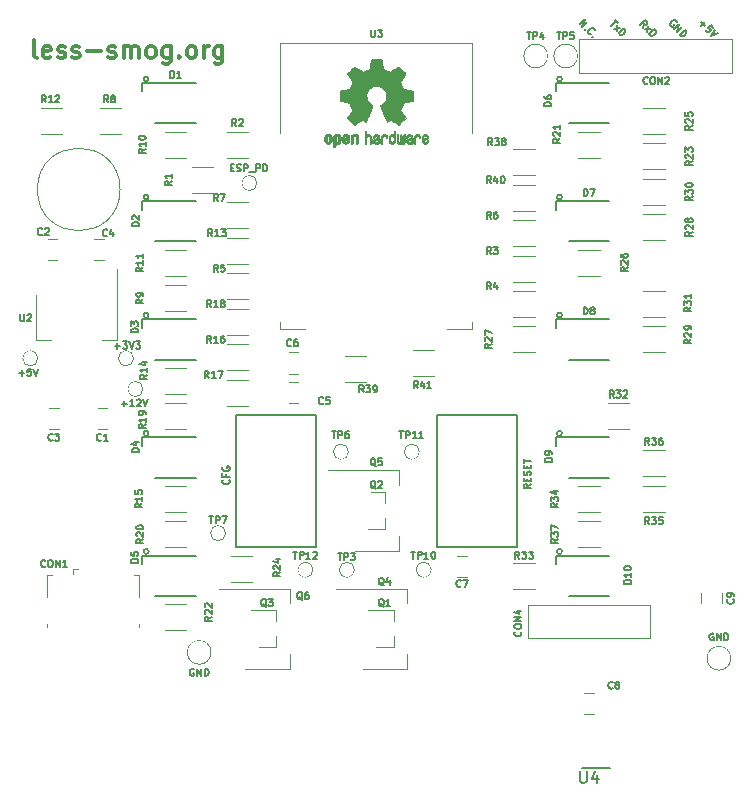
<source format=gto>
G04 #@! TF.FileFunction,Legend,Top*
%FSLAX46Y46*%
G04 Gerber Fmt 4.6, Leading zero omitted, Abs format (unit mm)*
G04 Created by KiCad (PCBNEW 4.0.7) date 03/11/18 20:39:24*
%MOMM*%
%LPD*%
G01*
G04 APERTURE LIST*
%ADD10C,0.100000*%
%ADD11C,0.300000*%
%ADD12C,0.150000*%
%ADD13C,0.120000*%
%ADD14C,0.152000*%
%ADD15C,0.010000*%
%ADD16R,1.300000X2.100000*%
%ADD17R,1.500000X1.200000*%
%ADD18O,1.500000X1.200000*%
%ADD19R,3.700000X3.700000*%
%ADD20R,2.200000X4.000000*%
%ADD21R,2.200000X1.700000*%
%ADD22R,4.000000X2.200000*%
%ADD23R,1.700000X2.200000*%
%ADD24R,1.700000X2.100000*%
%ADD25C,1.650000*%
%ADD26R,0.600000X1.550000*%
%ADD27O,1.400000X2.100000*%
%ADD28R,1.400000X2.100000*%
%ADD29R,2.700000X1.400000*%
%ADD30R,1.400000X2.000000*%
%ADD31R,1.300000X1.650000*%
%ADD32R,1.650000X1.300000*%
%ADD33R,1.400000X1.050000*%
%ADD34O,1.400000X1.050000*%
%ADD35R,1.500000X2.200000*%
%ADD36R,1.900000X1.900000*%
%ADD37O,1.900000X1.900000*%
%ADD38C,1.200000*%
%ADD39C,1.900000*%
%ADD40O,3.700000X3.700000*%
%ADD41R,2.000000X2.000000*%
%ADD42O,2.000000X2.000000*%
%ADD43R,1.900000X1.300000*%
%ADD44R,1.800000X2.700000*%
%ADD45R,1.250000X0.650000*%
G04 APERTURE END LIST*
D10*
D11*
X68250000Y-45178571D02*
X68107142Y-45107143D01*
X68035714Y-44964286D01*
X68035714Y-43678571D01*
X69392856Y-45107143D02*
X69249999Y-45178571D01*
X68964285Y-45178571D01*
X68821428Y-45107143D01*
X68749999Y-44964286D01*
X68749999Y-44392857D01*
X68821428Y-44250000D01*
X68964285Y-44178571D01*
X69249999Y-44178571D01*
X69392856Y-44250000D01*
X69464285Y-44392857D01*
X69464285Y-44535714D01*
X68749999Y-44678571D01*
X70035713Y-45107143D02*
X70178570Y-45178571D01*
X70464285Y-45178571D01*
X70607142Y-45107143D01*
X70678570Y-44964286D01*
X70678570Y-44892857D01*
X70607142Y-44750000D01*
X70464285Y-44678571D01*
X70249999Y-44678571D01*
X70107142Y-44607143D01*
X70035713Y-44464286D01*
X70035713Y-44392857D01*
X70107142Y-44250000D01*
X70249999Y-44178571D01*
X70464285Y-44178571D01*
X70607142Y-44250000D01*
X71249999Y-45107143D02*
X71392856Y-45178571D01*
X71678571Y-45178571D01*
X71821428Y-45107143D01*
X71892856Y-44964286D01*
X71892856Y-44892857D01*
X71821428Y-44750000D01*
X71678571Y-44678571D01*
X71464285Y-44678571D01*
X71321428Y-44607143D01*
X71249999Y-44464286D01*
X71249999Y-44392857D01*
X71321428Y-44250000D01*
X71464285Y-44178571D01*
X71678571Y-44178571D01*
X71821428Y-44250000D01*
X72535714Y-44607143D02*
X73678571Y-44607143D01*
X74321428Y-45107143D02*
X74464285Y-45178571D01*
X74750000Y-45178571D01*
X74892857Y-45107143D01*
X74964285Y-44964286D01*
X74964285Y-44892857D01*
X74892857Y-44750000D01*
X74750000Y-44678571D01*
X74535714Y-44678571D01*
X74392857Y-44607143D01*
X74321428Y-44464286D01*
X74321428Y-44392857D01*
X74392857Y-44250000D01*
X74535714Y-44178571D01*
X74750000Y-44178571D01*
X74892857Y-44250000D01*
X75607143Y-45178571D02*
X75607143Y-44178571D01*
X75607143Y-44321429D02*
X75678571Y-44250000D01*
X75821429Y-44178571D01*
X76035714Y-44178571D01*
X76178571Y-44250000D01*
X76250000Y-44392857D01*
X76250000Y-45178571D01*
X76250000Y-44392857D02*
X76321429Y-44250000D01*
X76464286Y-44178571D01*
X76678571Y-44178571D01*
X76821429Y-44250000D01*
X76892857Y-44392857D01*
X76892857Y-45178571D01*
X77821429Y-45178571D02*
X77678571Y-45107143D01*
X77607143Y-45035714D01*
X77535714Y-44892857D01*
X77535714Y-44464286D01*
X77607143Y-44321429D01*
X77678571Y-44250000D01*
X77821429Y-44178571D01*
X78035714Y-44178571D01*
X78178571Y-44250000D01*
X78250000Y-44321429D01*
X78321429Y-44464286D01*
X78321429Y-44892857D01*
X78250000Y-45035714D01*
X78178571Y-45107143D01*
X78035714Y-45178571D01*
X77821429Y-45178571D01*
X79607143Y-44178571D02*
X79607143Y-45392857D01*
X79535714Y-45535714D01*
X79464286Y-45607143D01*
X79321429Y-45678571D01*
X79107143Y-45678571D01*
X78964286Y-45607143D01*
X79607143Y-45107143D02*
X79464286Y-45178571D01*
X79178572Y-45178571D01*
X79035714Y-45107143D01*
X78964286Y-45035714D01*
X78892857Y-44892857D01*
X78892857Y-44464286D01*
X78964286Y-44321429D01*
X79035714Y-44250000D01*
X79178572Y-44178571D01*
X79464286Y-44178571D01*
X79607143Y-44250000D01*
X80321429Y-45035714D02*
X80392857Y-45107143D01*
X80321429Y-45178571D01*
X80250000Y-45107143D01*
X80321429Y-45035714D01*
X80321429Y-45178571D01*
X81250001Y-45178571D02*
X81107143Y-45107143D01*
X81035715Y-45035714D01*
X80964286Y-44892857D01*
X80964286Y-44464286D01*
X81035715Y-44321429D01*
X81107143Y-44250000D01*
X81250001Y-44178571D01*
X81464286Y-44178571D01*
X81607143Y-44250000D01*
X81678572Y-44321429D01*
X81750001Y-44464286D01*
X81750001Y-44892857D01*
X81678572Y-45035714D01*
X81607143Y-45107143D01*
X81464286Y-45178571D01*
X81250001Y-45178571D01*
X82392858Y-45178571D02*
X82392858Y-44178571D01*
X82392858Y-44464286D02*
X82464286Y-44321429D01*
X82535715Y-44250000D01*
X82678572Y-44178571D01*
X82821429Y-44178571D01*
X83964286Y-44178571D02*
X83964286Y-45392857D01*
X83892857Y-45535714D01*
X83821429Y-45607143D01*
X83678572Y-45678571D01*
X83464286Y-45678571D01*
X83321429Y-45607143D01*
X83964286Y-45107143D02*
X83821429Y-45178571D01*
X83535715Y-45178571D01*
X83392857Y-45107143D01*
X83321429Y-45035714D01*
X83250000Y-44892857D01*
X83250000Y-44464286D01*
X83321429Y-44321429D01*
X83392857Y-44250000D01*
X83535715Y-44178571D01*
X83821429Y-44178571D01*
X83964286Y-44250000D01*
D12*
X114207690Y-42328549D02*
X114631955Y-41904285D01*
X114450127Y-42570986D01*
X114874391Y-42146721D01*
X114692563Y-42732610D02*
X114692564Y-42773016D01*
X114652157Y-42773016D01*
X114652158Y-42732610D01*
X114692563Y-42732610D01*
X114652157Y-42773016D01*
X115137030Y-43177076D02*
X115096625Y-43177076D01*
X115015812Y-43136671D01*
X114975406Y-43096265D01*
X114935000Y-43015452D01*
X114935001Y-42934640D01*
X114955203Y-42874030D01*
X115015812Y-42773016D01*
X115076422Y-42712406D01*
X115177437Y-42651797D01*
X115238046Y-42631595D01*
X115318858Y-42631594D01*
X115399670Y-42672001D01*
X115440076Y-42712407D01*
X115480483Y-42793219D01*
X115480483Y-42833624D01*
X115318858Y-43358904D02*
X115318859Y-43399310D01*
X115278452Y-43399310D01*
X115278452Y-43358904D01*
X115318858Y-43358904D01*
X115278452Y-43399310D01*
X117202259Y-41934589D02*
X117444696Y-42177026D01*
X116899213Y-42480071D02*
X117323477Y-42055807D01*
X117121447Y-42702305D02*
X117626523Y-42641696D01*
X117404289Y-42419462D02*
X117343680Y-42924539D01*
X117505304Y-43086163D02*
X117929569Y-42661899D01*
X118030584Y-42762914D01*
X118070991Y-42843727D01*
X118070990Y-42924538D01*
X118050787Y-42985148D01*
X117990178Y-43086162D01*
X117929569Y-43146772D01*
X117828554Y-43207381D01*
X117767944Y-43227584D01*
X117687133Y-43227584D01*
X117606320Y-43187178D01*
X117505304Y-43086163D01*
X119570532Y-42611391D02*
X119631142Y-42267939D01*
X119328096Y-42368955D02*
X119752360Y-41944690D01*
X119913985Y-42106315D01*
X119934188Y-42166924D01*
X119934188Y-42207330D01*
X119913985Y-42267939D01*
X119853375Y-42328548D01*
X119792767Y-42348751D01*
X119752360Y-42348751D01*
X119691752Y-42328548D01*
X119530127Y-42166924D01*
X119711954Y-42752812D02*
X120217030Y-42692203D01*
X119994797Y-42469970D02*
X119934188Y-42975046D01*
X120095812Y-43136670D02*
X120520076Y-42712406D01*
X120621091Y-42813421D01*
X120661498Y-42894234D01*
X120661497Y-42975045D01*
X120641294Y-43035655D01*
X120580685Y-43136670D01*
X120520076Y-43197279D01*
X120419061Y-43257888D01*
X120358452Y-43278091D01*
X120277640Y-43278092D01*
X120196827Y-43237685D01*
X120095812Y-43136670D01*
X124519213Y-42156822D02*
X124842462Y-42480071D01*
X124519213Y-42480071D02*
X124842462Y-42156823D01*
X125509162Y-42621492D02*
X125307131Y-42419462D01*
X125084898Y-42601289D01*
X125125304Y-42601289D01*
X125185913Y-42621492D01*
X125286929Y-42722507D01*
X125307132Y-42783116D01*
X125307131Y-42823522D01*
X125286929Y-42884132D01*
X125185913Y-42985147D01*
X125125304Y-43005350D01*
X125084898Y-43005350D01*
X125024289Y-42985147D01*
X124923273Y-42884132D01*
X124903071Y-42823522D01*
X124903071Y-42783117D01*
X125650584Y-42762914D02*
X125367741Y-43328600D01*
X125933426Y-43045757D01*
X122443884Y-42136620D02*
X122423680Y-42076011D01*
X122363071Y-42015402D01*
X122282259Y-41974995D01*
X122201447Y-41974996D01*
X122140838Y-41995198D01*
X122039823Y-42055807D01*
X121979214Y-42116417D01*
X121918605Y-42217431D01*
X121898402Y-42278041D01*
X121898401Y-42358853D01*
X121938807Y-42439666D01*
X121979214Y-42480072D01*
X122060026Y-42520478D01*
X122100431Y-42520478D01*
X122241853Y-42379056D01*
X122161041Y-42298245D01*
X122241853Y-42742711D02*
X122666117Y-42318447D01*
X122484289Y-42985148D01*
X122908553Y-42560884D01*
X122686320Y-43187178D02*
X123110584Y-42762914D01*
X123211599Y-42863929D01*
X123252006Y-42944742D01*
X123252005Y-43025553D01*
X123231802Y-43086163D01*
X123171193Y-43187177D01*
X123110584Y-43247787D01*
X123009569Y-43308396D01*
X122948960Y-43328599D01*
X122868148Y-43328600D01*
X122787335Y-43288193D01*
X122686320Y-43187178D01*
D10*
X75300000Y-56300000D02*
G75*
G03X75300000Y-56300000I-3500000J0D01*
G01*
D13*
X118400000Y-76600000D02*
X116600000Y-76600000D01*
X116600000Y-74400000D02*
X118400000Y-74400000D01*
X121400000Y-60600000D02*
X119600000Y-60600000D01*
X119600000Y-58400000D02*
X121400000Y-58400000D01*
X99610000Y-96910000D02*
X99610000Y-95650000D01*
X99610000Y-90090000D02*
X99610000Y-91350000D01*
X95850000Y-96910000D02*
X99610000Y-96910000D01*
X93600000Y-90090000D02*
X99610000Y-90090000D01*
X98910000Y-86910000D02*
X98910000Y-85650000D01*
X98910000Y-80090000D02*
X98910000Y-81350000D01*
X95150000Y-86910000D02*
X98910000Y-86910000D01*
X92900000Y-80090000D02*
X98910000Y-80090000D01*
X89660000Y-96910000D02*
X89660000Y-95650000D01*
X89660000Y-90090000D02*
X89660000Y-91350000D01*
X85900000Y-96910000D02*
X89660000Y-96910000D01*
X83650000Y-90090000D02*
X89660000Y-90090000D01*
X68190000Y-69010000D02*
X69450000Y-69010000D01*
X75010000Y-69010000D02*
X73750000Y-69010000D01*
X68190000Y-65250000D02*
X68190000Y-69010000D01*
X75010000Y-63000000D02*
X75010000Y-69010000D01*
X69100000Y-88950000D02*
X69550000Y-88950000D01*
X69100000Y-90800000D02*
X69100000Y-88950000D01*
X76900000Y-93350000D02*
X76900000Y-93100000D01*
X69100000Y-93350000D02*
X69100000Y-93100000D01*
X76900000Y-90800000D02*
X76900000Y-88950000D01*
X76900000Y-88950000D02*
X76450000Y-88950000D01*
X71300000Y-88400000D02*
X71750000Y-88400000D01*
X71300000Y-88400000D02*
X71300000Y-88850000D01*
X88880000Y-43880000D02*
X105120000Y-43880000D01*
X105120000Y-43880000D02*
X105120000Y-51500000D01*
X105120000Y-67500000D02*
X105120000Y-68120000D01*
X105120000Y-68120000D02*
X103000000Y-68120000D01*
X91000000Y-68120000D02*
X88880000Y-68120000D01*
X88880000Y-68120000D02*
X88880000Y-67500000D01*
X88880000Y-51500000D02*
X88880000Y-43880000D01*
X73400000Y-76600000D02*
X74200000Y-76600000D01*
X74200000Y-74800000D02*
X73400000Y-74800000D01*
X70000000Y-60500000D02*
X69200000Y-60500000D01*
X69200000Y-62300000D02*
X70000000Y-62300000D01*
X70100000Y-74800000D02*
X69300000Y-74800000D01*
X69300000Y-76600000D02*
X70100000Y-76600000D01*
X73900000Y-60500000D02*
X73100000Y-60500000D01*
X73100000Y-62300000D02*
X73900000Y-62300000D01*
X90400000Y-72600000D02*
X89600000Y-72600000D01*
X89600000Y-74400000D02*
X90400000Y-74400000D01*
X90400000Y-70100000D02*
X89600000Y-70100000D01*
X89600000Y-71900000D02*
X90400000Y-71900000D01*
X103850000Y-89100000D02*
X104650000Y-89100000D01*
X104650000Y-87300000D02*
X103850000Y-87300000D01*
X115400000Y-98900000D02*
X114600000Y-98900000D01*
X114600000Y-100700000D02*
X115400000Y-100700000D01*
X124500000Y-90500000D02*
X124500000Y-91300000D01*
X126300000Y-91300000D02*
X126300000Y-90500000D01*
X98460000Y-95080000D02*
X98460000Y-94150000D01*
X98460000Y-91920000D02*
X98460000Y-92850000D01*
X98460000Y-91920000D02*
X96300000Y-91920000D01*
X98460000Y-95080000D02*
X97000000Y-95080000D01*
X97760000Y-85080000D02*
X97760000Y-84150000D01*
X97760000Y-81920000D02*
X97760000Y-82850000D01*
X97760000Y-81920000D02*
X95600000Y-81920000D01*
X97760000Y-85080000D02*
X96300000Y-85080000D01*
X88510000Y-95080000D02*
X88510000Y-94150000D01*
X88510000Y-91920000D02*
X88510000Y-92850000D01*
X88510000Y-91920000D02*
X86350000Y-91920000D01*
X88510000Y-95080000D02*
X87050000Y-95080000D01*
X83150000Y-56600000D02*
X81350000Y-56600000D01*
X81350000Y-54400000D02*
X83150000Y-54400000D01*
X86150000Y-53600000D02*
X84350000Y-53600000D01*
X84350000Y-51400000D02*
X86150000Y-51400000D01*
X108600000Y-61900000D02*
X110400000Y-61900000D01*
X110400000Y-64100000D02*
X108600000Y-64100000D01*
X110400000Y-67100000D02*
X108600000Y-67100000D01*
X108600000Y-64900000D02*
X110400000Y-64900000D01*
X84350000Y-63400000D02*
X86150000Y-63400000D01*
X86150000Y-65600000D02*
X84350000Y-65600000D01*
X108600000Y-58900000D02*
X110400000Y-58900000D01*
X110400000Y-61100000D02*
X108600000Y-61100000D01*
X84350000Y-57400000D02*
X86150000Y-57400000D01*
X86150000Y-59600000D02*
X84350000Y-59600000D01*
X73600000Y-49400000D02*
X75400000Y-49400000D01*
X75400000Y-51600000D02*
X73600000Y-51600000D01*
X80900000Y-66600000D02*
X79100000Y-66600000D01*
X79100000Y-64400000D02*
X80900000Y-64400000D01*
X79100000Y-51400000D02*
X80900000Y-51400000D01*
X80900000Y-53600000D02*
X79100000Y-53600000D01*
X79100000Y-61400000D02*
X80900000Y-61400000D01*
X80900000Y-63600000D02*
X79100000Y-63600000D01*
X68600000Y-49400000D02*
X70400000Y-49400000D01*
X70400000Y-51600000D02*
X68600000Y-51600000D01*
X86150000Y-62600000D02*
X84350000Y-62600000D01*
X84350000Y-60400000D02*
X86150000Y-60400000D01*
X80900000Y-73600000D02*
X79100000Y-73600000D01*
X79100000Y-71400000D02*
X80900000Y-71400000D01*
X80900000Y-83600000D02*
X79100000Y-83600000D01*
X79100000Y-81400000D02*
X80900000Y-81400000D01*
X86150000Y-71600000D02*
X84350000Y-71600000D01*
X84350000Y-69400000D02*
X86150000Y-69400000D01*
X86150000Y-74600000D02*
X84350000Y-74600000D01*
X84350000Y-72400000D02*
X86150000Y-72400000D01*
X86150000Y-68600000D02*
X84350000Y-68600000D01*
X84350000Y-66400000D02*
X86150000Y-66400000D01*
X80900000Y-76600000D02*
X79100000Y-76600000D01*
X79100000Y-74400000D02*
X80900000Y-74400000D01*
X80900000Y-86600000D02*
X79100000Y-86600000D01*
X79100000Y-84400000D02*
X80900000Y-84400000D01*
X115900000Y-53600000D02*
X114100000Y-53600000D01*
X114100000Y-51400000D02*
X115900000Y-51400000D01*
X80900000Y-93600000D02*
X79100000Y-93600000D01*
X79100000Y-91400000D02*
X80900000Y-91400000D01*
X121400000Y-54600000D02*
X119600000Y-54600000D01*
X119600000Y-52400000D02*
X121400000Y-52400000D01*
X86500000Y-89500000D02*
X84700000Y-89500000D01*
X84700000Y-87300000D02*
X86500000Y-87300000D01*
X121400000Y-51600000D02*
X119600000Y-51600000D01*
X119600000Y-49400000D02*
X121400000Y-49400000D01*
X115900000Y-63600000D02*
X114100000Y-63600000D01*
X114100000Y-61400000D02*
X115900000Y-61400000D01*
X108600000Y-67900000D02*
X110400000Y-67900000D01*
X110400000Y-70100000D02*
X108600000Y-70100000D01*
X121400000Y-70100000D02*
X119600000Y-70100000D01*
X119600000Y-67900000D02*
X121400000Y-67900000D01*
X121400000Y-57600000D02*
X119600000Y-57600000D01*
X119600000Y-55400000D02*
X121400000Y-55400000D01*
X121400000Y-67100000D02*
X119600000Y-67100000D01*
X119600000Y-64900000D02*
X121400000Y-64900000D01*
X108600000Y-87900000D02*
X110400000Y-87900000D01*
X110400000Y-90100000D02*
X108600000Y-90100000D01*
X115900000Y-83600000D02*
X114100000Y-83600000D01*
X114100000Y-81400000D02*
X115900000Y-81400000D01*
X119600000Y-81400000D02*
X121400000Y-81400000D01*
X121400000Y-83600000D02*
X119600000Y-83600000D01*
X121400000Y-80600000D02*
X119600000Y-80600000D01*
X119600000Y-78400000D02*
X121400000Y-78400000D01*
X114100000Y-84400000D02*
X115900000Y-84400000D01*
X115900000Y-86600000D02*
X114100000Y-86600000D01*
X108600000Y-52900000D02*
X110400000Y-52900000D01*
X110400000Y-55100000D02*
X108600000Y-55100000D01*
X96150000Y-72600000D02*
X94350000Y-72600000D01*
X94350000Y-70400000D02*
X96150000Y-70400000D01*
X108600000Y-55900000D02*
X110400000Y-55900000D01*
X110400000Y-58100000D02*
X108600000Y-58100000D01*
X100100000Y-69900000D02*
X101900000Y-69900000D01*
X101900000Y-72100000D02*
X100100000Y-72100000D01*
D14*
X108900000Y-75400000D02*
X108900000Y-86600000D01*
X108900000Y-86600000D02*
X102100000Y-86600000D01*
X102100000Y-86600000D02*
X102100000Y-75400000D01*
X102100000Y-75400000D02*
X108900000Y-75400000D01*
X91900000Y-75400000D02*
X91900000Y-86600000D01*
X91900000Y-86600000D02*
X85100000Y-86600000D01*
X85100000Y-86600000D02*
X85100000Y-75400000D01*
X85100000Y-75400000D02*
X91900000Y-75400000D01*
D13*
X109800000Y-91500000D02*
X109800000Y-94300000D01*
X120200000Y-91500000D02*
X109800000Y-91500000D01*
X120200000Y-94300000D02*
X109800000Y-94300000D01*
X120200000Y-91500000D02*
X120200000Y-94300000D01*
D10*
X86890312Y-55750000D02*
G75*
G03X86890312Y-55750000I-640312J0D01*
G01*
X83000000Y-95500000D02*
G75*
G03X83000000Y-95500000I-1000000J0D01*
G01*
X95140312Y-88500000D02*
G75*
G03X95140312Y-88500000I-640312J0D01*
G01*
X111490000Y-45000000D02*
G75*
G03X111490000Y-45000000I-1000000J0D01*
G01*
X114030000Y-45000000D02*
G75*
G03X114030000Y-45000000I-1000000J0D01*
G01*
X94640312Y-78500000D02*
G75*
G03X94640312Y-78500000I-640312J0D01*
G01*
X84240312Y-85400000D02*
G75*
G03X84240312Y-85400000I-640312J0D01*
G01*
X68340312Y-70600000D02*
G75*
G03X68340312Y-70600000I-640312J0D01*
G01*
X77240312Y-73200000D02*
G75*
G03X77240312Y-73200000I-640312J0D01*
G01*
X101640312Y-88500000D02*
G75*
G03X101640312Y-88500000I-640312J0D01*
G01*
X100640312Y-78500000D02*
G75*
G03X100640312Y-78500000I-640312J0D01*
G01*
X91640312Y-88500000D02*
G75*
G03X91640312Y-88500000I-640312J0D01*
G01*
X76440312Y-70600000D02*
G75*
G03X76440312Y-70600000I-640312J0D01*
G01*
X127000000Y-96000000D02*
G75*
G03X127000000Y-96000000I-1000000J0D01*
G01*
D13*
X127120000Y-46400000D02*
X127120000Y-43600000D01*
X114170000Y-46400000D02*
X127120000Y-46400000D01*
X114170000Y-43600000D02*
X127120000Y-43600000D01*
X114170000Y-46400000D02*
X114170000Y-43600000D01*
D12*
X77712132Y-76950000D02*
G75*
G03X77712132Y-76950000I-212132J0D01*
G01*
X77200000Y-77300000D02*
X77200000Y-78000000D01*
X81700000Y-77300000D02*
X77200000Y-77300000D01*
X78300000Y-80700000D02*
X81700000Y-80700000D01*
X77712132Y-66950000D02*
G75*
G03X77712132Y-66950000I-212132J0D01*
G01*
X77200000Y-67300000D02*
X77200000Y-68000000D01*
X81700000Y-67300000D02*
X77200000Y-67300000D01*
X78300000Y-70700000D02*
X81700000Y-70700000D01*
X77712132Y-56950000D02*
G75*
G03X77712132Y-56950000I-212132J0D01*
G01*
X77200000Y-57300000D02*
X77200000Y-58000000D01*
X81700000Y-57300000D02*
X77200000Y-57300000D01*
X78300000Y-60700000D02*
X81700000Y-60700000D01*
X77712132Y-46950000D02*
G75*
G03X77712132Y-46950000I-212132J0D01*
G01*
X77200000Y-47300000D02*
X77200000Y-48000000D01*
X81700000Y-47300000D02*
X77200000Y-47300000D01*
X78300000Y-50700000D02*
X81700000Y-50700000D01*
X77712132Y-86950000D02*
G75*
G03X77712132Y-86950000I-212132J0D01*
G01*
X77200000Y-87300000D02*
X77200000Y-88000000D01*
X81700000Y-87300000D02*
X77200000Y-87300000D01*
X78300000Y-90700000D02*
X81700000Y-90700000D01*
X112712132Y-46950000D02*
G75*
G03X112712132Y-46950000I-212132J0D01*
G01*
X112200000Y-47300000D02*
X112200000Y-48000000D01*
X116700000Y-47300000D02*
X112200000Y-47300000D01*
X113300000Y-50700000D02*
X116700000Y-50700000D01*
X112712132Y-56950000D02*
G75*
G03X112712132Y-56950000I-212132J0D01*
G01*
X112200000Y-57300000D02*
X112200000Y-58000000D01*
X116700000Y-57300000D02*
X112200000Y-57300000D01*
X113300000Y-60700000D02*
X116700000Y-60700000D01*
X112712132Y-66950000D02*
G75*
G03X112712132Y-66950000I-212132J0D01*
G01*
X112200000Y-67300000D02*
X112200000Y-68000000D01*
X116700000Y-67300000D02*
X112200000Y-67300000D01*
X113300000Y-70700000D02*
X116700000Y-70700000D01*
X112712132Y-76950000D02*
G75*
G03X112712132Y-76950000I-212132J0D01*
G01*
X112200000Y-77300000D02*
X112200000Y-78000000D01*
X116700000Y-77300000D02*
X112200000Y-77300000D01*
X113300000Y-80700000D02*
X116700000Y-80700000D01*
X112712132Y-86950000D02*
G75*
G03X112712132Y-86950000I-212132J0D01*
G01*
X112200000Y-87300000D02*
X112200000Y-88000000D01*
X116700000Y-87300000D02*
X112200000Y-87300000D01*
X113300000Y-90700000D02*
X116700000Y-90700000D01*
D15*
G36*
X93768886Y-51584505D02*
X93843539Y-51621727D01*
X93909431Y-51690261D01*
X93927577Y-51715648D01*
X93947345Y-51748866D01*
X93960172Y-51784945D01*
X93967510Y-51833098D01*
X93970813Y-51902536D01*
X93971538Y-51994206D01*
X93968263Y-52119830D01*
X93956877Y-52214154D01*
X93935041Y-52284523D01*
X93900419Y-52338286D01*
X93850670Y-52382788D01*
X93847014Y-52385423D01*
X93797985Y-52412377D01*
X93738945Y-52425712D01*
X93663859Y-52429000D01*
X93541795Y-52429000D01*
X93541744Y-52547497D01*
X93540608Y-52613492D01*
X93533686Y-52652202D01*
X93515598Y-52675419D01*
X93480962Y-52694933D01*
X93472645Y-52698920D01*
X93433720Y-52717603D01*
X93403583Y-52729403D01*
X93381174Y-52730422D01*
X93365433Y-52716761D01*
X93355302Y-52684522D01*
X93349723Y-52629804D01*
X93347635Y-52548711D01*
X93347981Y-52437344D01*
X93349700Y-52291802D01*
X93350237Y-52248269D01*
X93352172Y-52098205D01*
X93353904Y-52000042D01*
X93541692Y-52000042D01*
X93542748Y-52083364D01*
X93547438Y-52137880D01*
X93558051Y-52173837D01*
X93576872Y-52201482D01*
X93589650Y-52214965D01*
X93641890Y-52254417D01*
X93688142Y-52257628D01*
X93735867Y-52225049D01*
X93737077Y-52223846D01*
X93756494Y-52198668D01*
X93768307Y-52164447D01*
X93774265Y-52111748D01*
X93776120Y-52031131D01*
X93776154Y-52013271D01*
X93771670Y-51902175D01*
X93757074Y-51825161D01*
X93730650Y-51778147D01*
X93690683Y-51757050D01*
X93667584Y-51754923D01*
X93612762Y-51764900D01*
X93575158Y-51797752D01*
X93552523Y-51857857D01*
X93542606Y-51949598D01*
X93541692Y-52000042D01*
X93353904Y-52000042D01*
X93354222Y-51982060D01*
X93356873Y-51894679D01*
X93360606Y-51830905D01*
X93365907Y-51785582D01*
X93373258Y-51753555D01*
X93383143Y-51729668D01*
X93396046Y-51708764D01*
X93401579Y-51700898D01*
X93474969Y-51626595D01*
X93567760Y-51584467D01*
X93675096Y-51572722D01*
X93768886Y-51584505D01*
X93768886Y-51584505D01*
G37*
X93768886Y-51584505D02*
X93843539Y-51621727D01*
X93909431Y-51690261D01*
X93927577Y-51715648D01*
X93947345Y-51748866D01*
X93960172Y-51784945D01*
X93967510Y-51833098D01*
X93970813Y-51902536D01*
X93971538Y-51994206D01*
X93968263Y-52119830D01*
X93956877Y-52214154D01*
X93935041Y-52284523D01*
X93900419Y-52338286D01*
X93850670Y-52382788D01*
X93847014Y-52385423D01*
X93797985Y-52412377D01*
X93738945Y-52425712D01*
X93663859Y-52429000D01*
X93541795Y-52429000D01*
X93541744Y-52547497D01*
X93540608Y-52613492D01*
X93533686Y-52652202D01*
X93515598Y-52675419D01*
X93480962Y-52694933D01*
X93472645Y-52698920D01*
X93433720Y-52717603D01*
X93403583Y-52729403D01*
X93381174Y-52730422D01*
X93365433Y-52716761D01*
X93355302Y-52684522D01*
X93349723Y-52629804D01*
X93347635Y-52548711D01*
X93347981Y-52437344D01*
X93349700Y-52291802D01*
X93350237Y-52248269D01*
X93352172Y-52098205D01*
X93353904Y-52000042D01*
X93541692Y-52000042D01*
X93542748Y-52083364D01*
X93547438Y-52137880D01*
X93558051Y-52173837D01*
X93576872Y-52201482D01*
X93589650Y-52214965D01*
X93641890Y-52254417D01*
X93688142Y-52257628D01*
X93735867Y-52225049D01*
X93737077Y-52223846D01*
X93756494Y-52198668D01*
X93768307Y-52164447D01*
X93774265Y-52111748D01*
X93776120Y-52031131D01*
X93776154Y-52013271D01*
X93771670Y-51902175D01*
X93757074Y-51825161D01*
X93730650Y-51778147D01*
X93690683Y-51757050D01*
X93667584Y-51754923D01*
X93612762Y-51764900D01*
X93575158Y-51797752D01*
X93552523Y-51857857D01*
X93542606Y-51949598D01*
X93541692Y-52000042D01*
X93353904Y-52000042D01*
X93354222Y-51982060D01*
X93356873Y-51894679D01*
X93360606Y-51830905D01*
X93365907Y-51785582D01*
X93373258Y-51753555D01*
X93383143Y-51729668D01*
X93396046Y-51708764D01*
X93401579Y-51700898D01*
X93474969Y-51626595D01*
X93567760Y-51584467D01*
X93675096Y-51572722D01*
X93768886Y-51584505D01*
G36*
X95271664Y-51595089D02*
X95334367Y-51631358D01*
X95377961Y-51667358D01*
X95409845Y-51705075D01*
X95431810Y-51751199D01*
X95445649Y-51812421D01*
X95453153Y-51895431D01*
X95456117Y-52006919D01*
X95456461Y-52087062D01*
X95456461Y-52382065D01*
X95290385Y-52456515D01*
X95280615Y-52133402D01*
X95276579Y-52012729D01*
X95272344Y-51925141D01*
X95267097Y-51864650D01*
X95260025Y-51825268D01*
X95250311Y-51801007D01*
X95237144Y-51785880D01*
X95232919Y-51782606D01*
X95168909Y-51757034D01*
X95104208Y-51767153D01*
X95065692Y-51794000D01*
X95050025Y-51813024D01*
X95039180Y-51837988D01*
X95032288Y-51875834D01*
X95028479Y-51933502D01*
X95026883Y-52017935D01*
X95026615Y-52105928D01*
X95026563Y-52216323D01*
X95024672Y-52294463D01*
X95018345Y-52347165D01*
X95004983Y-52381242D01*
X94981985Y-52403511D01*
X94946754Y-52420787D01*
X94899697Y-52438738D01*
X94848303Y-52458278D01*
X94854421Y-52111485D01*
X94856884Y-51986468D01*
X94859767Y-51894082D01*
X94863898Y-51827881D01*
X94870107Y-51781420D01*
X94879226Y-51748256D01*
X94892083Y-51721944D01*
X94907584Y-51698729D01*
X94982371Y-51624569D01*
X95073628Y-51581684D01*
X95172883Y-51571412D01*
X95271664Y-51595089D01*
X95271664Y-51595089D01*
G37*
X95271664Y-51595089D02*
X95334367Y-51631358D01*
X95377961Y-51667358D01*
X95409845Y-51705075D01*
X95431810Y-51751199D01*
X95445649Y-51812421D01*
X95453153Y-51895431D01*
X95456117Y-52006919D01*
X95456461Y-52087062D01*
X95456461Y-52382065D01*
X95290385Y-52456515D01*
X95280615Y-52133402D01*
X95276579Y-52012729D01*
X95272344Y-51925141D01*
X95267097Y-51864650D01*
X95260025Y-51825268D01*
X95250311Y-51801007D01*
X95237144Y-51785880D01*
X95232919Y-51782606D01*
X95168909Y-51757034D01*
X95104208Y-51767153D01*
X95065692Y-51794000D01*
X95050025Y-51813024D01*
X95039180Y-51837988D01*
X95032288Y-51875834D01*
X95028479Y-51933502D01*
X95026883Y-52017935D01*
X95026615Y-52105928D01*
X95026563Y-52216323D01*
X95024672Y-52294463D01*
X95018345Y-52347165D01*
X95004983Y-52381242D01*
X94981985Y-52403511D01*
X94946754Y-52420787D01*
X94899697Y-52438738D01*
X94848303Y-52458278D01*
X94854421Y-52111485D01*
X94856884Y-51986468D01*
X94859767Y-51894082D01*
X94863898Y-51827881D01*
X94870107Y-51781420D01*
X94879226Y-51748256D01*
X94892083Y-51721944D01*
X94907584Y-51698729D01*
X94982371Y-51624569D01*
X95073628Y-51581684D01*
X95172883Y-51571412D01*
X95271664Y-51595089D01*
G36*
X93016886Y-51587256D02*
X93108464Y-51635409D01*
X93176049Y-51712905D01*
X93200057Y-51762727D01*
X93218738Y-51837533D01*
X93228301Y-51932052D01*
X93229208Y-52035210D01*
X93221921Y-52135935D01*
X93206903Y-52223153D01*
X93184615Y-52285791D01*
X93177765Y-52296579D01*
X93096632Y-52377105D01*
X93000266Y-52425336D01*
X92895701Y-52439450D01*
X92789968Y-52417629D01*
X92760543Y-52404547D01*
X92703241Y-52364231D01*
X92652950Y-52310775D01*
X92648197Y-52303995D01*
X92628878Y-52271321D01*
X92616108Y-52236394D01*
X92608564Y-52190414D01*
X92604924Y-52124584D01*
X92603865Y-52030105D01*
X92603846Y-52008923D01*
X92603894Y-52002182D01*
X92799231Y-52002182D01*
X92800368Y-52091349D01*
X92804841Y-52150520D01*
X92814246Y-52188741D01*
X92830176Y-52215053D01*
X92838308Y-52223846D01*
X92885058Y-52257261D01*
X92930447Y-52255737D01*
X92976340Y-52226752D01*
X93003712Y-52195809D01*
X93019923Y-52150643D01*
X93029026Y-52079420D01*
X93029651Y-52071114D01*
X93031204Y-51942037D01*
X93014965Y-51846172D01*
X92981152Y-51784107D01*
X92929984Y-51756432D01*
X92911720Y-51754923D01*
X92863760Y-51762513D01*
X92830953Y-51788808D01*
X92810895Y-51839095D01*
X92801178Y-51918664D01*
X92799231Y-52002182D01*
X92603894Y-52002182D01*
X92604574Y-51908249D01*
X92607629Y-51837906D01*
X92614322Y-51789163D01*
X92625960Y-51753288D01*
X92643853Y-51721548D01*
X92647808Y-51715648D01*
X92714267Y-51636104D01*
X92786685Y-51589929D01*
X92874849Y-51571599D01*
X92904787Y-51570703D01*
X93016886Y-51587256D01*
X93016886Y-51587256D01*
G37*
X93016886Y-51587256D02*
X93108464Y-51635409D01*
X93176049Y-51712905D01*
X93200057Y-51762727D01*
X93218738Y-51837533D01*
X93228301Y-51932052D01*
X93229208Y-52035210D01*
X93221921Y-52135935D01*
X93206903Y-52223153D01*
X93184615Y-52285791D01*
X93177765Y-52296579D01*
X93096632Y-52377105D01*
X93000266Y-52425336D01*
X92895701Y-52439450D01*
X92789968Y-52417629D01*
X92760543Y-52404547D01*
X92703241Y-52364231D01*
X92652950Y-52310775D01*
X92648197Y-52303995D01*
X92628878Y-52271321D01*
X92616108Y-52236394D01*
X92608564Y-52190414D01*
X92604924Y-52124584D01*
X92603865Y-52030105D01*
X92603846Y-52008923D01*
X92603894Y-52002182D01*
X92799231Y-52002182D01*
X92800368Y-52091349D01*
X92804841Y-52150520D01*
X92814246Y-52188741D01*
X92830176Y-52215053D01*
X92838308Y-52223846D01*
X92885058Y-52257261D01*
X92930447Y-52255737D01*
X92976340Y-52226752D01*
X93003712Y-52195809D01*
X93019923Y-52150643D01*
X93029026Y-52079420D01*
X93029651Y-52071114D01*
X93031204Y-51942037D01*
X93014965Y-51846172D01*
X92981152Y-51784107D01*
X92929984Y-51756432D01*
X92911720Y-51754923D01*
X92863760Y-51762513D01*
X92830953Y-51788808D01*
X92810895Y-51839095D01*
X92801178Y-51918664D01*
X92799231Y-52002182D01*
X92603894Y-52002182D01*
X92604574Y-51908249D01*
X92607629Y-51837906D01*
X92614322Y-51789163D01*
X92625960Y-51753288D01*
X92643853Y-51721548D01*
X92647808Y-51715648D01*
X92714267Y-51636104D01*
X92786685Y-51589929D01*
X92874849Y-51571599D01*
X92904787Y-51570703D01*
X93016886Y-51587256D01*
G36*
X94534254Y-51599745D02*
X94611286Y-51651567D01*
X94670816Y-51726412D01*
X94706378Y-51821654D01*
X94713571Y-51891756D01*
X94712754Y-51921009D01*
X94705914Y-51943407D01*
X94687112Y-51963474D01*
X94650408Y-51985733D01*
X94589862Y-52014709D01*
X94499534Y-52054927D01*
X94499077Y-52055129D01*
X94415933Y-52093210D01*
X94347753Y-52127025D01*
X94301505Y-52152933D01*
X94284158Y-52167295D01*
X94284154Y-52167411D01*
X94299443Y-52198685D01*
X94335196Y-52233157D01*
X94376242Y-52257990D01*
X94397037Y-52262923D01*
X94453770Y-52245862D01*
X94502627Y-52203133D01*
X94526465Y-52156155D01*
X94549397Y-52121522D01*
X94594318Y-52082081D01*
X94647123Y-52048009D01*
X94693710Y-52029480D01*
X94703452Y-52028462D01*
X94714418Y-52045215D01*
X94715079Y-52088039D01*
X94707020Y-52145781D01*
X94691827Y-52207289D01*
X94671086Y-52261409D01*
X94670038Y-52263510D01*
X94607621Y-52350660D01*
X94526726Y-52409939D01*
X94434856Y-52439034D01*
X94339513Y-52435634D01*
X94248198Y-52397428D01*
X94244138Y-52394741D01*
X94172306Y-52329642D01*
X94125073Y-52244705D01*
X94098934Y-52133021D01*
X94095426Y-52101643D01*
X94089213Y-51953536D01*
X94096661Y-51884468D01*
X94284154Y-51884468D01*
X94286590Y-51927552D01*
X94299914Y-51940126D01*
X94333132Y-51930719D01*
X94385494Y-51908483D01*
X94444024Y-51880610D01*
X94445479Y-51879872D01*
X94495089Y-51853777D01*
X94515000Y-51836363D01*
X94510090Y-51818107D01*
X94489416Y-51794120D01*
X94436819Y-51759406D01*
X94380177Y-51756856D01*
X94329369Y-51782119D01*
X94294276Y-51830847D01*
X94284154Y-51884468D01*
X94096661Y-51884468D01*
X94101992Y-51835036D01*
X94134778Y-51741055D01*
X94180421Y-51675215D01*
X94262802Y-51608681D01*
X94353546Y-51575676D01*
X94446185Y-51573573D01*
X94534254Y-51599745D01*
X94534254Y-51599745D01*
G37*
X94534254Y-51599745D02*
X94611286Y-51651567D01*
X94670816Y-51726412D01*
X94706378Y-51821654D01*
X94713571Y-51891756D01*
X94712754Y-51921009D01*
X94705914Y-51943407D01*
X94687112Y-51963474D01*
X94650408Y-51985733D01*
X94589862Y-52014709D01*
X94499534Y-52054927D01*
X94499077Y-52055129D01*
X94415933Y-52093210D01*
X94347753Y-52127025D01*
X94301505Y-52152933D01*
X94284158Y-52167295D01*
X94284154Y-52167411D01*
X94299443Y-52198685D01*
X94335196Y-52233157D01*
X94376242Y-52257990D01*
X94397037Y-52262923D01*
X94453770Y-52245862D01*
X94502627Y-52203133D01*
X94526465Y-52156155D01*
X94549397Y-52121522D01*
X94594318Y-52082081D01*
X94647123Y-52048009D01*
X94693710Y-52029480D01*
X94703452Y-52028462D01*
X94714418Y-52045215D01*
X94715079Y-52088039D01*
X94707020Y-52145781D01*
X94691827Y-52207289D01*
X94671086Y-52261409D01*
X94670038Y-52263510D01*
X94607621Y-52350660D01*
X94526726Y-52409939D01*
X94434856Y-52439034D01*
X94339513Y-52435634D01*
X94248198Y-52397428D01*
X94244138Y-52394741D01*
X94172306Y-52329642D01*
X94125073Y-52244705D01*
X94098934Y-52133021D01*
X94095426Y-52101643D01*
X94089213Y-51953536D01*
X94096661Y-51884468D01*
X94284154Y-51884468D01*
X94286590Y-51927552D01*
X94299914Y-51940126D01*
X94333132Y-51930719D01*
X94385494Y-51908483D01*
X94444024Y-51880610D01*
X94445479Y-51879872D01*
X94495089Y-51853777D01*
X94515000Y-51836363D01*
X94510090Y-51818107D01*
X94489416Y-51794120D01*
X94436819Y-51759406D01*
X94380177Y-51756856D01*
X94329369Y-51782119D01*
X94294276Y-51830847D01*
X94284154Y-51884468D01*
X94096661Y-51884468D01*
X94101992Y-51835036D01*
X94134778Y-51741055D01*
X94180421Y-51675215D01*
X94262802Y-51608681D01*
X94353546Y-51575676D01*
X94446185Y-51573573D01*
X94534254Y-51599745D01*
G36*
X96159846Y-51492120D02*
X96165572Y-51571980D01*
X96172149Y-51619039D01*
X96181262Y-51639566D01*
X96194598Y-51639829D01*
X96198923Y-51637378D01*
X96256444Y-51619636D01*
X96331268Y-51620672D01*
X96407339Y-51638910D01*
X96454918Y-51662505D01*
X96503702Y-51700198D01*
X96539364Y-51742855D01*
X96563845Y-51797057D01*
X96579087Y-51869384D01*
X96587030Y-51966419D01*
X96589616Y-52094742D01*
X96589662Y-52119358D01*
X96589692Y-52395870D01*
X96528161Y-52417320D01*
X96484459Y-52431912D01*
X96460482Y-52438706D01*
X96459777Y-52438769D01*
X96457415Y-52420345D01*
X96455406Y-52369526D01*
X96453901Y-52292993D01*
X96453053Y-52197430D01*
X96452923Y-52139329D01*
X96452651Y-52024771D01*
X96451252Y-51942667D01*
X96447849Y-51886393D01*
X96441567Y-51849326D01*
X96431529Y-51824844D01*
X96416861Y-51806325D01*
X96407702Y-51797406D01*
X96344789Y-51761466D01*
X96276136Y-51758775D01*
X96213848Y-51789170D01*
X96202329Y-51800144D01*
X96185433Y-51820779D01*
X96173714Y-51845256D01*
X96166233Y-51880647D01*
X96162054Y-51934026D01*
X96160237Y-52012466D01*
X96159846Y-52120617D01*
X96159846Y-52395870D01*
X96098315Y-52417320D01*
X96054613Y-52431912D01*
X96030636Y-52438706D01*
X96029930Y-52438769D01*
X96028126Y-52420069D01*
X96026500Y-52367322D01*
X96025117Y-52285557D01*
X96024042Y-52179805D01*
X96023340Y-52055094D01*
X96023077Y-51916455D01*
X96023077Y-51381806D01*
X96150077Y-51328236D01*
X96159846Y-51492120D01*
X96159846Y-51492120D01*
G37*
X96159846Y-51492120D02*
X96165572Y-51571980D01*
X96172149Y-51619039D01*
X96181262Y-51639566D01*
X96194598Y-51639829D01*
X96198923Y-51637378D01*
X96256444Y-51619636D01*
X96331268Y-51620672D01*
X96407339Y-51638910D01*
X96454918Y-51662505D01*
X96503702Y-51700198D01*
X96539364Y-51742855D01*
X96563845Y-51797057D01*
X96579087Y-51869384D01*
X96587030Y-51966419D01*
X96589616Y-52094742D01*
X96589662Y-52119358D01*
X96589692Y-52395870D01*
X96528161Y-52417320D01*
X96484459Y-52431912D01*
X96460482Y-52438706D01*
X96459777Y-52438769D01*
X96457415Y-52420345D01*
X96455406Y-52369526D01*
X96453901Y-52292993D01*
X96453053Y-52197430D01*
X96452923Y-52139329D01*
X96452651Y-52024771D01*
X96451252Y-51942667D01*
X96447849Y-51886393D01*
X96441567Y-51849326D01*
X96431529Y-51824844D01*
X96416861Y-51806325D01*
X96407702Y-51797406D01*
X96344789Y-51761466D01*
X96276136Y-51758775D01*
X96213848Y-51789170D01*
X96202329Y-51800144D01*
X96185433Y-51820779D01*
X96173714Y-51845256D01*
X96166233Y-51880647D01*
X96162054Y-51934026D01*
X96160237Y-52012466D01*
X96159846Y-52120617D01*
X96159846Y-52395870D01*
X96098315Y-52417320D01*
X96054613Y-52431912D01*
X96030636Y-52438706D01*
X96029930Y-52438769D01*
X96028126Y-52420069D01*
X96026500Y-52367322D01*
X96025117Y-52285557D01*
X96024042Y-52179805D01*
X96023340Y-52055094D01*
X96023077Y-51916455D01*
X96023077Y-51381806D01*
X96150077Y-51328236D01*
X96159846Y-51492120D01*
G36*
X97053501Y-51626303D02*
X97130060Y-51654733D01*
X97130936Y-51655279D01*
X97178285Y-51690127D01*
X97213241Y-51730852D01*
X97237825Y-51783925D01*
X97254062Y-51855814D01*
X97263975Y-51952992D01*
X97269586Y-52081928D01*
X97270077Y-52100298D01*
X97277141Y-52377287D01*
X97217695Y-52408028D01*
X97174681Y-52428802D01*
X97148710Y-52438646D01*
X97147509Y-52438769D01*
X97143014Y-52420606D01*
X97139444Y-52371612D01*
X97137248Y-52300031D01*
X97136769Y-52242068D01*
X97136758Y-52148170D01*
X97132466Y-52089203D01*
X97117503Y-52061079D01*
X97085482Y-52059706D01*
X97030014Y-52080998D01*
X96946269Y-52120136D01*
X96884689Y-52152643D01*
X96853017Y-52180845D01*
X96843706Y-52211582D01*
X96843692Y-52213104D01*
X96859057Y-52266054D01*
X96904547Y-52294660D01*
X96974166Y-52298803D01*
X97024313Y-52298084D01*
X97050754Y-52312527D01*
X97067243Y-52347218D01*
X97076733Y-52391416D01*
X97063057Y-52416493D01*
X97057907Y-52420082D01*
X97009425Y-52434496D01*
X96941531Y-52436537D01*
X96871612Y-52426983D01*
X96822068Y-52409522D01*
X96753570Y-52351364D01*
X96714634Y-52270408D01*
X96706923Y-52207160D01*
X96712807Y-52150111D01*
X96734101Y-52103542D01*
X96776265Y-52062181D01*
X96844759Y-52020755D01*
X96945044Y-51973993D01*
X96951154Y-51971350D01*
X97041490Y-51929617D01*
X97097235Y-51895391D01*
X97121129Y-51864635D01*
X97115913Y-51833311D01*
X97084328Y-51797383D01*
X97074883Y-51789116D01*
X97011617Y-51757058D01*
X96946064Y-51758407D01*
X96888972Y-51789838D01*
X96851093Y-51848024D01*
X96847574Y-51859446D01*
X96813300Y-51914837D01*
X96769809Y-51941518D01*
X96706923Y-51967960D01*
X96706923Y-51899548D01*
X96726052Y-51800110D01*
X96782831Y-51708902D01*
X96812378Y-51678389D01*
X96879542Y-51639228D01*
X96964956Y-51621500D01*
X97053501Y-51626303D01*
X97053501Y-51626303D01*
G37*
X97053501Y-51626303D02*
X97130060Y-51654733D01*
X97130936Y-51655279D01*
X97178285Y-51690127D01*
X97213241Y-51730852D01*
X97237825Y-51783925D01*
X97254062Y-51855814D01*
X97263975Y-51952992D01*
X97269586Y-52081928D01*
X97270077Y-52100298D01*
X97277141Y-52377287D01*
X97217695Y-52408028D01*
X97174681Y-52428802D01*
X97148710Y-52438646D01*
X97147509Y-52438769D01*
X97143014Y-52420606D01*
X97139444Y-52371612D01*
X97137248Y-52300031D01*
X97136769Y-52242068D01*
X97136758Y-52148170D01*
X97132466Y-52089203D01*
X97117503Y-52061079D01*
X97085482Y-52059706D01*
X97030014Y-52080998D01*
X96946269Y-52120136D01*
X96884689Y-52152643D01*
X96853017Y-52180845D01*
X96843706Y-52211582D01*
X96843692Y-52213104D01*
X96859057Y-52266054D01*
X96904547Y-52294660D01*
X96974166Y-52298803D01*
X97024313Y-52298084D01*
X97050754Y-52312527D01*
X97067243Y-52347218D01*
X97076733Y-52391416D01*
X97063057Y-52416493D01*
X97057907Y-52420082D01*
X97009425Y-52434496D01*
X96941531Y-52436537D01*
X96871612Y-52426983D01*
X96822068Y-52409522D01*
X96753570Y-52351364D01*
X96714634Y-52270408D01*
X96706923Y-52207160D01*
X96712807Y-52150111D01*
X96734101Y-52103542D01*
X96776265Y-52062181D01*
X96844759Y-52020755D01*
X96945044Y-51973993D01*
X96951154Y-51971350D01*
X97041490Y-51929617D01*
X97097235Y-51895391D01*
X97121129Y-51864635D01*
X97115913Y-51833311D01*
X97084328Y-51797383D01*
X97074883Y-51789116D01*
X97011617Y-51757058D01*
X96946064Y-51758407D01*
X96888972Y-51789838D01*
X96851093Y-51848024D01*
X96847574Y-51859446D01*
X96813300Y-51914837D01*
X96769809Y-51941518D01*
X96706923Y-51967960D01*
X96706923Y-51899548D01*
X96726052Y-51800110D01*
X96782831Y-51708902D01*
X96812378Y-51678389D01*
X96879542Y-51639228D01*
X96964956Y-51621500D01*
X97053501Y-51626303D01*
G36*
X97713362Y-51624670D02*
X97802117Y-51657421D01*
X97874022Y-51715350D01*
X97902144Y-51756128D01*
X97932802Y-51830954D01*
X97932165Y-51885058D01*
X97899987Y-51921446D01*
X97888081Y-51927633D01*
X97836675Y-51946925D01*
X97810422Y-51941982D01*
X97801530Y-51909587D01*
X97801077Y-51891692D01*
X97784797Y-51825859D01*
X97742365Y-51779807D01*
X97683388Y-51757564D01*
X97617475Y-51763161D01*
X97563895Y-51792229D01*
X97545798Y-51808810D01*
X97532971Y-51828925D01*
X97524306Y-51859332D01*
X97518696Y-51906788D01*
X97515035Y-51978050D01*
X97512215Y-52079875D01*
X97511484Y-52112115D01*
X97508820Y-52222410D01*
X97505792Y-52300036D01*
X97501250Y-52351396D01*
X97494046Y-52382890D01*
X97483033Y-52400920D01*
X97467060Y-52411888D01*
X97456834Y-52416733D01*
X97413406Y-52433301D01*
X97387842Y-52438769D01*
X97379395Y-52420507D01*
X97374239Y-52365296D01*
X97372346Y-52272499D01*
X97373689Y-52141478D01*
X97374107Y-52121269D01*
X97377058Y-52001733D01*
X97380548Y-51914449D01*
X97385514Y-51852591D01*
X97392893Y-51809336D01*
X97403624Y-51777860D01*
X97418645Y-51751339D01*
X97426502Y-51739975D01*
X97471553Y-51689692D01*
X97521940Y-51650581D01*
X97528108Y-51647167D01*
X97618458Y-51620212D01*
X97713362Y-51624670D01*
X97713362Y-51624670D01*
G37*
X97713362Y-51624670D02*
X97802117Y-51657421D01*
X97874022Y-51715350D01*
X97902144Y-51756128D01*
X97932802Y-51830954D01*
X97932165Y-51885058D01*
X97899987Y-51921446D01*
X97888081Y-51927633D01*
X97836675Y-51946925D01*
X97810422Y-51941982D01*
X97801530Y-51909587D01*
X97801077Y-51891692D01*
X97784797Y-51825859D01*
X97742365Y-51779807D01*
X97683388Y-51757564D01*
X97617475Y-51763161D01*
X97563895Y-51792229D01*
X97545798Y-51808810D01*
X97532971Y-51828925D01*
X97524306Y-51859332D01*
X97518696Y-51906788D01*
X97515035Y-51978050D01*
X97512215Y-52079875D01*
X97511484Y-52112115D01*
X97508820Y-52222410D01*
X97505792Y-52300036D01*
X97501250Y-52351396D01*
X97494046Y-52382890D01*
X97483033Y-52400920D01*
X97467060Y-52411888D01*
X97456834Y-52416733D01*
X97413406Y-52433301D01*
X97387842Y-52438769D01*
X97379395Y-52420507D01*
X97374239Y-52365296D01*
X97372346Y-52272499D01*
X97373689Y-52141478D01*
X97374107Y-52121269D01*
X97377058Y-52001733D01*
X97380548Y-51914449D01*
X97385514Y-51852591D01*
X97392893Y-51809336D01*
X97403624Y-51777860D01*
X97418645Y-51751339D01*
X97426502Y-51739975D01*
X97471553Y-51689692D01*
X97521940Y-51650581D01*
X97528108Y-51647167D01*
X97618458Y-51620212D01*
X97713362Y-51624670D01*
G36*
X98602081Y-51780289D02*
X98601833Y-51926320D01*
X98600872Y-52038655D01*
X98598794Y-52122678D01*
X98595193Y-52183769D01*
X98589665Y-52227309D01*
X98581804Y-52258679D01*
X98571207Y-52283262D01*
X98563182Y-52297294D01*
X98496728Y-52373388D01*
X98412470Y-52421084D01*
X98319249Y-52438199D01*
X98225900Y-52422546D01*
X98170312Y-52394418D01*
X98111957Y-52345760D01*
X98072186Y-52286333D01*
X98048190Y-52208507D01*
X98037161Y-52104652D01*
X98035599Y-52028462D01*
X98035809Y-52022986D01*
X98172308Y-52022986D01*
X98173141Y-52110355D01*
X98176961Y-52168192D01*
X98185746Y-52206029D01*
X98201474Y-52233398D01*
X98220266Y-52254042D01*
X98283375Y-52293890D01*
X98351137Y-52297295D01*
X98415179Y-52264025D01*
X98420164Y-52259517D01*
X98441439Y-52236067D01*
X98454779Y-52208166D01*
X98462001Y-52166641D01*
X98464923Y-52102316D01*
X98465385Y-52031200D01*
X98464383Y-51941858D01*
X98460238Y-51882258D01*
X98451236Y-51843089D01*
X98435667Y-51815040D01*
X98422902Y-51800144D01*
X98363600Y-51762575D01*
X98295301Y-51758057D01*
X98230110Y-51786753D01*
X98217528Y-51797406D01*
X98196111Y-51821063D01*
X98182744Y-51849251D01*
X98175566Y-51891245D01*
X98172719Y-51956319D01*
X98172308Y-52022986D01*
X98035809Y-52022986D01*
X98040322Y-51905765D01*
X98056362Y-51813577D01*
X98086528Y-51744269D01*
X98133629Y-51690211D01*
X98170312Y-51662505D01*
X98236990Y-51632572D01*
X98314272Y-51618678D01*
X98386110Y-51622397D01*
X98426308Y-51637400D01*
X98442082Y-51641670D01*
X98452550Y-51625750D01*
X98459856Y-51583089D01*
X98465385Y-51518106D01*
X98471437Y-51445732D01*
X98479844Y-51402187D01*
X98495141Y-51377287D01*
X98521864Y-51360845D01*
X98538654Y-51353564D01*
X98602154Y-51326963D01*
X98602081Y-51780289D01*
X98602081Y-51780289D01*
G37*
X98602081Y-51780289D02*
X98601833Y-51926320D01*
X98600872Y-52038655D01*
X98598794Y-52122678D01*
X98595193Y-52183769D01*
X98589665Y-52227309D01*
X98581804Y-52258679D01*
X98571207Y-52283262D01*
X98563182Y-52297294D01*
X98496728Y-52373388D01*
X98412470Y-52421084D01*
X98319249Y-52438199D01*
X98225900Y-52422546D01*
X98170312Y-52394418D01*
X98111957Y-52345760D01*
X98072186Y-52286333D01*
X98048190Y-52208507D01*
X98037161Y-52104652D01*
X98035599Y-52028462D01*
X98035809Y-52022986D01*
X98172308Y-52022986D01*
X98173141Y-52110355D01*
X98176961Y-52168192D01*
X98185746Y-52206029D01*
X98201474Y-52233398D01*
X98220266Y-52254042D01*
X98283375Y-52293890D01*
X98351137Y-52297295D01*
X98415179Y-52264025D01*
X98420164Y-52259517D01*
X98441439Y-52236067D01*
X98454779Y-52208166D01*
X98462001Y-52166641D01*
X98464923Y-52102316D01*
X98465385Y-52031200D01*
X98464383Y-51941858D01*
X98460238Y-51882258D01*
X98451236Y-51843089D01*
X98435667Y-51815040D01*
X98422902Y-51800144D01*
X98363600Y-51762575D01*
X98295301Y-51758057D01*
X98230110Y-51786753D01*
X98217528Y-51797406D01*
X98196111Y-51821063D01*
X98182744Y-51849251D01*
X98175566Y-51891245D01*
X98172719Y-51956319D01*
X98172308Y-52022986D01*
X98035809Y-52022986D01*
X98040322Y-51905765D01*
X98056362Y-51813577D01*
X98086528Y-51744269D01*
X98133629Y-51690211D01*
X98170312Y-51662505D01*
X98236990Y-51632572D01*
X98314272Y-51618678D01*
X98386110Y-51622397D01*
X98426308Y-51637400D01*
X98442082Y-51641670D01*
X98452550Y-51625750D01*
X98459856Y-51583089D01*
X98465385Y-51518106D01*
X98471437Y-51445732D01*
X98479844Y-51402187D01*
X98495141Y-51377287D01*
X98521864Y-51360845D01*
X98538654Y-51353564D01*
X98602154Y-51326963D01*
X98602081Y-51780289D01*
G36*
X99395929Y-51636662D02*
X99398911Y-51688068D01*
X99401247Y-51766192D01*
X99402749Y-51864857D01*
X99403231Y-51968343D01*
X99403231Y-52318533D01*
X99341401Y-52380363D01*
X99298793Y-52418462D01*
X99261390Y-52433895D01*
X99210270Y-52432918D01*
X99189978Y-52430433D01*
X99126554Y-52423200D01*
X99074095Y-52419055D01*
X99061308Y-52418672D01*
X99018199Y-52421176D01*
X98956544Y-52427462D01*
X98932638Y-52430433D01*
X98873922Y-52435028D01*
X98834464Y-52425046D01*
X98795338Y-52394228D01*
X98781215Y-52380363D01*
X98719385Y-52318533D01*
X98719385Y-51663503D01*
X98769150Y-51640829D01*
X98812002Y-51624034D01*
X98837073Y-51618154D01*
X98843501Y-51636736D01*
X98849509Y-51688655D01*
X98854697Y-51768172D01*
X98858664Y-51869546D01*
X98860577Y-51955192D01*
X98865923Y-52292231D01*
X98912560Y-52298825D01*
X98954976Y-52294214D01*
X98975760Y-52279287D01*
X98981570Y-52251377D01*
X98986530Y-52191925D01*
X98990246Y-52108466D01*
X98992324Y-52008532D01*
X98992624Y-51957104D01*
X98992923Y-51661054D01*
X99054454Y-51639604D01*
X99098004Y-51625020D01*
X99121694Y-51618219D01*
X99122377Y-51618154D01*
X99124754Y-51636642D01*
X99127366Y-51687906D01*
X99129995Y-51765649D01*
X99132421Y-51863574D01*
X99134115Y-51955192D01*
X99139461Y-52292231D01*
X99256692Y-52292231D01*
X99262072Y-51984746D01*
X99267451Y-51677261D01*
X99324601Y-51647707D01*
X99366797Y-51627413D01*
X99391770Y-51618204D01*
X99392491Y-51618154D01*
X99395929Y-51636662D01*
X99395929Y-51636662D01*
G37*
X99395929Y-51636662D02*
X99398911Y-51688068D01*
X99401247Y-51766192D01*
X99402749Y-51864857D01*
X99403231Y-51968343D01*
X99403231Y-52318533D01*
X99341401Y-52380363D01*
X99298793Y-52418462D01*
X99261390Y-52433895D01*
X99210270Y-52432918D01*
X99189978Y-52430433D01*
X99126554Y-52423200D01*
X99074095Y-52419055D01*
X99061308Y-52418672D01*
X99018199Y-52421176D01*
X98956544Y-52427462D01*
X98932638Y-52430433D01*
X98873922Y-52435028D01*
X98834464Y-52425046D01*
X98795338Y-52394228D01*
X98781215Y-52380363D01*
X98719385Y-52318533D01*
X98719385Y-51663503D01*
X98769150Y-51640829D01*
X98812002Y-51624034D01*
X98837073Y-51618154D01*
X98843501Y-51636736D01*
X98849509Y-51688655D01*
X98854697Y-51768172D01*
X98858664Y-51869546D01*
X98860577Y-51955192D01*
X98865923Y-52292231D01*
X98912560Y-52298825D01*
X98954976Y-52294214D01*
X98975760Y-52279287D01*
X98981570Y-52251377D01*
X98986530Y-52191925D01*
X98990246Y-52108466D01*
X98992324Y-52008532D01*
X98992624Y-51957104D01*
X98992923Y-51661054D01*
X99054454Y-51639604D01*
X99098004Y-51625020D01*
X99121694Y-51618219D01*
X99122377Y-51618154D01*
X99124754Y-51636642D01*
X99127366Y-51687906D01*
X99129995Y-51765649D01*
X99132421Y-51863574D01*
X99134115Y-51955192D01*
X99139461Y-52292231D01*
X99256692Y-52292231D01*
X99262072Y-51984746D01*
X99267451Y-51677261D01*
X99324601Y-51647707D01*
X99366797Y-51627413D01*
X99391770Y-51618204D01*
X99392491Y-51618154D01*
X99395929Y-51636662D01*
G36*
X99887333Y-51633528D02*
X99943590Y-51659117D01*
X99987747Y-51690124D01*
X100020101Y-51724795D01*
X100042438Y-51769520D01*
X100056546Y-51830692D01*
X100064211Y-51914701D01*
X100067220Y-52027940D01*
X100067538Y-52102509D01*
X100067538Y-52393420D01*
X100017773Y-52416095D01*
X99978576Y-52432667D01*
X99959157Y-52438769D01*
X99955442Y-52420610D01*
X99952495Y-52371648D01*
X99950691Y-52300153D01*
X99950308Y-52243385D01*
X99948661Y-52161371D01*
X99944222Y-52096309D01*
X99937740Y-52056467D01*
X99932590Y-52048000D01*
X99897977Y-52056646D01*
X99843640Y-52078823D01*
X99780722Y-52108886D01*
X99720368Y-52141192D01*
X99673721Y-52170098D01*
X99651926Y-52189961D01*
X99651839Y-52190175D01*
X99653714Y-52226935D01*
X99670525Y-52262026D01*
X99700039Y-52290528D01*
X99743116Y-52300061D01*
X99779932Y-52298950D01*
X99832074Y-52298133D01*
X99859444Y-52310349D01*
X99875882Y-52342624D01*
X99877955Y-52348710D01*
X99885081Y-52394739D01*
X99866024Y-52422687D01*
X99816353Y-52436007D01*
X99762697Y-52438470D01*
X99666142Y-52420210D01*
X99616159Y-52394131D01*
X99554429Y-52332868D01*
X99521690Y-52257670D01*
X99518753Y-52178211D01*
X99546424Y-52104167D01*
X99588047Y-52057769D01*
X99629604Y-52031793D01*
X99694922Y-51998907D01*
X99771038Y-51965557D01*
X99783726Y-51960461D01*
X99867333Y-51923565D01*
X99915530Y-51891046D01*
X99931030Y-51858718D01*
X99916550Y-51822394D01*
X99891692Y-51794000D01*
X99832939Y-51759039D01*
X99768293Y-51756417D01*
X99709008Y-51783358D01*
X99666339Y-51837088D01*
X99660739Y-51850950D01*
X99628133Y-51901936D01*
X99580530Y-51939787D01*
X99520461Y-51970850D01*
X99520461Y-51882768D01*
X99523997Y-51828951D01*
X99539156Y-51786534D01*
X99572768Y-51741279D01*
X99605035Y-51706420D01*
X99655209Y-51657062D01*
X99694193Y-51630547D01*
X99736064Y-51619911D01*
X99783460Y-51618154D01*
X99887333Y-51633528D01*
X99887333Y-51633528D01*
G37*
X99887333Y-51633528D02*
X99943590Y-51659117D01*
X99987747Y-51690124D01*
X100020101Y-51724795D01*
X100042438Y-51769520D01*
X100056546Y-51830692D01*
X100064211Y-51914701D01*
X100067220Y-52027940D01*
X100067538Y-52102509D01*
X100067538Y-52393420D01*
X100017773Y-52416095D01*
X99978576Y-52432667D01*
X99959157Y-52438769D01*
X99955442Y-52420610D01*
X99952495Y-52371648D01*
X99950691Y-52300153D01*
X99950308Y-52243385D01*
X99948661Y-52161371D01*
X99944222Y-52096309D01*
X99937740Y-52056467D01*
X99932590Y-52048000D01*
X99897977Y-52056646D01*
X99843640Y-52078823D01*
X99780722Y-52108886D01*
X99720368Y-52141192D01*
X99673721Y-52170098D01*
X99651926Y-52189961D01*
X99651839Y-52190175D01*
X99653714Y-52226935D01*
X99670525Y-52262026D01*
X99700039Y-52290528D01*
X99743116Y-52300061D01*
X99779932Y-52298950D01*
X99832074Y-52298133D01*
X99859444Y-52310349D01*
X99875882Y-52342624D01*
X99877955Y-52348710D01*
X99885081Y-52394739D01*
X99866024Y-52422687D01*
X99816353Y-52436007D01*
X99762697Y-52438470D01*
X99666142Y-52420210D01*
X99616159Y-52394131D01*
X99554429Y-52332868D01*
X99521690Y-52257670D01*
X99518753Y-52178211D01*
X99546424Y-52104167D01*
X99588047Y-52057769D01*
X99629604Y-52031793D01*
X99694922Y-51998907D01*
X99771038Y-51965557D01*
X99783726Y-51960461D01*
X99867333Y-51923565D01*
X99915530Y-51891046D01*
X99931030Y-51858718D01*
X99916550Y-51822394D01*
X99891692Y-51794000D01*
X99832939Y-51759039D01*
X99768293Y-51756417D01*
X99709008Y-51783358D01*
X99666339Y-51837088D01*
X99660739Y-51850950D01*
X99628133Y-51901936D01*
X99580530Y-51939787D01*
X99520461Y-51970850D01*
X99520461Y-51882768D01*
X99523997Y-51828951D01*
X99539156Y-51786534D01*
X99572768Y-51741279D01*
X99605035Y-51706420D01*
X99655209Y-51657062D01*
X99694193Y-51630547D01*
X99736064Y-51619911D01*
X99783460Y-51618154D01*
X99887333Y-51633528D01*
G36*
X100570807Y-51636782D02*
X100594161Y-51646988D01*
X100649902Y-51691134D01*
X100697569Y-51754967D01*
X100727048Y-51823087D01*
X100731846Y-51856670D01*
X100715760Y-51903556D01*
X100680475Y-51928365D01*
X100642644Y-51943387D01*
X100625321Y-51946155D01*
X100616886Y-51926066D01*
X100600230Y-51882351D01*
X100592923Y-51862598D01*
X100551948Y-51794271D01*
X100492622Y-51760191D01*
X100416552Y-51761239D01*
X100410918Y-51762581D01*
X100370305Y-51781836D01*
X100340448Y-51819375D01*
X100320055Y-51879809D01*
X100307836Y-51967751D01*
X100302500Y-52087813D01*
X100302000Y-52151698D01*
X100301752Y-52252403D01*
X100300126Y-52321054D01*
X100295801Y-52364673D01*
X100287454Y-52390282D01*
X100273765Y-52404903D01*
X100253411Y-52415558D01*
X100252234Y-52416095D01*
X100213038Y-52432667D01*
X100193619Y-52438769D01*
X100190635Y-52420319D01*
X100188081Y-52369323D01*
X100186140Y-52292308D01*
X100184997Y-52195805D01*
X100184769Y-52125184D01*
X100185932Y-51988525D01*
X100190479Y-51884851D01*
X100199999Y-51808108D01*
X100216081Y-51752246D01*
X100240313Y-51711212D01*
X100274286Y-51678954D01*
X100307833Y-51656440D01*
X100388499Y-51626476D01*
X100482381Y-51619718D01*
X100570807Y-51636782D01*
X100570807Y-51636782D01*
G37*
X100570807Y-51636782D02*
X100594161Y-51646988D01*
X100649902Y-51691134D01*
X100697569Y-51754967D01*
X100727048Y-51823087D01*
X100731846Y-51856670D01*
X100715760Y-51903556D01*
X100680475Y-51928365D01*
X100642644Y-51943387D01*
X100625321Y-51946155D01*
X100616886Y-51926066D01*
X100600230Y-51882351D01*
X100592923Y-51862598D01*
X100551948Y-51794271D01*
X100492622Y-51760191D01*
X100416552Y-51761239D01*
X100410918Y-51762581D01*
X100370305Y-51781836D01*
X100340448Y-51819375D01*
X100320055Y-51879809D01*
X100307836Y-51967751D01*
X100302500Y-52087813D01*
X100302000Y-52151698D01*
X100301752Y-52252403D01*
X100300126Y-52321054D01*
X100295801Y-52364673D01*
X100287454Y-52390282D01*
X100273765Y-52404903D01*
X100253411Y-52415558D01*
X100252234Y-52416095D01*
X100213038Y-52432667D01*
X100193619Y-52438769D01*
X100190635Y-52420319D01*
X100188081Y-52369323D01*
X100186140Y-52292308D01*
X100184997Y-52195805D01*
X100184769Y-52125184D01*
X100185932Y-51988525D01*
X100190479Y-51884851D01*
X100199999Y-51808108D01*
X100216081Y-51752246D01*
X100240313Y-51711212D01*
X100274286Y-51678954D01*
X100307833Y-51656440D01*
X100388499Y-51626476D01*
X100482381Y-51619718D01*
X100570807Y-51636782D01*
G36*
X101245224Y-51647838D02*
X101322528Y-51698361D01*
X101359814Y-51743590D01*
X101389353Y-51825663D01*
X101391699Y-51890607D01*
X101386385Y-51977445D01*
X101186115Y-52065103D01*
X101088739Y-52109887D01*
X101025113Y-52145913D01*
X100992029Y-52177117D01*
X100986280Y-52207436D01*
X101004658Y-52240805D01*
X101024923Y-52262923D01*
X101083889Y-52298393D01*
X101148024Y-52300879D01*
X101206926Y-52273235D01*
X101250197Y-52218320D01*
X101257936Y-52198928D01*
X101295006Y-52138364D01*
X101337654Y-52112552D01*
X101396154Y-52090471D01*
X101396154Y-52174184D01*
X101390982Y-52231150D01*
X101370723Y-52279189D01*
X101328262Y-52334346D01*
X101321951Y-52341514D01*
X101274720Y-52390585D01*
X101234121Y-52416920D01*
X101183328Y-52429035D01*
X101141220Y-52433003D01*
X101065902Y-52433991D01*
X101012286Y-52421466D01*
X100978838Y-52402869D01*
X100926268Y-52361975D01*
X100889879Y-52317748D01*
X100866850Y-52262126D01*
X100854359Y-52187047D01*
X100849587Y-52084449D01*
X100849206Y-52032376D01*
X100850501Y-51969948D01*
X100968471Y-51969948D01*
X100969839Y-52003438D01*
X100973249Y-52008923D01*
X100995753Y-52001472D01*
X101044182Y-51981753D01*
X101108908Y-51953718D01*
X101122443Y-51947692D01*
X101204244Y-51906096D01*
X101249312Y-51869538D01*
X101259217Y-51835296D01*
X101235526Y-51800648D01*
X101215960Y-51785339D01*
X101145360Y-51754721D01*
X101079280Y-51759780D01*
X101023959Y-51797151D01*
X100985636Y-51863473D01*
X100973349Y-51916116D01*
X100968471Y-51969948D01*
X100850501Y-51969948D01*
X100851730Y-51910720D01*
X100861032Y-51820710D01*
X100879460Y-51755167D01*
X100909360Y-51706912D01*
X100953080Y-51668767D01*
X100972141Y-51656440D01*
X101058726Y-51624336D01*
X101153522Y-51622316D01*
X101245224Y-51647838D01*
X101245224Y-51647838D01*
G37*
X101245224Y-51647838D02*
X101322528Y-51698361D01*
X101359814Y-51743590D01*
X101389353Y-51825663D01*
X101391699Y-51890607D01*
X101386385Y-51977445D01*
X101186115Y-52065103D01*
X101088739Y-52109887D01*
X101025113Y-52145913D01*
X100992029Y-52177117D01*
X100986280Y-52207436D01*
X101004658Y-52240805D01*
X101024923Y-52262923D01*
X101083889Y-52298393D01*
X101148024Y-52300879D01*
X101206926Y-52273235D01*
X101250197Y-52218320D01*
X101257936Y-52198928D01*
X101295006Y-52138364D01*
X101337654Y-52112552D01*
X101396154Y-52090471D01*
X101396154Y-52174184D01*
X101390982Y-52231150D01*
X101370723Y-52279189D01*
X101328262Y-52334346D01*
X101321951Y-52341514D01*
X101274720Y-52390585D01*
X101234121Y-52416920D01*
X101183328Y-52429035D01*
X101141220Y-52433003D01*
X101065902Y-52433991D01*
X101012286Y-52421466D01*
X100978838Y-52402869D01*
X100926268Y-52361975D01*
X100889879Y-52317748D01*
X100866850Y-52262126D01*
X100854359Y-52187047D01*
X100849587Y-52084449D01*
X100849206Y-52032376D01*
X100850501Y-51969948D01*
X100968471Y-51969948D01*
X100969839Y-52003438D01*
X100973249Y-52008923D01*
X100995753Y-52001472D01*
X101044182Y-51981753D01*
X101108908Y-51953718D01*
X101122443Y-51947692D01*
X101204244Y-51906096D01*
X101249312Y-51869538D01*
X101259217Y-51835296D01*
X101235526Y-51800648D01*
X101215960Y-51785339D01*
X101145360Y-51754721D01*
X101079280Y-51759780D01*
X101023959Y-51797151D01*
X100985636Y-51863473D01*
X100973349Y-51916116D01*
X100968471Y-51969948D01*
X100850501Y-51969948D01*
X100851730Y-51910720D01*
X100861032Y-51820710D01*
X100879460Y-51755167D01*
X100909360Y-51706912D01*
X100953080Y-51668767D01*
X100972141Y-51656440D01*
X101058726Y-51624336D01*
X101153522Y-51622316D01*
X101245224Y-51647838D01*
G36*
X97139878Y-45287776D02*
X97245612Y-45288355D01*
X97322132Y-45289922D01*
X97374372Y-45292972D01*
X97407263Y-45297996D01*
X97425737Y-45305489D01*
X97434727Y-45315944D01*
X97439163Y-45329853D01*
X97439594Y-45331654D01*
X97446333Y-45364145D01*
X97458808Y-45428252D01*
X97475719Y-45517151D01*
X97495771Y-45624019D01*
X97517664Y-45742033D01*
X97518429Y-45746178D01*
X97540359Y-45861831D01*
X97560877Y-45964014D01*
X97578659Y-46046598D01*
X97592381Y-46103456D01*
X97600718Y-46128458D01*
X97601116Y-46128901D01*
X97625677Y-46141110D01*
X97676315Y-46161456D01*
X97742095Y-46185545D01*
X97742461Y-46185674D01*
X97825317Y-46216818D01*
X97923000Y-46256491D01*
X98015077Y-46296381D01*
X98019434Y-46298353D01*
X98169407Y-46366420D01*
X98501498Y-46139639D01*
X98603374Y-46070504D01*
X98695657Y-46008697D01*
X98773003Y-45957733D01*
X98830064Y-45921127D01*
X98861495Y-45902394D01*
X98864479Y-45901004D01*
X98887321Y-45907190D01*
X98929982Y-45937035D01*
X98994128Y-45991947D01*
X99081421Y-46073334D01*
X99170535Y-46159922D01*
X99256441Y-46245247D01*
X99333327Y-46323108D01*
X99396564Y-46388697D01*
X99441523Y-46437205D01*
X99463576Y-46463825D01*
X99464396Y-46465195D01*
X99466834Y-46483463D01*
X99457650Y-46513295D01*
X99434574Y-46558721D01*
X99395337Y-46623770D01*
X99337670Y-46712470D01*
X99260795Y-46826657D01*
X99192570Y-46927162D01*
X99131582Y-47017303D01*
X99081356Y-47091849D01*
X99045416Y-47145565D01*
X99027287Y-47173218D01*
X99026146Y-47175095D01*
X99028359Y-47201590D01*
X99045138Y-47253086D01*
X99073142Y-47319851D01*
X99083122Y-47341172D01*
X99126672Y-47436159D01*
X99173134Y-47543937D01*
X99210877Y-47637192D01*
X99238073Y-47706406D01*
X99259675Y-47759006D01*
X99272158Y-47786497D01*
X99273709Y-47788616D01*
X99296668Y-47792124D01*
X99350786Y-47801738D01*
X99428868Y-47816089D01*
X99523719Y-47833807D01*
X99628143Y-47853525D01*
X99734944Y-47873874D01*
X99836926Y-47893486D01*
X99926894Y-47910991D01*
X99997653Y-47925022D01*
X100042006Y-47934209D01*
X100052885Y-47936807D01*
X100064122Y-47943218D01*
X100072605Y-47957697D01*
X100078714Y-47985133D01*
X100082832Y-48030411D01*
X100085341Y-48098420D01*
X100086621Y-48194047D01*
X100087054Y-48322180D01*
X100087077Y-48374701D01*
X100087077Y-48801845D01*
X99984500Y-48822091D01*
X99927431Y-48833070D01*
X99842269Y-48849095D01*
X99739372Y-48868233D01*
X99629096Y-48888551D01*
X99598615Y-48894132D01*
X99496855Y-48913917D01*
X99408205Y-48933373D01*
X99340108Y-48950697D01*
X99300004Y-48964088D01*
X99293323Y-48968079D01*
X99276919Y-48996342D01*
X99253399Y-49051109D01*
X99227316Y-49121588D01*
X99222142Y-49136769D01*
X99187956Y-49230896D01*
X99145523Y-49337101D01*
X99103997Y-49432473D01*
X99103792Y-49432916D01*
X99034640Y-49582525D01*
X99489512Y-50251617D01*
X99197500Y-50544116D01*
X99109180Y-50631170D01*
X99028625Y-50707909D01*
X98960360Y-50770237D01*
X98908908Y-50814056D01*
X98878794Y-50835270D01*
X98874474Y-50836616D01*
X98849111Y-50826016D01*
X98797358Y-50796547D01*
X98724868Y-50751705D01*
X98637294Y-50694984D01*
X98542612Y-50631462D01*
X98446516Y-50566668D01*
X98360837Y-50510287D01*
X98291016Y-50465788D01*
X98242494Y-50436639D01*
X98220782Y-50426308D01*
X98194293Y-50435050D01*
X98144062Y-50458087D01*
X98080451Y-50490631D01*
X98073708Y-50494249D01*
X97988046Y-50537210D01*
X97929306Y-50558279D01*
X97892772Y-50558503D01*
X97873731Y-50538928D01*
X97873620Y-50538654D01*
X97864102Y-50515472D01*
X97841403Y-50460441D01*
X97807282Y-50377822D01*
X97763500Y-50271872D01*
X97711816Y-50146852D01*
X97653992Y-50007020D01*
X97597991Y-49871637D01*
X97536447Y-49722234D01*
X97479939Y-49583832D01*
X97430161Y-49460673D01*
X97388806Y-49357002D01*
X97357568Y-49277059D01*
X97338141Y-49225088D01*
X97332154Y-49205692D01*
X97347168Y-49183443D01*
X97386439Y-49147982D01*
X97438807Y-49108887D01*
X97587941Y-48985245D01*
X97704511Y-48843522D01*
X97787118Y-48686704D01*
X97834366Y-48517775D01*
X97844857Y-48339722D01*
X97837231Y-48257539D01*
X97795682Y-48087031D01*
X97724123Y-47936459D01*
X97626995Y-47807309D01*
X97508734Y-47701064D01*
X97373780Y-47619210D01*
X97226571Y-47563232D01*
X97071544Y-47534615D01*
X96913139Y-47534844D01*
X96755794Y-47565405D01*
X96603946Y-47627782D01*
X96462035Y-47723460D01*
X96402803Y-47777572D01*
X96289203Y-47916520D01*
X96210106Y-48068361D01*
X96164986Y-48228667D01*
X96153316Y-48393012D01*
X96174569Y-48556971D01*
X96228220Y-48716118D01*
X96313740Y-48866025D01*
X96430605Y-49002267D01*
X96561193Y-49108887D01*
X96615588Y-49149642D01*
X96654014Y-49184718D01*
X96667846Y-49205726D01*
X96660603Y-49228635D01*
X96640005Y-49283365D01*
X96607746Y-49365672D01*
X96565521Y-49471315D01*
X96515023Y-49596050D01*
X96457948Y-49735636D01*
X96401854Y-49871670D01*
X96339967Y-50021201D01*
X96282644Y-50159767D01*
X96231644Y-50283107D01*
X96188727Y-50386964D01*
X96155653Y-50467080D01*
X96134181Y-50519195D01*
X96126225Y-50538654D01*
X96107429Y-50558423D01*
X96071074Y-50558365D01*
X96012479Y-50537441D01*
X95926968Y-50494613D01*
X95926292Y-50494249D01*
X95861907Y-50461012D01*
X95809861Y-50436802D01*
X95780512Y-50426404D01*
X95779217Y-50426308D01*
X95757124Y-50436855D01*
X95708348Y-50466184D01*
X95638331Y-50510827D01*
X95552514Y-50567314D01*
X95457388Y-50631462D01*
X95360540Y-50696411D01*
X95273253Y-50752896D01*
X95201181Y-50797421D01*
X95149977Y-50826490D01*
X95125526Y-50836616D01*
X95103010Y-50823307D01*
X95057742Y-50786112D01*
X94994244Y-50729128D01*
X94917039Y-50656449D01*
X94830651Y-50572171D01*
X94802399Y-50544016D01*
X94510287Y-50251416D01*
X94732631Y-49925104D01*
X94800202Y-49824897D01*
X94859507Y-49734963D01*
X94907217Y-49660510D01*
X94940007Y-49606751D01*
X94954548Y-49578894D01*
X94954974Y-49576912D01*
X94947308Y-49550655D01*
X94926689Y-49497837D01*
X94896685Y-49427310D01*
X94875625Y-49380093D01*
X94836248Y-49289694D01*
X94799165Y-49198366D01*
X94770415Y-49121200D01*
X94762605Y-49097692D01*
X94740417Y-49034916D01*
X94718727Y-48986411D01*
X94706813Y-48968079D01*
X94680523Y-48956859D01*
X94623142Y-48940954D01*
X94542118Y-48922167D01*
X94444895Y-48902299D01*
X94401385Y-48894132D01*
X94290896Y-48873829D01*
X94184916Y-48854170D01*
X94093801Y-48837088D01*
X94027908Y-48824518D01*
X94015500Y-48822091D01*
X93912923Y-48801845D01*
X93912923Y-48374701D01*
X93913153Y-48234246D01*
X93914099Y-48127979D01*
X93916141Y-48051013D01*
X93919662Y-47998460D01*
X93925043Y-47965433D01*
X93932666Y-47947045D01*
X93942912Y-47938408D01*
X93947115Y-47936807D01*
X93972470Y-47931127D01*
X94028484Y-47919795D01*
X94107964Y-47904179D01*
X94203712Y-47885647D01*
X94308533Y-47865569D01*
X94415232Y-47845312D01*
X94516613Y-47826246D01*
X94605479Y-47809739D01*
X94674637Y-47797159D01*
X94716889Y-47789875D01*
X94726290Y-47788616D01*
X94734807Y-47771763D01*
X94753660Y-47726870D01*
X94779324Y-47662430D01*
X94789123Y-47637192D01*
X94828648Y-47539686D01*
X94875192Y-47431959D01*
X94916877Y-47341172D01*
X94947550Y-47271753D01*
X94967956Y-47214710D01*
X94974768Y-47179777D01*
X94973682Y-47175095D01*
X94959285Y-47152991D01*
X94926412Y-47103831D01*
X94878590Y-47032848D01*
X94819348Y-46945278D01*
X94752215Y-46846357D01*
X94738941Y-46826830D01*
X94661046Y-46711140D01*
X94603787Y-46623044D01*
X94564881Y-46558486D01*
X94542044Y-46513411D01*
X94532994Y-46483763D01*
X94535448Y-46465485D01*
X94535511Y-46465369D01*
X94554827Y-46441361D01*
X94597551Y-46394947D01*
X94659051Y-46330937D01*
X94734698Y-46254145D01*
X94819861Y-46169382D01*
X94829465Y-46159922D01*
X94936790Y-46055989D01*
X95019615Y-45979675D01*
X95079605Y-45929571D01*
X95118423Y-45904270D01*
X95135520Y-45901004D01*
X95160473Y-45915250D01*
X95212255Y-45948156D01*
X95285520Y-45996208D01*
X95374920Y-46055890D01*
X95475111Y-46123688D01*
X95498501Y-46139639D01*
X95830593Y-46366420D01*
X95980565Y-46298353D01*
X96071770Y-46258685D01*
X96169669Y-46218791D01*
X96253831Y-46186983D01*
X96257538Y-46185674D01*
X96323369Y-46161576D01*
X96374116Y-46141200D01*
X96398842Y-46128936D01*
X96398884Y-46128901D01*
X96406729Y-46106734D01*
X96420066Y-46052217D01*
X96437570Y-45971480D01*
X96457917Y-45870650D01*
X96479782Y-45755856D01*
X96481571Y-45746178D01*
X96503504Y-45627904D01*
X96523640Y-45520542D01*
X96540680Y-45430917D01*
X96553328Y-45365851D01*
X96560284Y-45332168D01*
X96560406Y-45331654D01*
X96564639Y-45317325D01*
X96572871Y-45306507D01*
X96590033Y-45298706D01*
X96621058Y-45293429D01*
X96670878Y-45290182D01*
X96744424Y-45288472D01*
X96846629Y-45287807D01*
X96982425Y-45287693D01*
X97000000Y-45287692D01*
X97139878Y-45287776D01*
X97139878Y-45287776D01*
G37*
X97139878Y-45287776D02*
X97245612Y-45288355D01*
X97322132Y-45289922D01*
X97374372Y-45292972D01*
X97407263Y-45297996D01*
X97425737Y-45305489D01*
X97434727Y-45315944D01*
X97439163Y-45329853D01*
X97439594Y-45331654D01*
X97446333Y-45364145D01*
X97458808Y-45428252D01*
X97475719Y-45517151D01*
X97495771Y-45624019D01*
X97517664Y-45742033D01*
X97518429Y-45746178D01*
X97540359Y-45861831D01*
X97560877Y-45964014D01*
X97578659Y-46046598D01*
X97592381Y-46103456D01*
X97600718Y-46128458D01*
X97601116Y-46128901D01*
X97625677Y-46141110D01*
X97676315Y-46161456D01*
X97742095Y-46185545D01*
X97742461Y-46185674D01*
X97825317Y-46216818D01*
X97923000Y-46256491D01*
X98015077Y-46296381D01*
X98019434Y-46298353D01*
X98169407Y-46366420D01*
X98501498Y-46139639D01*
X98603374Y-46070504D01*
X98695657Y-46008697D01*
X98773003Y-45957733D01*
X98830064Y-45921127D01*
X98861495Y-45902394D01*
X98864479Y-45901004D01*
X98887321Y-45907190D01*
X98929982Y-45937035D01*
X98994128Y-45991947D01*
X99081421Y-46073334D01*
X99170535Y-46159922D01*
X99256441Y-46245247D01*
X99333327Y-46323108D01*
X99396564Y-46388697D01*
X99441523Y-46437205D01*
X99463576Y-46463825D01*
X99464396Y-46465195D01*
X99466834Y-46483463D01*
X99457650Y-46513295D01*
X99434574Y-46558721D01*
X99395337Y-46623770D01*
X99337670Y-46712470D01*
X99260795Y-46826657D01*
X99192570Y-46927162D01*
X99131582Y-47017303D01*
X99081356Y-47091849D01*
X99045416Y-47145565D01*
X99027287Y-47173218D01*
X99026146Y-47175095D01*
X99028359Y-47201590D01*
X99045138Y-47253086D01*
X99073142Y-47319851D01*
X99083122Y-47341172D01*
X99126672Y-47436159D01*
X99173134Y-47543937D01*
X99210877Y-47637192D01*
X99238073Y-47706406D01*
X99259675Y-47759006D01*
X99272158Y-47786497D01*
X99273709Y-47788616D01*
X99296668Y-47792124D01*
X99350786Y-47801738D01*
X99428868Y-47816089D01*
X99523719Y-47833807D01*
X99628143Y-47853525D01*
X99734944Y-47873874D01*
X99836926Y-47893486D01*
X99926894Y-47910991D01*
X99997653Y-47925022D01*
X100042006Y-47934209D01*
X100052885Y-47936807D01*
X100064122Y-47943218D01*
X100072605Y-47957697D01*
X100078714Y-47985133D01*
X100082832Y-48030411D01*
X100085341Y-48098420D01*
X100086621Y-48194047D01*
X100087054Y-48322180D01*
X100087077Y-48374701D01*
X100087077Y-48801845D01*
X99984500Y-48822091D01*
X99927431Y-48833070D01*
X99842269Y-48849095D01*
X99739372Y-48868233D01*
X99629096Y-48888551D01*
X99598615Y-48894132D01*
X99496855Y-48913917D01*
X99408205Y-48933373D01*
X99340108Y-48950697D01*
X99300004Y-48964088D01*
X99293323Y-48968079D01*
X99276919Y-48996342D01*
X99253399Y-49051109D01*
X99227316Y-49121588D01*
X99222142Y-49136769D01*
X99187956Y-49230896D01*
X99145523Y-49337101D01*
X99103997Y-49432473D01*
X99103792Y-49432916D01*
X99034640Y-49582525D01*
X99489512Y-50251617D01*
X99197500Y-50544116D01*
X99109180Y-50631170D01*
X99028625Y-50707909D01*
X98960360Y-50770237D01*
X98908908Y-50814056D01*
X98878794Y-50835270D01*
X98874474Y-50836616D01*
X98849111Y-50826016D01*
X98797358Y-50796547D01*
X98724868Y-50751705D01*
X98637294Y-50694984D01*
X98542612Y-50631462D01*
X98446516Y-50566668D01*
X98360837Y-50510287D01*
X98291016Y-50465788D01*
X98242494Y-50436639D01*
X98220782Y-50426308D01*
X98194293Y-50435050D01*
X98144062Y-50458087D01*
X98080451Y-50490631D01*
X98073708Y-50494249D01*
X97988046Y-50537210D01*
X97929306Y-50558279D01*
X97892772Y-50558503D01*
X97873731Y-50538928D01*
X97873620Y-50538654D01*
X97864102Y-50515472D01*
X97841403Y-50460441D01*
X97807282Y-50377822D01*
X97763500Y-50271872D01*
X97711816Y-50146852D01*
X97653992Y-50007020D01*
X97597991Y-49871637D01*
X97536447Y-49722234D01*
X97479939Y-49583832D01*
X97430161Y-49460673D01*
X97388806Y-49357002D01*
X97357568Y-49277059D01*
X97338141Y-49225088D01*
X97332154Y-49205692D01*
X97347168Y-49183443D01*
X97386439Y-49147982D01*
X97438807Y-49108887D01*
X97587941Y-48985245D01*
X97704511Y-48843522D01*
X97787118Y-48686704D01*
X97834366Y-48517775D01*
X97844857Y-48339722D01*
X97837231Y-48257539D01*
X97795682Y-48087031D01*
X97724123Y-47936459D01*
X97626995Y-47807309D01*
X97508734Y-47701064D01*
X97373780Y-47619210D01*
X97226571Y-47563232D01*
X97071544Y-47534615D01*
X96913139Y-47534844D01*
X96755794Y-47565405D01*
X96603946Y-47627782D01*
X96462035Y-47723460D01*
X96402803Y-47777572D01*
X96289203Y-47916520D01*
X96210106Y-48068361D01*
X96164986Y-48228667D01*
X96153316Y-48393012D01*
X96174569Y-48556971D01*
X96228220Y-48716118D01*
X96313740Y-48866025D01*
X96430605Y-49002267D01*
X96561193Y-49108887D01*
X96615588Y-49149642D01*
X96654014Y-49184718D01*
X96667846Y-49205726D01*
X96660603Y-49228635D01*
X96640005Y-49283365D01*
X96607746Y-49365672D01*
X96565521Y-49471315D01*
X96515023Y-49596050D01*
X96457948Y-49735636D01*
X96401854Y-49871670D01*
X96339967Y-50021201D01*
X96282644Y-50159767D01*
X96231644Y-50283107D01*
X96188727Y-50386964D01*
X96155653Y-50467080D01*
X96134181Y-50519195D01*
X96126225Y-50538654D01*
X96107429Y-50558423D01*
X96071074Y-50558365D01*
X96012479Y-50537441D01*
X95926968Y-50494613D01*
X95926292Y-50494249D01*
X95861907Y-50461012D01*
X95809861Y-50436802D01*
X95780512Y-50426404D01*
X95779217Y-50426308D01*
X95757124Y-50436855D01*
X95708348Y-50466184D01*
X95638331Y-50510827D01*
X95552514Y-50567314D01*
X95457388Y-50631462D01*
X95360540Y-50696411D01*
X95273253Y-50752896D01*
X95201181Y-50797421D01*
X95149977Y-50826490D01*
X95125526Y-50836616D01*
X95103010Y-50823307D01*
X95057742Y-50786112D01*
X94994244Y-50729128D01*
X94917039Y-50656449D01*
X94830651Y-50572171D01*
X94802399Y-50544016D01*
X94510287Y-50251416D01*
X94732631Y-49925104D01*
X94800202Y-49824897D01*
X94859507Y-49734963D01*
X94907217Y-49660510D01*
X94940007Y-49606751D01*
X94954548Y-49578894D01*
X94954974Y-49576912D01*
X94947308Y-49550655D01*
X94926689Y-49497837D01*
X94896685Y-49427310D01*
X94875625Y-49380093D01*
X94836248Y-49289694D01*
X94799165Y-49198366D01*
X94770415Y-49121200D01*
X94762605Y-49097692D01*
X94740417Y-49034916D01*
X94718727Y-48986411D01*
X94706813Y-48968079D01*
X94680523Y-48956859D01*
X94623142Y-48940954D01*
X94542118Y-48922167D01*
X94444895Y-48902299D01*
X94401385Y-48894132D01*
X94290896Y-48873829D01*
X94184916Y-48854170D01*
X94093801Y-48837088D01*
X94027908Y-48824518D01*
X94015500Y-48822091D01*
X93912923Y-48801845D01*
X93912923Y-48374701D01*
X93913153Y-48234246D01*
X93914099Y-48127979D01*
X93916141Y-48051013D01*
X93919662Y-47998460D01*
X93925043Y-47965433D01*
X93932666Y-47947045D01*
X93942912Y-47938408D01*
X93947115Y-47936807D01*
X93972470Y-47931127D01*
X94028484Y-47919795D01*
X94107964Y-47904179D01*
X94203712Y-47885647D01*
X94308533Y-47865569D01*
X94415232Y-47845312D01*
X94516613Y-47826246D01*
X94605479Y-47809739D01*
X94674637Y-47797159D01*
X94716889Y-47789875D01*
X94726290Y-47788616D01*
X94734807Y-47771763D01*
X94753660Y-47726870D01*
X94779324Y-47662430D01*
X94789123Y-47637192D01*
X94828648Y-47539686D01*
X94875192Y-47431959D01*
X94916877Y-47341172D01*
X94947550Y-47271753D01*
X94967956Y-47214710D01*
X94974768Y-47179777D01*
X94973682Y-47175095D01*
X94959285Y-47152991D01*
X94926412Y-47103831D01*
X94878590Y-47032848D01*
X94819348Y-46945278D01*
X94752215Y-46846357D01*
X94738941Y-46826830D01*
X94661046Y-46711140D01*
X94603787Y-46623044D01*
X94564881Y-46558486D01*
X94542044Y-46513411D01*
X94532994Y-46483763D01*
X94535448Y-46465485D01*
X94535511Y-46465369D01*
X94554827Y-46441361D01*
X94597551Y-46394947D01*
X94659051Y-46330937D01*
X94734698Y-46254145D01*
X94819861Y-46169382D01*
X94829465Y-46159922D01*
X94936790Y-46055989D01*
X95019615Y-45979675D01*
X95079605Y-45929571D01*
X95118423Y-45904270D01*
X95135520Y-45901004D01*
X95160473Y-45915250D01*
X95212255Y-45948156D01*
X95285520Y-45996208D01*
X95374920Y-46055890D01*
X95475111Y-46123688D01*
X95498501Y-46139639D01*
X95830593Y-46366420D01*
X95980565Y-46298353D01*
X96071770Y-46258685D01*
X96169669Y-46218791D01*
X96253831Y-46186983D01*
X96257538Y-46185674D01*
X96323369Y-46161576D01*
X96374116Y-46141200D01*
X96398842Y-46128936D01*
X96398884Y-46128901D01*
X96406729Y-46106734D01*
X96420066Y-46052217D01*
X96437570Y-45971480D01*
X96457917Y-45870650D01*
X96479782Y-45755856D01*
X96481571Y-45746178D01*
X96503504Y-45627904D01*
X96523640Y-45520542D01*
X96540680Y-45430917D01*
X96553328Y-45365851D01*
X96560284Y-45332168D01*
X96560406Y-45331654D01*
X96564639Y-45317325D01*
X96572871Y-45306507D01*
X96590033Y-45298706D01*
X96621058Y-45293429D01*
X96670878Y-45290182D01*
X96744424Y-45288472D01*
X96846629Y-45287807D01*
X96982425Y-45287693D01*
X97000000Y-45287692D01*
X97139878Y-45287776D01*
D12*
X116800000Y-105300000D02*
X114400000Y-105300000D01*
X117114285Y-73921429D02*
X116914285Y-73635714D01*
X116771428Y-73921429D02*
X116771428Y-73321429D01*
X117000000Y-73321429D01*
X117057142Y-73350000D01*
X117085714Y-73378571D01*
X117114285Y-73435714D01*
X117114285Y-73521429D01*
X117085714Y-73578571D01*
X117057142Y-73607143D01*
X117000000Y-73635714D01*
X116771428Y-73635714D01*
X117314285Y-73321429D02*
X117685714Y-73321429D01*
X117485714Y-73550000D01*
X117571428Y-73550000D01*
X117628571Y-73578571D01*
X117657142Y-73607143D01*
X117685714Y-73664286D01*
X117685714Y-73807143D01*
X117657142Y-73864286D01*
X117628571Y-73892857D01*
X117571428Y-73921429D01*
X117400000Y-73921429D01*
X117342857Y-73892857D01*
X117314285Y-73864286D01*
X117914286Y-73378571D02*
X117942857Y-73350000D01*
X118000000Y-73321429D01*
X118142857Y-73321429D01*
X118200000Y-73350000D01*
X118228571Y-73378571D01*
X118257143Y-73435714D01*
X118257143Y-73492857D01*
X118228571Y-73578571D01*
X117885714Y-73921429D01*
X118257143Y-73921429D01*
X123771429Y-59885715D02*
X123485714Y-60085715D01*
X123771429Y-60228572D02*
X123171429Y-60228572D01*
X123171429Y-60000000D01*
X123200000Y-59942858D01*
X123228571Y-59914286D01*
X123285714Y-59885715D01*
X123371429Y-59885715D01*
X123428571Y-59914286D01*
X123457143Y-59942858D01*
X123485714Y-60000000D01*
X123485714Y-60228572D01*
X123228571Y-59657143D02*
X123200000Y-59628572D01*
X123171429Y-59571429D01*
X123171429Y-59428572D01*
X123200000Y-59371429D01*
X123228571Y-59342858D01*
X123285714Y-59314286D01*
X123342857Y-59314286D01*
X123428571Y-59342858D01*
X123771429Y-59685715D01*
X123771429Y-59314286D01*
X123428571Y-58971429D02*
X123400000Y-59028571D01*
X123371429Y-59057143D01*
X123314286Y-59085714D01*
X123285714Y-59085714D01*
X123228571Y-59057143D01*
X123200000Y-59028571D01*
X123171429Y-58971429D01*
X123171429Y-58857143D01*
X123200000Y-58800000D01*
X123228571Y-58771429D01*
X123285714Y-58742857D01*
X123314286Y-58742857D01*
X123371429Y-58771429D01*
X123400000Y-58800000D01*
X123428571Y-58857143D01*
X123428571Y-58971429D01*
X123457143Y-59028571D01*
X123485714Y-59057143D01*
X123542857Y-59085714D01*
X123657143Y-59085714D01*
X123714286Y-59057143D01*
X123742857Y-59028571D01*
X123771429Y-58971429D01*
X123771429Y-58857143D01*
X123742857Y-58800000D01*
X123714286Y-58771429D01*
X123657143Y-58742857D01*
X123542857Y-58742857D01*
X123485714Y-58771429D01*
X123457143Y-58800000D01*
X123428571Y-58857143D01*
X97642857Y-89828571D02*
X97585714Y-89800000D01*
X97528571Y-89742857D01*
X97442857Y-89657143D01*
X97385714Y-89628571D01*
X97328571Y-89628571D01*
X97357143Y-89771429D02*
X97300000Y-89742857D01*
X97242857Y-89685714D01*
X97214286Y-89571429D01*
X97214286Y-89371429D01*
X97242857Y-89257143D01*
X97300000Y-89200000D01*
X97357143Y-89171429D01*
X97471429Y-89171429D01*
X97528571Y-89200000D01*
X97585714Y-89257143D01*
X97614286Y-89371429D01*
X97614286Y-89571429D01*
X97585714Y-89685714D01*
X97528571Y-89742857D01*
X97471429Y-89771429D01*
X97357143Y-89771429D01*
X98128571Y-89371429D02*
X98128571Y-89771429D01*
X97985714Y-89142857D02*
X97842857Y-89571429D01*
X98214285Y-89571429D01*
X96942857Y-79728571D02*
X96885714Y-79700000D01*
X96828571Y-79642857D01*
X96742857Y-79557143D01*
X96685714Y-79528571D01*
X96628571Y-79528571D01*
X96657143Y-79671429D02*
X96600000Y-79642857D01*
X96542857Y-79585714D01*
X96514286Y-79471429D01*
X96514286Y-79271429D01*
X96542857Y-79157143D01*
X96600000Y-79100000D01*
X96657143Y-79071429D01*
X96771429Y-79071429D01*
X96828571Y-79100000D01*
X96885714Y-79157143D01*
X96914286Y-79271429D01*
X96914286Y-79471429D01*
X96885714Y-79585714D01*
X96828571Y-79642857D01*
X96771429Y-79671429D01*
X96657143Y-79671429D01*
X97457142Y-79071429D02*
X97171428Y-79071429D01*
X97142857Y-79357143D01*
X97171428Y-79328571D01*
X97228571Y-79300000D01*
X97371428Y-79300000D01*
X97428571Y-79328571D01*
X97457142Y-79357143D01*
X97485714Y-79414286D01*
X97485714Y-79557143D01*
X97457142Y-79614286D01*
X97428571Y-79642857D01*
X97371428Y-79671429D01*
X97228571Y-79671429D01*
X97171428Y-79642857D01*
X97142857Y-79614286D01*
X90742857Y-91028571D02*
X90685714Y-91000000D01*
X90628571Y-90942857D01*
X90542857Y-90857143D01*
X90485714Y-90828571D01*
X90428571Y-90828571D01*
X90457143Y-90971429D02*
X90400000Y-90942857D01*
X90342857Y-90885714D01*
X90314286Y-90771429D01*
X90314286Y-90571429D01*
X90342857Y-90457143D01*
X90400000Y-90400000D01*
X90457143Y-90371429D01*
X90571429Y-90371429D01*
X90628571Y-90400000D01*
X90685714Y-90457143D01*
X90714286Y-90571429D01*
X90714286Y-90771429D01*
X90685714Y-90885714D01*
X90628571Y-90942857D01*
X90571429Y-90971429D01*
X90457143Y-90971429D01*
X91228571Y-90371429D02*
X91114285Y-90371429D01*
X91057142Y-90400000D01*
X91028571Y-90428571D01*
X90971428Y-90514286D01*
X90942857Y-90628571D01*
X90942857Y-90857143D01*
X90971428Y-90914286D01*
X91000000Y-90942857D01*
X91057142Y-90971429D01*
X91171428Y-90971429D01*
X91228571Y-90942857D01*
X91257142Y-90914286D01*
X91285714Y-90857143D01*
X91285714Y-90714286D01*
X91257142Y-90657143D01*
X91228571Y-90628571D01*
X91171428Y-90600000D01*
X91057142Y-90600000D01*
X91000000Y-90628571D01*
X90971428Y-90657143D01*
X90942857Y-90714286D01*
X66842857Y-66871429D02*
X66842857Y-67357143D01*
X66871429Y-67414286D01*
X66900000Y-67442857D01*
X66957143Y-67471429D01*
X67071429Y-67471429D01*
X67128571Y-67442857D01*
X67157143Y-67414286D01*
X67185714Y-67357143D01*
X67185714Y-66871429D01*
X67442857Y-66928571D02*
X67471428Y-66900000D01*
X67528571Y-66871429D01*
X67671428Y-66871429D01*
X67728571Y-66900000D01*
X67757142Y-66928571D01*
X67785714Y-66985714D01*
X67785714Y-67042857D01*
X67757142Y-67128571D01*
X67414285Y-67471429D01*
X67785714Y-67471429D01*
X68971429Y-88214286D02*
X68942858Y-88242857D01*
X68857144Y-88271429D01*
X68800001Y-88271429D01*
X68714286Y-88242857D01*
X68657144Y-88185714D01*
X68628572Y-88128571D01*
X68600001Y-88014286D01*
X68600001Y-87928571D01*
X68628572Y-87814286D01*
X68657144Y-87757143D01*
X68714286Y-87700000D01*
X68800001Y-87671429D01*
X68857144Y-87671429D01*
X68942858Y-87700000D01*
X68971429Y-87728571D01*
X69342858Y-87671429D02*
X69457144Y-87671429D01*
X69514286Y-87700000D01*
X69571429Y-87757143D01*
X69600001Y-87871429D01*
X69600001Y-88071429D01*
X69571429Y-88185714D01*
X69514286Y-88242857D01*
X69457144Y-88271429D01*
X69342858Y-88271429D01*
X69285715Y-88242857D01*
X69228572Y-88185714D01*
X69200001Y-88071429D01*
X69200001Y-87871429D01*
X69228572Y-87757143D01*
X69285715Y-87700000D01*
X69342858Y-87671429D01*
X69857143Y-88271429D02*
X69857143Y-87671429D01*
X70200000Y-88271429D01*
X70200000Y-87671429D01*
X70800000Y-88271429D02*
X70457143Y-88271429D01*
X70628571Y-88271429D02*
X70628571Y-87671429D01*
X70571428Y-87757143D01*
X70514286Y-87814286D01*
X70457143Y-87842857D01*
X96542857Y-42771429D02*
X96542857Y-43257143D01*
X96571429Y-43314286D01*
X96600000Y-43342857D01*
X96657143Y-43371429D01*
X96771429Y-43371429D01*
X96828571Y-43342857D01*
X96857143Y-43314286D01*
X96885714Y-43257143D01*
X96885714Y-42771429D01*
X97114285Y-42771429D02*
X97485714Y-42771429D01*
X97285714Y-43000000D01*
X97371428Y-43000000D01*
X97428571Y-43028571D01*
X97457142Y-43057143D01*
X97485714Y-43114286D01*
X97485714Y-43257143D01*
X97457142Y-43314286D01*
X97428571Y-43342857D01*
X97371428Y-43371429D01*
X97200000Y-43371429D01*
X97142857Y-43342857D01*
X97114285Y-43314286D01*
X73700000Y-77514286D02*
X73671429Y-77542857D01*
X73585715Y-77571429D01*
X73528572Y-77571429D01*
X73442857Y-77542857D01*
X73385715Y-77485714D01*
X73357143Y-77428571D01*
X73328572Y-77314286D01*
X73328572Y-77228571D01*
X73357143Y-77114286D01*
X73385715Y-77057143D01*
X73442857Y-77000000D01*
X73528572Y-76971429D01*
X73585715Y-76971429D01*
X73671429Y-77000000D01*
X73700000Y-77028571D01*
X74271429Y-77571429D02*
X73928572Y-77571429D01*
X74100000Y-77571429D02*
X74100000Y-76971429D01*
X74042857Y-77057143D01*
X73985715Y-77114286D01*
X73928572Y-77142857D01*
X68700000Y-60114286D02*
X68671429Y-60142857D01*
X68585715Y-60171429D01*
X68528572Y-60171429D01*
X68442857Y-60142857D01*
X68385715Y-60085714D01*
X68357143Y-60028571D01*
X68328572Y-59914286D01*
X68328572Y-59828571D01*
X68357143Y-59714286D01*
X68385715Y-59657143D01*
X68442857Y-59600000D01*
X68528572Y-59571429D01*
X68585715Y-59571429D01*
X68671429Y-59600000D01*
X68700000Y-59628571D01*
X68928572Y-59628571D02*
X68957143Y-59600000D01*
X69014286Y-59571429D01*
X69157143Y-59571429D01*
X69214286Y-59600000D01*
X69242857Y-59628571D01*
X69271429Y-59685714D01*
X69271429Y-59742857D01*
X69242857Y-59828571D01*
X68900000Y-60171429D01*
X69271429Y-60171429D01*
X69600000Y-77514286D02*
X69571429Y-77542857D01*
X69485715Y-77571429D01*
X69428572Y-77571429D01*
X69342857Y-77542857D01*
X69285715Y-77485714D01*
X69257143Y-77428571D01*
X69228572Y-77314286D01*
X69228572Y-77228571D01*
X69257143Y-77114286D01*
X69285715Y-77057143D01*
X69342857Y-77000000D01*
X69428572Y-76971429D01*
X69485715Y-76971429D01*
X69571429Y-77000000D01*
X69600000Y-77028571D01*
X69800000Y-76971429D02*
X70171429Y-76971429D01*
X69971429Y-77200000D01*
X70057143Y-77200000D01*
X70114286Y-77228571D01*
X70142857Y-77257143D01*
X70171429Y-77314286D01*
X70171429Y-77457143D01*
X70142857Y-77514286D01*
X70114286Y-77542857D01*
X70057143Y-77571429D01*
X69885715Y-77571429D01*
X69828572Y-77542857D01*
X69800000Y-77514286D01*
X74200000Y-60214286D02*
X74171429Y-60242857D01*
X74085715Y-60271429D01*
X74028572Y-60271429D01*
X73942857Y-60242857D01*
X73885715Y-60185714D01*
X73857143Y-60128571D01*
X73828572Y-60014286D01*
X73828572Y-59928571D01*
X73857143Y-59814286D01*
X73885715Y-59757143D01*
X73942857Y-59700000D01*
X74028572Y-59671429D01*
X74085715Y-59671429D01*
X74171429Y-59700000D01*
X74200000Y-59728571D01*
X74714286Y-59871429D02*
X74714286Y-60271429D01*
X74571429Y-59642857D02*
X74428572Y-60071429D01*
X74800000Y-60071429D01*
X92500000Y-74414286D02*
X92471429Y-74442857D01*
X92385715Y-74471429D01*
X92328572Y-74471429D01*
X92242857Y-74442857D01*
X92185715Y-74385714D01*
X92157143Y-74328571D01*
X92128572Y-74214286D01*
X92128572Y-74128571D01*
X92157143Y-74014286D01*
X92185715Y-73957143D01*
X92242857Y-73900000D01*
X92328572Y-73871429D01*
X92385715Y-73871429D01*
X92471429Y-73900000D01*
X92500000Y-73928571D01*
X93042857Y-73871429D02*
X92757143Y-73871429D01*
X92728572Y-74157143D01*
X92757143Y-74128571D01*
X92814286Y-74100000D01*
X92957143Y-74100000D01*
X93014286Y-74128571D01*
X93042857Y-74157143D01*
X93071429Y-74214286D01*
X93071429Y-74357143D01*
X93042857Y-74414286D01*
X93014286Y-74442857D01*
X92957143Y-74471429D01*
X92814286Y-74471429D01*
X92757143Y-74442857D01*
X92728572Y-74414286D01*
X89800000Y-69514286D02*
X89771429Y-69542857D01*
X89685715Y-69571429D01*
X89628572Y-69571429D01*
X89542857Y-69542857D01*
X89485715Y-69485714D01*
X89457143Y-69428571D01*
X89428572Y-69314286D01*
X89428572Y-69228571D01*
X89457143Y-69114286D01*
X89485715Y-69057143D01*
X89542857Y-69000000D01*
X89628572Y-68971429D01*
X89685715Y-68971429D01*
X89771429Y-69000000D01*
X89800000Y-69028571D01*
X90314286Y-68971429D02*
X90200000Y-68971429D01*
X90142857Y-69000000D01*
X90114286Y-69028571D01*
X90057143Y-69114286D01*
X90028572Y-69228571D01*
X90028572Y-69457143D01*
X90057143Y-69514286D01*
X90085715Y-69542857D01*
X90142857Y-69571429D01*
X90257143Y-69571429D01*
X90314286Y-69542857D01*
X90342857Y-69514286D01*
X90371429Y-69457143D01*
X90371429Y-69314286D01*
X90342857Y-69257143D01*
X90314286Y-69228571D01*
X90257143Y-69200000D01*
X90142857Y-69200000D01*
X90085715Y-69228571D01*
X90057143Y-69257143D01*
X90028572Y-69314286D01*
X104150000Y-89914286D02*
X104121429Y-89942857D01*
X104035715Y-89971429D01*
X103978572Y-89971429D01*
X103892857Y-89942857D01*
X103835715Y-89885714D01*
X103807143Y-89828571D01*
X103778572Y-89714286D01*
X103778572Y-89628571D01*
X103807143Y-89514286D01*
X103835715Y-89457143D01*
X103892857Y-89400000D01*
X103978572Y-89371429D01*
X104035715Y-89371429D01*
X104121429Y-89400000D01*
X104150000Y-89428571D01*
X104350000Y-89371429D02*
X104750000Y-89371429D01*
X104492857Y-89971429D01*
X117000000Y-98514286D02*
X116971429Y-98542857D01*
X116885715Y-98571429D01*
X116828572Y-98571429D01*
X116742857Y-98542857D01*
X116685715Y-98485714D01*
X116657143Y-98428571D01*
X116628572Y-98314286D01*
X116628572Y-98228571D01*
X116657143Y-98114286D01*
X116685715Y-98057143D01*
X116742857Y-98000000D01*
X116828572Y-97971429D01*
X116885715Y-97971429D01*
X116971429Y-98000000D01*
X117000000Y-98028571D01*
X117342857Y-98228571D02*
X117285715Y-98200000D01*
X117257143Y-98171429D01*
X117228572Y-98114286D01*
X117228572Y-98085714D01*
X117257143Y-98028571D01*
X117285715Y-98000000D01*
X117342857Y-97971429D01*
X117457143Y-97971429D01*
X117514286Y-98000000D01*
X117542857Y-98028571D01*
X117571429Y-98085714D01*
X117571429Y-98114286D01*
X117542857Y-98171429D01*
X117514286Y-98200000D01*
X117457143Y-98228571D01*
X117342857Y-98228571D01*
X117285715Y-98257143D01*
X117257143Y-98285714D01*
X117228572Y-98342857D01*
X117228572Y-98457143D01*
X117257143Y-98514286D01*
X117285715Y-98542857D01*
X117342857Y-98571429D01*
X117457143Y-98571429D01*
X117514286Y-98542857D01*
X117542857Y-98514286D01*
X117571429Y-98457143D01*
X117571429Y-98342857D01*
X117542857Y-98285714D01*
X117514286Y-98257143D01*
X117457143Y-98228571D01*
X127214286Y-91000000D02*
X127242857Y-91028571D01*
X127271429Y-91114285D01*
X127271429Y-91171428D01*
X127242857Y-91257143D01*
X127185714Y-91314285D01*
X127128571Y-91342857D01*
X127014286Y-91371428D01*
X126928571Y-91371428D01*
X126814286Y-91342857D01*
X126757143Y-91314285D01*
X126700000Y-91257143D01*
X126671429Y-91171428D01*
X126671429Y-91114285D01*
X126700000Y-91028571D01*
X126728571Y-91000000D01*
X127271429Y-90714285D02*
X127271429Y-90600000D01*
X127242857Y-90542857D01*
X127214286Y-90514285D01*
X127128571Y-90457143D01*
X127014286Y-90428571D01*
X126785714Y-90428571D01*
X126728571Y-90457143D01*
X126700000Y-90485714D01*
X126671429Y-90542857D01*
X126671429Y-90657143D01*
X126700000Y-90714285D01*
X126728571Y-90742857D01*
X126785714Y-90771428D01*
X126928571Y-90771428D01*
X126985714Y-90742857D01*
X127014286Y-90714285D01*
X127042857Y-90657143D01*
X127042857Y-90542857D01*
X127014286Y-90485714D01*
X126985714Y-90457143D01*
X126928571Y-90428571D01*
X97642857Y-91628571D02*
X97585714Y-91600000D01*
X97528571Y-91542857D01*
X97442857Y-91457143D01*
X97385714Y-91428571D01*
X97328571Y-91428571D01*
X97357143Y-91571429D02*
X97300000Y-91542857D01*
X97242857Y-91485714D01*
X97214286Y-91371429D01*
X97214286Y-91171429D01*
X97242857Y-91057143D01*
X97300000Y-91000000D01*
X97357143Y-90971429D01*
X97471429Y-90971429D01*
X97528571Y-91000000D01*
X97585714Y-91057143D01*
X97614286Y-91171429D01*
X97614286Y-91371429D01*
X97585714Y-91485714D01*
X97528571Y-91542857D01*
X97471429Y-91571429D01*
X97357143Y-91571429D01*
X98185714Y-91571429D02*
X97842857Y-91571429D01*
X98014285Y-91571429D02*
X98014285Y-90971429D01*
X97957142Y-91057143D01*
X97900000Y-91114286D01*
X97842857Y-91142857D01*
X96942857Y-81628571D02*
X96885714Y-81600000D01*
X96828571Y-81542857D01*
X96742857Y-81457143D01*
X96685714Y-81428571D01*
X96628571Y-81428571D01*
X96657143Y-81571429D02*
X96600000Y-81542857D01*
X96542857Y-81485714D01*
X96514286Y-81371429D01*
X96514286Y-81171429D01*
X96542857Y-81057143D01*
X96600000Y-81000000D01*
X96657143Y-80971429D01*
X96771429Y-80971429D01*
X96828571Y-81000000D01*
X96885714Y-81057143D01*
X96914286Y-81171429D01*
X96914286Y-81371429D01*
X96885714Y-81485714D01*
X96828571Y-81542857D01*
X96771429Y-81571429D01*
X96657143Y-81571429D01*
X97142857Y-81028571D02*
X97171428Y-81000000D01*
X97228571Y-80971429D01*
X97371428Y-80971429D01*
X97428571Y-81000000D01*
X97457142Y-81028571D01*
X97485714Y-81085714D01*
X97485714Y-81142857D01*
X97457142Y-81228571D01*
X97114285Y-81571429D01*
X97485714Y-81571429D01*
X87692857Y-91628571D02*
X87635714Y-91600000D01*
X87578571Y-91542857D01*
X87492857Y-91457143D01*
X87435714Y-91428571D01*
X87378571Y-91428571D01*
X87407143Y-91571429D02*
X87350000Y-91542857D01*
X87292857Y-91485714D01*
X87264286Y-91371429D01*
X87264286Y-91171429D01*
X87292857Y-91057143D01*
X87350000Y-91000000D01*
X87407143Y-90971429D01*
X87521429Y-90971429D01*
X87578571Y-91000000D01*
X87635714Y-91057143D01*
X87664286Y-91171429D01*
X87664286Y-91371429D01*
X87635714Y-91485714D01*
X87578571Y-91542857D01*
X87521429Y-91571429D01*
X87407143Y-91571429D01*
X87864285Y-90971429D02*
X88235714Y-90971429D01*
X88035714Y-91200000D01*
X88121428Y-91200000D01*
X88178571Y-91228571D01*
X88207142Y-91257143D01*
X88235714Y-91314286D01*
X88235714Y-91457143D01*
X88207142Y-91514286D01*
X88178571Y-91542857D01*
X88121428Y-91571429D01*
X87950000Y-91571429D01*
X87892857Y-91542857D01*
X87864285Y-91514286D01*
X79671429Y-55600000D02*
X79385714Y-55800000D01*
X79671429Y-55942857D02*
X79071429Y-55942857D01*
X79071429Y-55714285D01*
X79100000Y-55657143D01*
X79128571Y-55628571D01*
X79185714Y-55600000D01*
X79271429Y-55600000D01*
X79328571Y-55628571D01*
X79357143Y-55657143D01*
X79385714Y-55714285D01*
X79385714Y-55942857D01*
X79671429Y-55028571D02*
X79671429Y-55371428D01*
X79671429Y-55200000D02*
X79071429Y-55200000D01*
X79157143Y-55257143D01*
X79214286Y-55314285D01*
X79242857Y-55371428D01*
X85150000Y-50921429D02*
X84950000Y-50635714D01*
X84807143Y-50921429D02*
X84807143Y-50321429D01*
X85035715Y-50321429D01*
X85092857Y-50350000D01*
X85121429Y-50378571D01*
X85150000Y-50435714D01*
X85150000Y-50521429D01*
X85121429Y-50578571D01*
X85092857Y-50607143D01*
X85035715Y-50635714D01*
X84807143Y-50635714D01*
X85378572Y-50378571D02*
X85407143Y-50350000D01*
X85464286Y-50321429D01*
X85607143Y-50321429D01*
X85664286Y-50350000D01*
X85692857Y-50378571D01*
X85721429Y-50435714D01*
X85721429Y-50492857D01*
X85692857Y-50578571D01*
X85350000Y-50921429D01*
X85721429Y-50921429D01*
X106700000Y-61771429D02*
X106500000Y-61485714D01*
X106357143Y-61771429D02*
X106357143Y-61171429D01*
X106585715Y-61171429D01*
X106642857Y-61200000D01*
X106671429Y-61228571D01*
X106700000Y-61285714D01*
X106700000Y-61371429D01*
X106671429Y-61428571D01*
X106642857Y-61457143D01*
X106585715Y-61485714D01*
X106357143Y-61485714D01*
X106900000Y-61171429D02*
X107271429Y-61171429D01*
X107071429Y-61400000D01*
X107157143Y-61400000D01*
X107214286Y-61428571D01*
X107242857Y-61457143D01*
X107271429Y-61514286D01*
X107271429Y-61657143D01*
X107242857Y-61714286D01*
X107214286Y-61742857D01*
X107157143Y-61771429D01*
X106985715Y-61771429D01*
X106928572Y-61742857D01*
X106900000Y-61714286D01*
X106700000Y-64771429D02*
X106500000Y-64485714D01*
X106357143Y-64771429D02*
X106357143Y-64171429D01*
X106585715Y-64171429D01*
X106642857Y-64200000D01*
X106671429Y-64228571D01*
X106700000Y-64285714D01*
X106700000Y-64371429D01*
X106671429Y-64428571D01*
X106642857Y-64457143D01*
X106585715Y-64485714D01*
X106357143Y-64485714D01*
X107214286Y-64371429D02*
X107214286Y-64771429D01*
X107071429Y-64142857D02*
X106928572Y-64571429D01*
X107300000Y-64571429D01*
X83600000Y-63271429D02*
X83400000Y-62985714D01*
X83257143Y-63271429D02*
X83257143Y-62671429D01*
X83485715Y-62671429D01*
X83542857Y-62700000D01*
X83571429Y-62728571D01*
X83600000Y-62785714D01*
X83600000Y-62871429D01*
X83571429Y-62928571D01*
X83542857Y-62957143D01*
X83485715Y-62985714D01*
X83257143Y-62985714D01*
X84142857Y-62671429D02*
X83857143Y-62671429D01*
X83828572Y-62957143D01*
X83857143Y-62928571D01*
X83914286Y-62900000D01*
X84057143Y-62900000D01*
X84114286Y-62928571D01*
X84142857Y-62957143D01*
X84171429Y-63014286D01*
X84171429Y-63157143D01*
X84142857Y-63214286D01*
X84114286Y-63242857D01*
X84057143Y-63271429D01*
X83914286Y-63271429D01*
X83857143Y-63242857D01*
X83828572Y-63214286D01*
X106700000Y-58771429D02*
X106500000Y-58485714D01*
X106357143Y-58771429D02*
X106357143Y-58171429D01*
X106585715Y-58171429D01*
X106642857Y-58200000D01*
X106671429Y-58228571D01*
X106700000Y-58285714D01*
X106700000Y-58371429D01*
X106671429Y-58428571D01*
X106642857Y-58457143D01*
X106585715Y-58485714D01*
X106357143Y-58485714D01*
X107214286Y-58171429D02*
X107100000Y-58171429D01*
X107042857Y-58200000D01*
X107014286Y-58228571D01*
X106957143Y-58314286D01*
X106928572Y-58428571D01*
X106928572Y-58657143D01*
X106957143Y-58714286D01*
X106985715Y-58742857D01*
X107042857Y-58771429D01*
X107157143Y-58771429D01*
X107214286Y-58742857D01*
X107242857Y-58714286D01*
X107271429Y-58657143D01*
X107271429Y-58514286D01*
X107242857Y-58457143D01*
X107214286Y-58428571D01*
X107157143Y-58400000D01*
X107042857Y-58400000D01*
X106985715Y-58428571D01*
X106957143Y-58457143D01*
X106928572Y-58514286D01*
X83600000Y-57271429D02*
X83400000Y-56985714D01*
X83257143Y-57271429D02*
X83257143Y-56671429D01*
X83485715Y-56671429D01*
X83542857Y-56700000D01*
X83571429Y-56728571D01*
X83600000Y-56785714D01*
X83600000Y-56871429D01*
X83571429Y-56928571D01*
X83542857Y-56957143D01*
X83485715Y-56985714D01*
X83257143Y-56985714D01*
X83800000Y-56671429D02*
X84200000Y-56671429D01*
X83942857Y-57271429D01*
X74300000Y-48921429D02*
X74100000Y-48635714D01*
X73957143Y-48921429D02*
X73957143Y-48321429D01*
X74185715Y-48321429D01*
X74242857Y-48350000D01*
X74271429Y-48378571D01*
X74300000Y-48435714D01*
X74300000Y-48521429D01*
X74271429Y-48578571D01*
X74242857Y-48607143D01*
X74185715Y-48635714D01*
X73957143Y-48635714D01*
X74642857Y-48578571D02*
X74585715Y-48550000D01*
X74557143Y-48521429D01*
X74528572Y-48464286D01*
X74528572Y-48435714D01*
X74557143Y-48378571D01*
X74585715Y-48350000D01*
X74642857Y-48321429D01*
X74757143Y-48321429D01*
X74814286Y-48350000D01*
X74842857Y-48378571D01*
X74871429Y-48435714D01*
X74871429Y-48464286D01*
X74842857Y-48521429D01*
X74814286Y-48550000D01*
X74757143Y-48578571D01*
X74642857Y-48578571D01*
X74585715Y-48607143D01*
X74557143Y-48635714D01*
X74528572Y-48692857D01*
X74528572Y-48807143D01*
X74557143Y-48864286D01*
X74585715Y-48892857D01*
X74642857Y-48921429D01*
X74757143Y-48921429D01*
X74814286Y-48892857D01*
X74842857Y-48864286D01*
X74871429Y-48807143D01*
X74871429Y-48692857D01*
X74842857Y-48635714D01*
X74814286Y-48607143D01*
X74757143Y-48578571D01*
X77271429Y-65600000D02*
X76985714Y-65800000D01*
X77271429Y-65942857D02*
X76671429Y-65942857D01*
X76671429Y-65714285D01*
X76700000Y-65657143D01*
X76728571Y-65628571D01*
X76785714Y-65600000D01*
X76871429Y-65600000D01*
X76928571Y-65628571D01*
X76957143Y-65657143D01*
X76985714Y-65714285D01*
X76985714Y-65942857D01*
X77271429Y-65314285D02*
X77271429Y-65200000D01*
X77242857Y-65142857D01*
X77214286Y-65114285D01*
X77128571Y-65057143D01*
X77014286Y-65028571D01*
X76785714Y-65028571D01*
X76728571Y-65057143D01*
X76700000Y-65085714D01*
X76671429Y-65142857D01*
X76671429Y-65257143D01*
X76700000Y-65314285D01*
X76728571Y-65342857D01*
X76785714Y-65371428D01*
X76928571Y-65371428D01*
X76985714Y-65342857D01*
X77014286Y-65314285D01*
X77042857Y-65257143D01*
X77042857Y-65142857D01*
X77014286Y-65085714D01*
X76985714Y-65057143D01*
X76928571Y-65028571D01*
X77471429Y-52885715D02*
X77185714Y-53085715D01*
X77471429Y-53228572D02*
X76871429Y-53228572D01*
X76871429Y-53000000D01*
X76900000Y-52942858D01*
X76928571Y-52914286D01*
X76985714Y-52885715D01*
X77071429Y-52885715D01*
X77128571Y-52914286D01*
X77157143Y-52942858D01*
X77185714Y-53000000D01*
X77185714Y-53228572D01*
X77471429Y-52314286D02*
X77471429Y-52657143D01*
X77471429Y-52485715D02*
X76871429Y-52485715D01*
X76957143Y-52542858D01*
X77014286Y-52600000D01*
X77042857Y-52657143D01*
X76871429Y-51942857D02*
X76871429Y-51885714D01*
X76900000Y-51828571D01*
X76928571Y-51800000D01*
X76985714Y-51771429D01*
X77100000Y-51742857D01*
X77242857Y-51742857D01*
X77357143Y-51771429D01*
X77414286Y-51800000D01*
X77442857Y-51828571D01*
X77471429Y-51885714D01*
X77471429Y-51942857D01*
X77442857Y-52000000D01*
X77414286Y-52028571D01*
X77357143Y-52057143D01*
X77242857Y-52085714D01*
X77100000Y-52085714D01*
X76985714Y-52057143D01*
X76928571Y-52028571D01*
X76900000Y-52000000D01*
X76871429Y-51942857D01*
X77271429Y-62885715D02*
X76985714Y-63085715D01*
X77271429Y-63228572D02*
X76671429Y-63228572D01*
X76671429Y-63000000D01*
X76700000Y-62942858D01*
X76728571Y-62914286D01*
X76785714Y-62885715D01*
X76871429Y-62885715D01*
X76928571Y-62914286D01*
X76957143Y-62942858D01*
X76985714Y-63000000D01*
X76985714Y-63228572D01*
X77271429Y-62314286D02*
X77271429Y-62657143D01*
X77271429Y-62485715D02*
X76671429Y-62485715D01*
X76757143Y-62542858D01*
X76814286Y-62600000D01*
X76842857Y-62657143D01*
X77271429Y-61742857D02*
X77271429Y-62085714D01*
X77271429Y-61914286D02*
X76671429Y-61914286D01*
X76757143Y-61971429D01*
X76814286Y-62028571D01*
X76842857Y-62085714D01*
X69014285Y-48921429D02*
X68814285Y-48635714D01*
X68671428Y-48921429D02*
X68671428Y-48321429D01*
X68900000Y-48321429D01*
X68957142Y-48350000D01*
X68985714Y-48378571D01*
X69014285Y-48435714D01*
X69014285Y-48521429D01*
X68985714Y-48578571D01*
X68957142Y-48607143D01*
X68900000Y-48635714D01*
X68671428Y-48635714D01*
X69585714Y-48921429D02*
X69242857Y-48921429D01*
X69414285Y-48921429D02*
X69414285Y-48321429D01*
X69357142Y-48407143D01*
X69300000Y-48464286D01*
X69242857Y-48492857D01*
X69814286Y-48378571D02*
X69842857Y-48350000D01*
X69900000Y-48321429D01*
X70042857Y-48321429D01*
X70100000Y-48350000D01*
X70128571Y-48378571D01*
X70157143Y-48435714D01*
X70157143Y-48492857D01*
X70128571Y-48578571D01*
X69785714Y-48921429D01*
X70157143Y-48921429D01*
X83114285Y-60271429D02*
X82914285Y-59985714D01*
X82771428Y-60271429D02*
X82771428Y-59671429D01*
X83000000Y-59671429D01*
X83057142Y-59700000D01*
X83085714Y-59728571D01*
X83114285Y-59785714D01*
X83114285Y-59871429D01*
X83085714Y-59928571D01*
X83057142Y-59957143D01*
X83000000Y-59985714D01*
X82771428Y-59985714D01*
X83685714Y-60271429D02*
X83342857Y-60271429D01*
X83514285Y-60271429D02*
X83514285Y-59671429D01*
X83457142Y-59757143D01*
X83400000Y-59814286D01*
X83342857Y-59842857D01*
X83885714Y-59671429D02*
X84257143Y-59671429D01*
X84057143Y-59900000D01*
X84142857Y-59900000D01*
X84200000Y-59928571D01*
X84228571Y-59957143D01*
X84257143Y-60014286D01*
X84257143Y-60157143D01*
X84228571Y-60214286D01*
X84200000Y-60242857D01*
X84142857Y-60271429D01*
X83971429Y-60271429D01*
X83914286Y-60242857D01*
X83885714Y-60214286D01*
X77571429Y-71985715D02*
X77285714Y-72185715D01*
X77571429Y-72328572D02*
X76971429Y-72328572D01*
X76971429Y-72100000D01*
X77000000Y-72042858D01*
X77028571Y-72014286D01*
X77085714Y-71985715D01*
X77171429Y-71985715D01*
X77228571Y-72014286D01*
X77257143Y-72042858D01*
X77285714Y-72100000D01*
X77285714Y-72328572D01*
X77571429Y-71414286D02*
X77571429Y-71757143D01*
X77571429Y-71585715D02*
X76971429Y-71585715D01*
X77057143Y-71642858D01*
X77114286Y-71700000D01*
X77142857Y-71757143D01*
X77171429Y-70900000D02*
X77571429Y-70900000D01*
X76942857Y-71042857D02*
X77371429Y-71185714D01*
X77371429Y-70814286D01*
X77171429Y-82885715D02*
X76885714Y-83085715D01*
X77171429Y-83228572D02*
X76571429Y-83228572D01*
X76571429Y-83000000D01*
X76600000Y-82942858D01*
X76628571Y-82914286D01*
X76685714Y-82885715D01*
X76771429Y-82885715D01*
X76828571Y-82914286D01*
X76857143Y-82942858D01*
X76885714Y-83000000D01*
X76885714Y-83228572D01*
X77171429Y-82314286D02*
X77171429Y-82657143D01*
X77171429Y-82485715D02*
X76571429Y-82485715D01*
X76657143Y-82542858D01*
X76714286Y-82600000D01*
X76742857Y-82657143D01*
X76571429Y-81771429D02*
X76571429Y-82057143D01*
X76857143Y-82085714D01*
X76828571Y-82057143D01*
X76800000Y-82000000D01*
X76800000Y-81857143D01*
X76828571Y-81800000D01*
X76857143Y-81771429D01*
X76914286Y-81742857D01*
X77057143Y-81742857D01*
X77114286Y-81771429D01*
X77142857Y-81800000D01*
X77171429Y-81857143D01*
X77171429Y-82000000D01*
X77142857Y-82057143D01*
X77114286Y-82085714D01*
X83014285Y-69271429D02*
X82814285Y-68985714D01*
X82671428Y-69271429D02*
X82671428Y-68671429D01*
X82900000Y-68671429D01*
X82957142Y-68700000D01*
X82985714Y-68728571D01*
X83014285Y-68785714D01*
X83014285Y-68871429D01*
X82985714Y-68928571D01*
X82957142Y-68957143D01*
X82900000Y-68985714D01*
X82671428Y-68985714D01*
X83585714Y-69271429D02*
X83242857Y-69271429D01*
X83414285Y-69271429D02*
X83414285Y-68671429D01*
X83357142Y-68757143D01*
X83300000Y-68814286D01*
X83242857Y-68842857D01*
X84100000Y-68671429D02*
X83985714Y-68671429D01*
X83928571Y-68700000D01*
X83900000Y-68728571D01*
X83842857Y-68814286D01*
X83814286Y-68928571D01*
X83814286Y-69157143D01*
X83842857Y-69214286D01*
X83871429Y-69242857D01*
X83928571Y-69271429D01*
X84042857Y-69271429D01*
X84100000Y-69242857D01*
X84128571Y-69214286D01*
X84157143Y-69157143D01*
X84157143Y-69014286D01*
X84128571Y-68957143D01*
X84100000Y-68928571D01*
X84042857Y-68900000D01*
X83928571Y-68900000D01*
X83871429Y-68928571D01*
X83842857Y-68957143D01*
X83814286Y-69014286D01*
X82814285Y-72271429D02*
X82614285Y-71985714D01*
X82471428Y-72271429D02*
X82471428Y-71671429D01*
X82700000Y-71671429D01*
X82757142Y-71700000D01*
X82785714Y-71728571D01*
X82814285Y-71785714D01*
X82814285Y-71871429D01*
X82785714Y-71928571D01*
X82757142Y-71957143D01*
X82700000Y-71985714D01*
X82471428Y-71985714D01*
X83385714Y-72271429D02*
X83042857Y-72271429D01*
X83214285Y-72271429D02*
X83214285Y-71671429D01*
X83157142Y-71757143D01*
X83100000Y-71814286D01*
X83042857Y-71842857D01*
X83585714Y-71671429D02*
X83985714Y-71671429D01*
X83728571Y-72271429D01*
X83014285Y-66271429D02*
X82814285Y-65985714D01*
X82671428Y-66271429D02*
X82671428Y-65671429D01*
X82900000Y-65671429D01*
X82957142Y-65700000D01*
X82985714Y-65728571D01*
X83014285Y-65785714D01*
X83014285Y-65871429D01*
X82985714Y-65928571D01*
X82957142Y-65957143D01*
X82900000Y-65985714D01*
X82671428Y-65985714D01*
X83585714Y-66271429D02*
X83242857Y-66271429D01*
X83414285Y-66271429D02*
X83414285Y-65671429D01*
X83357142Y-65757143D01*
X83300000Y-65814286D01*
X83242857Y-65842857D01*
X83928571Y-65928571D02*
X83871429Y-65900000D01*
X83842857Y-65871429D01*
X83814286Y-65814286D01*
X83814286Y-65785714D01*
X83842857Y-65728571D01*
X83871429Y-65700000D01*
X83928571Y-65671429D01*
X84042857Y-65671429D01*
X84100000Y-65700000D01*
X84128571Y-65728571D01*
X84157143Y-65785714D01*
X84157143Y-65814286D01*
X84128571Y-65871429D01*
X84100000Y-65900000D01*
X84042857Y-65928571D01*
X83928571Y-65928571D01*
X83871429Y-65957143D01*
X83842857Y-65985714D01*
X83814286Y-66042857D01*
X83814286Y-66157143D01*
X83842857Y-66214286D01*
X83871429Y-66242857D01*
X83928571Y-66271429D01*
X84042857Y-66271429D01*
X84100000Y-66242857D01*
X84128571Y-66214286D01*
X84157143Y-66157143D01*
X84157143Y-66042857D01*
X84128571Y-65985714D01*
X84100000Y-65957143D01*
X84042857Y-65928571D01*
X77471429Y-76185715D02*
X77185714Y-76385715D01*
X77471429Y-76528572D02*
X76871429Y-76528572D01*
X76871429Y-76300000D01*
X76900000Y-76242858D01*
X76928571Y-76214286D01*
X76985714Y-76185715D01*
X77071429Y-76185715D01*
X77128571Y-76214286D01*
X77157143Y-76242858D01*
X77185714Y-76300000D01*
X77185714Y-76528572D01*
X77471429Y-75614286D02*
X77471429Y-75957143D01*
X77471429Y-75785715D02*
X76871429Y-75785715D01*
X76957143Y-75842858D01*
X77014286Y-75900000D01*
X77042857Y-75957143D01*
X77471429Y-75328571D02*
X77471429Y-75214286D01*
X77442857Y-75157143D01*
X77414286Y-75128571D01*
X77328571Y-75071429D01*
X77214286Y-75042857D01*
X76985714Y-75042857D01*
X76928571Y-75071429D01*
X76900000Y-75100000D01*
X76871429Y-75157143D01*
X76871429Y-75271429D01*
X76900000Y-75328571D01*
X76928571Y-75357143D01*
X76985714Y-75385714D01*
X77128571Y-75385714D01*
X77185714Y-75357143D01*
X77214286Y-75328571D01*
X77242857Y-75271429D01*
X77242857Y-75157143D01*
X77214286Y-75100000D01*
X77185714Y-75071429D01*
X77128571Y-75042857D01*
X77271429Y-85885715D02*
X76985714Y-86085715D01*
X77271429Y-86228572D02*
X76671429Y-86228572D01*
X76671429Y-86000000D01*
X76700000Y-85942858D01*
X76728571Y-85914286D01*
X76785714Y-85885715D01*
X76871429Y-85885715D01*
X76928571Y-85914286D01*
X76957143Y-85942858D01*
X76985714Y-86000000D01*
X76985714Y-86228572D01*
X76728571Y-85657143D02*
X76700000Y-85628572D01*
X76671429Y-85571429D01*
X76671429Y-85428572D01*
X76700000Y-85371429D01*
X76728571Y-85342858D01*
X76785714Y-85314286D01*
X76842857Y-85314286D01*
X76928571Y-85342858D01*
X77271429Y-85685715D01*
X77271429Y-85314286D01*
X76671429Y-84942857D02*
X76671429Y-84885714D01*
X76700000Y-84828571D01*
X76728571Y-84800000D01*
X76785714Y-84771429D01*
X76900000Y-84742857D01*
X77042857Y-84742857D01*
X77157143Y-84771429D01*
X77214286Y-84800000D01*
X77242857Y-84828571D01*
X77271429Y-84885714D01*
X77271429Y-84942857D01*
X77242857Y-85000000D01*
X77214286Y-85028571D01*
X77157143Y-85057143D01*
X77042857Y-85085714D01*
X76900000Y-85085714D01*
X76785714Y-85057143D01*
X76728571Y-85028571D01*
X76700000Y-85000000D01*
X76671429Y-84942857D01*
X112571429Y-51985715D02*
X112285714Y-52185715D01*
X112571429Y-52328572D02*
X111971429Y-52328572D01*
X111971429Y-52100000D01*
X112000000Y-52042858D01*
X112028571Y-52014286D01*
X112085714Y-51985715D01*
X112171429Y-51985715D01*
X112228571Y-52014286D01*
X112257143Y-52042858D01*
X112285714Y-52100000D01*
X112285714Y-52328572D01*
X112028571Y-51757143D02*
X112000000Y-51728572D01*
X111971429Y-51671429D01*
X111971429Y-51528572D01*
X112000000Y-51471429D01*
X112028571Y-51442858D01*
X112085714Y-51414286D01*
X112142857Y-51414286D01*
X112228571Y-51442858D01*
X112571429Y-51785715D01*
X112571429Y-51414286D01*
X112571429Y-50842857D02*
X112571429Y-51185714D01*
X112571429Y-51014286D02*
X111971429Y-51014286D01*
X112057143Y-51071429D01*
X112114286Y-51128571D01*
X112142857Y-51185714D01*
X83071429Y-92485715D02*
X82785714Y-92685715D01*
X83071429Y-92828572D02*
X82471429Y-92828572D01*
X82471429Y-92600000D01*
X82500000Y-92542858D01*
X82528571Y-92514286D01*
X82585714Y-92485715D01*
X82671429Y-92485715D01*
X82728571Y-92514286D01*
X82757143Y-92542858D01*
X82785714Y-92600000D01*
X82785714Y-92828572D01*
X82528571Y-92257143D02*
X82500000Y-92228572D01*
X82471429Y-92171429D01*
X82471429Y-92028572D01*
X82500000Y-91971429D01*
X82528571Y-91942858D01*
X82585714Y-91914286D01*
X82642857Y-91914286D01*
X82728571Y-91942858D01*
X83071429Y-92285715D01*
X83071429Y-91914286D01*
X82528571Y-91685714D02*
X82500000Y-91657143D01*
X82471429Y-91600000D01*
X82471429Y-91457143D01*
X82500000Y-91400000D01*
X82528571Y-91371429D01*
X82585714Y-91342857D01*
X82642857Y-91342857D01*
X82728571Y-91371429D01*
X83071429Y-91714286D01*
X83071429Y-91342857D01*
X123771429Y-53885715D02*
X123485714Y-54085715D01*
X123771429Y-54228572D02*
X123171429Y-54228572D01*
X123171429Y-54000000D01*
X123200000Y-53942858D01*
X123228571Y-53914286D01*
X123285714Y-53885715D01*
X123371429Y-53885715D01*
X123428571Y-53914286D01*
X123457143Y-53942858D01*
X123485714Y-54000000D01*
X123485714Y-54228572D01*
X123228571Y-53657143D02*
X123200000Y-53628572D01*
X123171429Y-53571429D01*
X123171429Y-53428572D01*
X123200000Y-53371429D01*
X123228571Y-53342858D01*
X123285714Y-53314286D01*
X123342857Y-53314286D01*
X123428571Y-53342858D01*
X123771429Y-53685715D01*
X123771429Y-53314286D01*
X123171429Y-53114286D02*
X123171429Y-52742857D01*
X123400000Y-52942857D01*
X123400000Y-52857143D01*
X123428571Y-52800000D01*
X123457143Y-52771429D01*
X123514286Y-52742857D01*
X123657143Y-52742857D01*
X123714286Y-52771429D01*
X123742857Y-52800000D01*
X123771429Y-52857143D01*
X123771429Y-53028571D01*
X123742857Y-53085714D01*
X123714286Y-53114286D01*
X88871429Y-88685715D02*
X88585714Y-88885715D01*
X88871429Y-89028572D02*
X88271429Y-89028572D01*
X88271429Y-88800000D01*
X88300000Y-88742858D01*
X88328571Y-88714286D01*
X88385714Y-88685715D01*
X88471429Y-88685715D01*
X88528571Y-88714286D01*
X88557143Y-88742858D01*
X88585714Y-88800000D01*
X88585714Y-89028572D01*
X88328571Y-88457143D02*
X88300000Y-88428572D01*
X88271429Y-88371429D01*
X88271429Y-88228572D01*
X88300000Y-88171429D01*
X88328571Y-88142858D01*
X88385714Y-88114286D01*
X88442857Y-88114286D01*
X88528571Y-88142858D01*
X88871429Y-88485715D01*
X88871429Y-88114286D01*
X88471429Y-87600000D02*
X88871429Y-87600000D01*
X88242857Y-87742857D02*
X88671429Y-87885714D01*
X88671429Y-87514286D01*
X123771429Y-50885715D02*
X123485714Y-51085715D01*
X123771429Y-51228572D02*
X123171429Y-51228572D01*
X123171429Y-51000000D01*
X123200000Y-50942858D01*
X123228571Y-50914286D01*
X123285714Y-50885715D01*
X123371429Y-50885715D01*
X123428571Y-50914286D01*
X123457143Y-50942858D01*
X123485714Y-51000000D01*
X123485714Y-51228572D01*
X123228571Y-50657143D02*
X123200000Y-50628572D01*
X123171429Y-50571429D01*
X123171429Y-50428572D01*
X123200000Y-50371429D01*
X123228571Y-50342858D01*
X123285714Y-50314286D01*
X123342857Y-50314286D01*
X123428571Y-50342858D01*
X123771429Y-50685715D01*
X123771429Y-50314286D01*
X123171429Y-49771429D02*
X123171429Y-50057143D01*
X123457143Y-50085714D01*
X123428571Y-50057143D01*
X123400000Y-50000000D01*
X123400000Y-49857143D01*
X123428571Y-49800000D01*
X123457143Y-49771429D01*
X123514286Y-49742857D01*
X123657143Y-49742857D01*
X123714286Y-49771429D01*
X123742857Y-49800000D01*
X123771429Y-49857143D01*
X123771429Y-50000000D01*
X123742857Y-50057143D01*
X123714286Y-50085714D01*
X118271429Y-62885715D02*
X117985714Y-63085715D01*
X118271429Y-63228572D02*
X117671429Y-63228572D01*
X117671429Y-63000000D01*
X117700000Y-62942858D01*
X117728571Y-62914286D01*
X117785714Y-62885715D01*
X117871429Y-62885715D01*
X117928571Y-62914286D01*
X117957143Y-62942858D01*
X117985714Y-63000000D01*
X117985714Y-63228572D01*
X117728571Y-62657143D02*
X117700000Y-62628572D01*
X117671429Y-62571429D01*
X117671429Y-62428572D01*
X117700000Y-62371429D01*
X117728571Y-62342858D01*
X117785714Y-62314286D01*
X117842857Y-62314286D01*
X117928571Y-62342858D01*
X118271429Y-62685715D01*
X118271429Y-62314286D01*
X117671429Y-61800000D02*
X117671429Y-61914286D01*
X117700000Y-61971429D01*
X117728571Y-62000000D01*
X117814286Y-62057143D01*
X117928571Y-62085714D01*
X118157143Y-62085714D01*
X118214286Y-62057143D01*
X118242857Y-62028571D01*
X118271429Y-61971429D01*
X118271429Y-61857143D01*
X118242857Y-61800000D01*
X118214286Y-61771429D01*
X118157143Y-61742857D01*
X118014286Y-61742857D01*
X117957143Y-61771429D01*
X117928571Y-61800000D01*
X117900000Y-61857143D01*
X117900000Y-61971429D01*
X117928571Y-62028571D01*
X117957143Y-62057143D01*
X118014286Y-62085714D01*
X106771429Y-69385715D02*
X106485714Y-69585715D01*
X106771429Y-69728572D02*
X106171429Y-69728572D01*
X106171429Y-69500000D01*
X106200000Y-69442858D01*
X106228571Y-69414286D01*
X106285714Y-69385715D01*
X106371429Y-69385715D01*
X106428571Y-69414286D01*
X106457143Y-69442858D01*
X106485714Y-69500000D01*
X106485714Y-69728572D01*
X106228571Y-69157143D02*
X106200000Y-69128572D01*
X106171429Y-69071429D01*
X106171429Y-68928572D01*
X106200000Y-68871429D01*
X106228571Y-68842858D01*
X106285714Y-68814286D01*
X106342857Y-68814286D01*
X106428571Y-68842858D01*
X106771429Y-69185715D01*
X106771429Y-68814286D01*
X106171429Y-68614286D02*
X106171429Y-68214286D01*
X106771429Y-68471429D01*
X123671429Y-68985715D02*
X123385714Y-69185715D01*
X123671429Y-69328572D02*
X123071429Y-69328572D01*
X123071429Y-69100000D01*
X123100000Y-69042858D01*
X123128571Y-69014286D01*
X123185714Y-68985715D01*
X123271429Y-68985715D01*
X123328571Y-69014286D01*
X123357143Y-69042858D01*
X123385714Y-69100000D01*
X123385714Y-69328572D01*
X123128571Y-68757143D02*
X123100000Y-68728572D01*
X123071429Y-68671429D01*
X123071429Y-68528572D01*
X123100000Y-68471429D01*
X123128571Y-68442858D01*
X123185714Y-68414286D01*
X123242857Y-68414286D01*
X123328571Y-68442858D01*
X123671429Y-68785715D01*
X123671429Y-68414286D01*
X123671429Y-68128571D02*
X123671429Y-68014286D01*
X123642857Y-67957143D01*
X123614286Y-67928571D01*
X123528571Y-67871429D01*
X123414286Y-67842857D01*
X123185714Y-67842857D01*
X123128571Y-67871429D01*
X123100000Y-67900000D01*
X123071429Y-67957143D01*
X123071429Y-68071429D01*
X123100000Y-68128571D01*
X123128571Y-68157143D01*
X123185714Y-68185714D01*
X123328571Y-68185714D01*
X123385714Y-68157143D01*
X123414286Y-68128571D01*
X123442857Y-68071429D01*
X123442857Y-67957143D01*
X123414286Y-67900000D01*
X123385714Y-67871429D01*
X123328571Y-67842857D01*
X123771429Y-56885715D02*
X123485714Y-57085715D01*
X123771429Y-57228572D02*
X123171429Y-57228572D01*
X123171429Y-57000000D01*
X123200000Y-56942858D01*
X123228571Y-56914286D01*
X123285714Y-56885715D01*
X123371429Y-56885715D01*
X123428571Y-56914286D01*
X123457143Y-56942858D01*
X123485714Y-57000000D01*
X123485714Y-57228572D01*
X123171429Y-56685715D02*
X123171429Y-56314286D01*
X123400000Y-56514286D01*
X123400000Y-56428572D01*
X123428571Y-56371429D01*
X123457143Y-56342858D01*
X123514286Y-56314286D01*
X123657143Y-56314286D01*
X123714286Y-56342858D01*
X123742857Y-56371429D01*
X123771429Y-56428572D01*
X123771429Y-56600000D01*
X123742857Y-56657143D01*
X123714286Y-56685715D01*
X123171429Y-55942857D02*
X123171429Y-55885714D01*
X123200000Y-55828571D01*
X123228571Y-55800000D01*
X123285714Y-55771429D01*
X123400000Y-55742857D01*
X123542857Y-55742857D01*
X123657143Y-55771429D01*
X123714286Y-55800000D01*
X123742857Y-55828571D01*
X123771429Y-55885714D01*
X123771429Y-55942857D01*
X123742857Y-56000000D01*
X123714286Y-56028571D01*
X123657143Y-56057143D01*
X123542857Y-56085714D01*
X123400000Y-56085714D01*
X123285714Y-56057143D01*
X123228571Y-56028571D01*
X123200000Y-56000000D01*
X123171429Y-55942857D01*
X123671429Y-66285715D02*
X123385714Y-66485715D01*
X123671429Y-66628572D02*
X123071429Y-66628572D01*
X123071429Y-66400000D01*
X123100000Y-66342858D01*
X123128571Y-66314286D01*
X123185714Y-66285715D01*
X123271429Y-66285715D01*
X123328571Y-66314286D01*
X123357143Y-66342858D01*
X123385714Y-66400000D01*
X123385714Y-66628572D01*
X123071429Y-66085715D02*
X123071429Y-65714286D01*
X123300000Y-65914286D01*
X123300000Y-65828572D01*
X123328571Y-65771429D01*
X123357143Y-65742858D01*
X123414286Y-65714286D01*
X123557143Y-65714286D01*
X123614286Y-65742858D01*
X123642857Y-65771429D01*
X123671429Y-65828572D01*
X123671429Y-66000000D01*
X123642857Y-66057143D01*
X123614286Y-66085715D01*
X123671429Y-65142857D02*
X123671429Y-65485714D01*
X123671429Y-65314286D02*
X123071429Y-65314286D01*
X123157143Y-65371429D01*
X123214286Y-65428571D01*
X123242857Y-65485714D01*
X109114285Y-87571429D02*
X108914285Y-87285714D01*
X108771428Y-87571429D02*
X108771428Y-86971429D01*
X109000000Y-86971429D01*
X109057142Y-87000000D01*
X109085714Y-87028571D01*
X109114285Y-87085714D01*
X109114285Y-87171429D01*
X109085714Y-87228571D01*
X109057142Y-87257143D01*
X109000000Y-87285714D01*
X108771428Y-87285714D01*
X109314285Y-86971429D02*
X109685714Y-86971429D01*
X109485714Y-87200000D01*
X109571428Y-87200000D01*
X109628571Y-87228571D01*
X109657142Y-87257143D01*
X109685714Y-87314286D01*
X109685714Y-87457143D01*
X109657142Y-87514286D01*
X109628571Y-87542857D01*
X109571428Y-87571429D01*
X109400000Y-87571429D01*
X109342857Y-87542857D01*
X109314285Y-87514286D01*
X109885714Y-86971429D02*
X110257143Y-86971429D01*
X110057143Y-87200000D01*
X110142857Y-87200000D01*
X110200000Y-87228571D01*
X110228571Y-87257143D01*
X110257143Y-87314286D01*
X110257143Y-87457143D01*
X110228571Y-87514286D01*
X110200000Y-87542857D01*
X110142857Y-87571429D01*
X109971429Y-87571429D01*
X109914286Y-87542857D01*
X109885714Y-87514286D01*
X112371429Y-82885715D02*
X112085714Y-83085715D01*
X112371429Y-83228572D02*
X111771429Y-83228572D01*
X111771429Y-83000000D01*
X111800000Y-82942858D01*
X111828571Y-82914286D01*
X111885714Y-82885715D01*
X111971429Y-82885715D01*
X112028571Y-82914286D01*
X112057143Y-82942858D01*
X112085714Y-83000000D01*
X112085714Y-83228572D01*
X111771429Y-82685715D02*
X111771429Y-82314286D01*
X112000000Y-82514286D01*
X112000000Y-82428572D01*
X112028571Y-82371429D01*
X112057143Y-82342858D01*
X112114286Y-82314286D01*
X112257143Y-82314286D01*
X112314286Y-82342858D01*
X112342857Y-82371429D01*
X112371429Y-82428572D01*
X112371429Y-82600000D01*
X112342857Y-82657143D01*
X112314286Y-82685715D01*
X111971429Y-81800000D02*
X112371429Y-81800000D01*
X111742857Y-81942857D02*
X112171429Y-82085714D01*
X112171429Y-81714286D01*
X120114285Y-84621429D02*
X119914285Y-84335714D01*
X119771428Y-84621429D02*
X119771428Y-84021429D01*
X120000000Y-84021429D01*
X120057142Y-84050000D01*
X120085714Y-84078571D01*
X120114285Y-84135714D01*
X120114285Y-84221429D01*
X120085714Y-84278571D01*
X120057142Y-84307143D01*
X120000000Y-84335714D01*
X119771428Y-84335714D01*
X120314285Y-84021429D02*
X120685714Y-84021429D01*
X120485714Y-84250000D01*
X120571428Y-84250000D01*
X120628571Y-84278571D01*
X120657142Y-84307143D01*
X120685714Y-84364286D01*
X120685714Y-84507143D01*
X120657142Y-84564286D01*
X120628571Y-84592857D01*
X120571428Y-84621429D01*
X120400000Y-84621429D01*
X120342857Y-84592857D01*
X120314285Y-84564286D01*
X121228571Y-84021429D02*
X120942857Y-84021429D01*
X120914286Y-84307143D01*
X120942857Y-84278571D01*
X121000000Y-84250000D01*
X121142857Y-84250000D01*
X121200000Y-84278571D01*
X121228571Y-84307143D01*
X121257143Y-84364286D01*
X121257143Y-84507143D01*
X121228571Y-84564286D01*
X121200000Y-84592857D01*
X121142857Y-84621429D01*
X121000000Y-84621429D01*
X120942857Y-84592857D01*
X120914286Y-84564286D01*
X120114285Y-77921429D02*
X119914285Y-77635714D01*
X119771428Y-77921429D02*
X119771428Y-77321429D01*
X120000000Y-77321429D01*
X120057142Y-77350000D01*
X120085714Y-77378571D01*
X120114285Y-77435714D01*
X120114285Y-77521429D01*
X120085714Y-77578571D01*
X120057142Y-77607143D01*
X120000000Y-77635714D01*
X119771428Y-77635714D01*
X120314285Y-77321429D02*
X120685714Y-77321429D01*
X120485714Y-77550000D01*
X120571428Y-77550000D01*
X120628571Y-77578571D01*
X120657142Y-77607143D01*
X120685714Y-77664286D01*
X120685714Y-77807143D01*
X120657142Y-77864286D01*
X120628571Y-77892857D01*
X120571428Y-77921429D01*
X120400000Y-77921429D01*
X120342857Y-77892857D01*
X120314285Y-77864286D01*
X121200000Y-77321429D02*
X121085714Y-77321429D01*
X121028571Y-77350000D01*
X121000000Y-77378571D01*
X120942857Y-77464286D01*
X120914286Y-77578571D01*
X120914286Y-77807143D01*
X120942857Y-77864286D01*
X120971429Y-77892857D01*
X121028571Y-77921429D01*
X121142857Y-77921429D01*
X121200000Y-77892857D01*
X121228571Y-77864286D01*
X121257143Y-77807143D01*
X121257143Y-77664286D01*
X121228571Y-77607143D01*
X121200000Y-77578571D01*
X121142857Y-77550000D01*
X121028571Y-77550000D01*
X120971429Y-77578571D01*
X120942857Y-77607143D01*
X120914286Y-77664286D01*
X112371429Y-85885715D02*
X112085714Y-86085715D01*
X112371429Y-86228572D02*
X111771429Y-86228572D01*
X111771429Y-86000000D01*
X111800000Y-85942858D01*
X111828571Y-85914286D01*
X111885714Y-85885715D01*
X111971429Y-85885715D01*
X112028571Y-85914286D01*
X112057143Y-85942858D01*
X112085714Y-86000000D01*
X112085714Y-86228572D01*
X111771429Y-85685715D02*
X111771429Y-85314286D01*
X112000000Y-85514286D01*
X112000000Y-85428572D01*
X112028571Y-85371429D01*
X112057143Y-85342858D01*
X112114286Y-85314286D01*
X112257143Y-85314286D01*
X112314286Y-85342858D01*
X112342857Y-85371429D01*
X112371429Y-85428572D01*
X112371429Y-85600000D01*
X112342857Y-85657143D01*
X112314286Y-85685715D01*
X111771429Y-85114286D02*
X111771429Y-84714286D01*
X112371429Y-84971429D01*
X106814285Y-52571429D02*
X106614285Y-52285714D01*
X106471428Y-52571429D02*
X106471428Y-51971429D01*
X106700000Y-51971429D01*
X106757142Y-52000000D01*
X106785714Y-52028571D01*
X106814285Y-52085714D01*
X106814285Y-52171429D01*
X106785714Y-52228571D01*
X106757142Y-52257143D01*
X106700000Y-52285714D01*
X106471428Y-52285714D01*
X107014285Y-51971429D02*
X107385714Y-51971429D01*
X107185714Y-52200000D01*
X107271428Y-52200000D01*
X107328571Y-52228571D01*
X107357142Y-52257143D01*
X107385714Y-52314286D01*
X107385714Y-52457143D01*
X107357142Y-52514286D01*
X107328571Y-52542857D01*
X107271428Y-52571429D01*
X107100000Y-52571429D01*
X107042857Y-52542857D01*
X107014285Y-52514286D01*
X107728571Y-52228571D02*
X107671429Y-52200000D01*
X107642857Y-52171429D01*
X107614286Y-52114286D01*
X107614286Y-52085714D01*
X107642857Y-52028571D01*
X107671429Y-52000000D01*
X107728571Y-51971429D01*
X107842857Y-51971429D01*
X107900000Y-52000000D01*
X107928571Y-52028571D01*
X107957143Y-52085714D01*
X107957143Y-52114286D01*
X107928571Y-52171429D01*
X107900000Y-52200000D01*
X107842857Y-52228571D01*
X107728571Y-52228571D01*
X107671429Y-52257143D01*
X107642857Y-52285714D01*
X107614286Y-52342857D01*
X107614286Y-52457143D01*
X107642857Y-52514286D01*
X107671429Y-52542857D01*
X107728571Y-52571429D01*
X107842857Y-52571429D01*
X107900000Y-52542857D01*
X107928571Y-52514286D01*
X107957143Y-52457143D01*
X107957143Y-52342857D01*
X107928571Y-52285714D01*
X107900000Y-52257143D01*
X107842857Y-52228571D01*
X95914285Y-73471429D02*
X95714285Y-73185714D01*
X95571428Y-73471429D02*
X95571428Y-72871429D01*
X95800000Y-72871429D01*
X95857142Y-72900000D01*
X95885714Y-72928571D01*
X95914285Y-72985714D01*
X95914285Y-73071429D01*
X95885714Y-73128571D01*
X95857142Y-73157143D01*
X95800000Y-73185714D01*
X95571428Y-73185714D01*
X96114285Y-72871429D02*
X96485714Y-72871429D01*
X96285714Y-73100000D01*
X96371428Y-73100000D01*
X96428571Y-73128571D01*
X96457142Y-73157143D01*
X96485714Y-73214286D01*
X96485714Y-73357143D01*
X96457142Y-73414286D01*
X96428571Y-73442857D01*
X96371428Y-73471429D01*
X96200000Y-73471429D01*
X96142857Y-73442857D01*
X96114285Y-73414286D01*
X96771429Y-73471429D02*
X96885714Y-73471429D01*
X96942857Y-73442857D01*
X96971429Y-73414286D01*
X97028571Y-73328571D01*
X97057143Y-73214286D01*
X97057143Y-72985714D01*
X97028571Y-72928571D01*
X97000000Y-72900000D01*
X96942857Y-72871429D01*
X96828571Y-72871429D01*
X96771429Y-72900000D01*
X96742857Y-72928571D01*
X96714286Y-72985714D01*
X96714286Y-73128571D01*
X96742857Y-73185714D01*
X96771429Y-73214286D01*
X96828571Y-73242857D01*
X96942857Y-73242857D01*
X97000000Y-73214286D01*
X97028571Y-73185714D01*
X97057143Y-73128571D01*
X106714285Y-55771429D02*
X106514285Y-55485714D01*
X106371428Y-55771429D02*
X106371428Y-55171429D01*
X106600000Y-55171429D01*
X106657142Y-55200000D01*
X106685714Y-55228571D01*
X106714285Y-55285714D01*
X106714285Y-55371429D01*
X106685714Y-55428571D01*
X106657142Y-55457143D01*
X106600000Y-55485714D01*
X106371428Y-55485714D01*
X107228571Y-55371429D02*
X107228571Y-55771429D01*
X107085714Y-55142857D02*
X106942857Y-55571429D01*
X107314285Y-55571429D01*
X107657143Y-55171429D02*
X107714286Y-55171429D01*
X107771429Y-55200000D01*
X107800000Y-55228571D01*
X107828571Y-55285714D01*
X107857143Y-55400000D01*
X107857143Y-55542857D01*
X107828571Y-55657143D01*
X107800000Y-55714286D01*
X107771429Y-55742857D01*
X107714286Y-55771429D01*
X107657143Y-55771429D01*
X107600000Y-55742857D01*
X107571429Y-55714286D01*
X107542857Y-55657143D01*
X107514286Y-55542857D01*
X107514286Y-55400000D01*
X107542857Y-55285714D01*
X107571429Y-55228571D01*
X107600000Y-55200000D01*
X107657143Y-55171429D01*
X100514285Y-73121429D02*
X100314285Y-72835714D01*
X100171428Y-73121429D02*
X100171428Y-72521429D01*
X100400000Y-72521429D01*
X100457142Y-72550000D01*
X100485714Y-72578571D01*
X100514285Y-72635714D01*
X100514285Y-72721429D01*
X100485714Y-72778571D01*
X100457142Y-72807143D01*
X100400000Y-72835714D01*
X100171428Y-72835714D01*
X101028571Y-72721429D02*
X101028571Y-73121429D01*
X100885714Y-72492857D02*
X100742857Y-72921429D01*
X101114285Y-72921429D01*
X101657143Y-73121429D02*
X101314286Y-73121429D01*
X101485714Y-73121429D02*
X101485714Y-72521429D01*
X101428571Y-72607143D01*
X101371429Y-72664286D01*
X101314286Y-72692857D01*
X110071429Y-81271429D02*
X109785714Y-81471429D01*
X110071429Y-81614286D02*
X109471429Y-81614286D01*
X109471429Y-81385714D01*
X109500000Y-81328572D01*
X109528571Y-81300000D01*
X109585714Y-81271429D01*
X109671429Y-81271429D01*
X109728571Y-81300000D01*
X109757143Y-81328572D01*
X109785714Y-81385714D01*
X109785714Y-81614286D01*
X109757143Y-81014286D02*
X109757143Y-80814286D01*
X110071429Y-80728572D02*
X110071429Y-81014286D01*
X109471429Y-81014286D01*
X109471429Y-80728572D01*
X110042857Y-80500000D02*
X110071429Y-80414286D01*
X110071429Y-80271429D01*
X110042857Y-80214286D01*
X110014286Y-80185715D01*
X109957143Y-80157143D01*
X109900000Y-80157143D01*
X109842857Y-80185715D01*
X109814286Y-80214286D01*
X109785714Y-80271429D01*
X109757143Y-80385715D01*
X109728571Y-80442857D01*
X109700000Y-80471429D01*
X109642857Y-80500000D01*
X109585714Y-80500000D01*
X109528571Y-80471429D01*
X109500000Y-80442857D01*
X109471429Y-80385715D01*
X109471429Y-80242857D01*
X109500000Y-80157143D01*
X109757143Y-79900000D02*
X109757143Y-79700000D01*
X110071429Y-79614286D02*
X110071429Y-79900000D01*
X109471429Y-79900000D01*
X109471429Y-79614286D01*
X109471429Y-79442857D02*
X109471429Y-79100000D01*
X110071429Y-79271429D02*
X109471429Y-79271429D01*
X84514286Y-80871429D02*
X84542857Y-80900000D01*
X84571429Y-80985714D01*
X84571429Y-81042857D01*
X84542857Y-81128572D01*
X84485714Y-81185714D01*
X84428571Y-81214286D01*
X84314286Y-81242857D01*
X84228571Y-81242857D01*
X84114286Y-81214286D01*
X84057143Y-81185714D01*
X84000000Y-81128572D01*
X83971429Y-81042857D01*
X83971429Y-80985714D01*
X84000000Y-80900000D01*
X84028571Y-80871429D01*
X84257143Y-80414286D02*
X84257143Y-80614286D01*
X84571429Y-80614286D02*
X83971429Y-80614286D01*
X83971429Y-80328572D01*
X84000000Y-79785714D02*
X83971429Y-79842857D01*
X83971429Y-79928571D01*
X84000000Y-80014286D01*
X84057143Y-80071428D01*
X84114286Y-80100000D01*
X84228571Y-80128571D01*
X84314286Y-80128571D01*
X84428571Y-80100000D01*
X84485714Y-80071428D01*
X84542857Y-80014286D01*
X84571429Y-79928571D01*
X84571429Y-79871428D01*
X84542857Y-79785714D01*
X84514286Y-79757143D01*
X84314286Y-79757143D01*
X84314286Y-79871428D01*
X109214286Y-93728571D02*
X109242857Y-93757142D01*
X109271429Y-93842856D01*
X109271429Y-93899999D01*
X109242857Y-93985714D01*
X109185714Y-94042856D01*
X109128571Y-94071428D01*
X109014286Y-94099999D01*
X108928571Y-94099999D01*
X108814286Y-94071428D01*
X108757143Y-94042856D01*
X108700000Y-93985714D01*
X108671429Y-93899999D01*
X108671429Y-93842856D01*
X108700000Y-93757142D01*
X108728571Y-93728571D01*
X108671429Y-93357142D02*
X108671429Y-93242856D01*
X108700000Y-93185714D01*
X108757143Y-93128571D01*
X108871429Y-93099999D01*
X109071429Y-93099999D01*
X109185714Y-93128571D01*
X109242857Y-93185714D01*
X109271429Y-93242856D01*
X109271429Y-93357142D01*
X109242857Y-93414285D01*
X109185714Y-93471428D01*
X109071429Y-93499999D01*
X108871429Y-93499999D01*
X108757143Y-93471428D01*
X108700000Y-93414285D01*
X108671429Y-93357142D01*
X109271429Y-92842857D02*
X108671429Y-92842857D01*
X109271429Y-92500000D01*
X108671429Y-92500000D01*
X108871429Y-91957143D02*
X109271429Y-91957143D01*
X108642857Y-92100000D02*
X109071429Y-92242857D01*
X109071429Y-91871429D01*
X84657143Y-54457143D02*
X84857143Y-54457143D01*
X84942857Y-54771429D02*
X84657143Y-54771429D01*
X84657143Y-54171429D01*
X84942857Y-54171429D01*
X85171429Y-54742857D02*
X85257143Y-54771429D01*
X85400000Y-54771429D01*
X85457143Y-54742857D01*
X85485714Y-54714286D01*
X85514286Y-54657143D01*
X85514286Y-54600000D01*
X85485714Y-54542857D01*
X85457143Y-54514286D01*
X85400000Y-54485714D01*
X85285714Y-54457143D01*
X85228572Y-54428571D01*
X85200000Y-54400000D01*
X85171429Y-54342857D01*
X85171429Y-54285714D01*
X85200000Y-54228571D01*
X85228572Y-54200000D01*
X85285714Y-54171429D01*
X85428572Y-54171429D01*
X85514286Y-54200000D01*
X85771429Y-54771429D02*
X85771429Y-54171429D01*
X86000001Y-54171429D01*
X86057143Y-54200000D01*
X86085715Y-54228571D01*
X86114286Y-54285714D01*
X86114286Y-54371429D01*
X86085715Y-54428571D01*
X86057143Y-54457143D01*
X86000001Y-54485714D01*
X85771429Y-54485714D01*
X86228572Y-54828571D02*
X86685715Y-54828571D01*
X86828572Y-54771429D02*
X86828572Y-54171429D01*
X87057144Y-54171429D01*
X87114286Y-54200000D01*
X87142858Y-54228571D01*
X87171429Y-54285714D01*
X87171429Y-54371429D01*
X87142858Y-54428571D01*
X87114286Y-54457143D01*
X87057144Y-54485714D01*
X86828572Y-54485714D01*
X87428572Y-54771429D02*
X87428572Y-54171429D01*
X87571429Y-54171429D01*
X87657144Y-54200000D01*
X87714286Y-54257143D01*
X87742858Y-54314286D01*
X87771429Y-54428571D01*
X87771429Y-54514286D01*
X87742858Y-54628571D01*
X87714286Y-54685714D01*
X87657144Y-54742857D01*
X87571429Y-54771429D01*
X87428572Y-54771429D01*
X81542858Y-96900000D02*
X81485715Y-96871429D01*
X81400001Y-96871429D01*
X81314286Y-96900000D01*
X81257144Y-96957143D01*
X81228572Y-97014286D01*
X81200001Y-97128571D01*
X81200001Y-97214286D01*
X81228572Y-97328571D01*
X81257144Y-97385714D01*
X81314286Y-97442857D01*
X81400001Y-97471429D01*
X81457144Y-97471429D01*
X81542858Y-97442857D01*
X81571429Y-97414286D01*
X81571429Y-97214286D01*
X81457144Y-97214286D01*
X81828572Y-97471429D02*
X81828572Y-96871429D01*
X82171429Y-97471429D01*
X82171429Y-96871429D01*
X82457143Y-97471429D02*
X82457143Y-96871429D01*
X82600000Y-96871429D01*
X82685715Y-96900000D01*
X82742857Y-96957143D01*
X82771429Y-97014286D01*
X82800000Y-97128571D01*
X82800000Y-97214286D01*
X82771429Y-97328571D01*
X82742857Y-97385714D01*
X82685715Y-97442857D01*
X82600000Y-97471429D01*
X82457143Y-97471429D01*
X93742857Y-87071429D02*
X94085714Y-87071429D01*
X93914285Y-87671429D02*
X93914285Y-87071429D01*
X94285714Y-87671429D02*
X94285714Y-87071429D01*
X94514286Y-87071429D01*
X94571428Y-87100000D01*
X94600000Y-87128571D01*
X94628571Y-87185714D01*
X94628571Y-87271429D01*
X94600000Y-87328571D01*
X94571428Y-87357143D01*
X94514286Y-87385714D01*
X94285714Y-87385714D01*
X94828571Y-87071429D02*
X95200000Y-87071429D01*
X95000000Y-87300000D01*
X95085714Y-87300000D01*
X95142857Y-87328571D01*
X95171428Y-87357143D01*
X95200000Y-87414286D01*
X95200000Y-87557143D01*
X95171428Y-87614286D01*
X95142857Y-87642857D01*
X95085714Y-87671429D01*
X94914286Y-87671429D01*
X94857143Y-87642857D01*
X94828571Y-87614286D01*
X109732857Y-42971429D02*
X110075714Y-42971429D01*
X109904285Y-43571429D02*
X109904285Y-42971429D01*
X110275714Y-43571429D02*
X110275714Y-42971429D01*
X110504286Y-42971429D01*
X110561428Y-43000000D01*
X110590000Y-43028571D01*
X110618571Y-43085714D01*
X110618571Y-43171429D01*
X110590000Y-43228571D01*
X110561428Y-43257143D01*
X110504286Y-43285714D01*
X110275714Y-43285714D01*
X111132857Y-43171429D02*
X111132857Y-43571429D01*
X110990000Y-42942857D02*
X110847143Y-43371429D01*
X111218571Y-43371429D01*
X112272857Y-42971429D02*
X112615714Y-42971429D01*
X112444285Y-43571429D02*
X112444285Y-42971429D01*
X112815714Y-43571429D02*
X112815714Y-42971429D01*
X113044286Y-42971429D01*
X113101428Y-43000000D01*
X113130000Y-43028571D01*
X113158571Y-43085714D01*
X113158571Y-43171429D01*
X113130000Y-43228571D01*
X113101428Y-43257143D01*
X113044286Y-43285714D01*
X112815714Y-43285714D01*
X113701428Y-42971429D02*
X113415714Y-42971429D01*
X113387143Y-43257143D01*
X113415714Y-43228571D01*
X113472857Y-43200000D01*
X113615714Y-43200000D01*
X113672857Y-43228571D01*
X113701428Y-43257143D01*
X113730000Y-43314286D01*
X113730000Y-43457143D01*
X113701428Y-43514286D01*
X113672857Y-43542857D01*
X113615714Y-43571429D01*
X113472857Y-43571429D01*
X113415714Y-43542857D01*
X113387143Y-43514286D01*
X93242857Y-76771429D02*
X93585714Y-76771429D01*
X93414285Y-77371429D02*
X93414285Y-76771429D01*
X93785714Y-77371429D02*
X93785714Y-76771429D01*
X94014286Y-76771429D01*
X94071428Y-76800000D01*
X94100000Y-76828571D01*
X94128571Y-76885714D01*
X94128571Y-76971429D01*
X94100000Y-77028571D01*
X94071428Y-77057143D01*
X94014286Y-77085714D01*
X93785714Y-77085714D01*
X94642857Y-76771429D02*
X94528571Y-76771429D01*
X94471428Y-76800000D01*
X94442857Y-76828571D01*
X94385714Y-76914286D01*
X94357143Y-77028571D01*
X94357143Y-77257143D01*
X94385714Y-77314286D01*
X94414286Y-77342857D01*
X94471428Y-77371429D01*
X94585714Y-77371429D01*
X94642857Y-77342857D01*
X94671428Y-77314286D01*
X94700000Y-77257143D01*
X94700000Y-77114286D01*
X94671428Y-77057143D01*
X94642857Y-77028571D01*
X94585714Y-77000000D01*
X94471428Y-77000000D01*
X94414286Y-77028571D01*
X94385714Y-77057143D01*
X94357143Y-77114286D01*
X82842857Y-83971429D02*
X83185714Y-83971429D01*
X83014285Y-84571429D02*
X83014285Y-83971429D01*
X83385714Y-84571429D02*
X83385714Y-83971429D01*
X83614286Y-83971429D01*
X83671428Y-84000000D01*
X83700000Y-84028571D01*
X83728571Y-84085714D01*
X83728571Y-84171429D01*
X83700000Y-84228571D01*
X83671428Y-84257143D01*
X83614286Y-84285714D01*
X83385714Y-84285714D01*
X83928571Y-83971429D02*
X84328571Y-83971429D01*
X84071428Y-84571429D01*
X66728571Y-71842857D02*
X67185714Y-71842857D01*
X66957143Y-72071429D02*
X66957143Y-71614286D01*
X67757142Y-71471429D02*
X67471428Y-71471429D01*
X67442857Y-71757143D01*
X67471428Y-71728571D01*
X67528571Y-71700000D01*
X67671428Y-71700000D01*
X67728571Y-71728571D01*
X67757142Y-71757143D01*
X67785714Y-71814286D01*
X67785714Y-71957143D01*
X67757142Y-72014286D01*
X67728571Y-72042857D01*
X67671428Y-72071429D01*
X67528571Y-72071429D01*
X67471428Y-72042857D01*
X67442857Y-72014286D01*
X67957143Y-71471429D02*
X68157143Y-72071429D01*
X68357143Y-71471429D01*
X75442857Y-74442857D02*
X75900000Y-74442857D01*
X75671429Y-74671429D02*
X75671429Y-74214286D01*
X76500000Y-74671429D02*
X76157143Y-74671429D01*
X76328571Y-74671429D02*
X76328571Y-74071429D01*
X76271428Y-74157143D01*
X76214286Y-74214286D01*
X76157143Y-74242857D01*
X76728572Y-74128571D02*
X76757143Y-74100000D01*
X76814286Y-74071429D01*
X76957143Y-74071429D01*
X77014286Y-74100000D01*
X77042857Y-74128571D01*
X77071429Y-74185714D01*
X77071429Y-74242857D01*
X77042857Y-74328571D01*
X76700000Y-74671429D01*
X77071429Y-74671429D01*
X77242858Y-74071429D02*
X77442858Y-74671429D01*
X77642858Y-74071429D01*
X99957143Y-86971429D02*
X100300000Y-86971429D01*
X100128571Y-87571429D02*
X100128571Y-86971429D01*
X100500000Y-87571429D02*
X100500000Y-86971429D01*
X100728572Y-86971429D01*
X100785714Y-87000000D01*
X100814286Y-87028571D01*
X100842857Y-87085714D01*
X100842857Y-87171429D01*
X100814286Y-87228571D01*
X100785714Y-87257143D01*
X100728572Y-87285714D01*
X100500000Y-87285714D01*
X101414286Y-87571429D02*
X101071429Y-87571429D01*
X101242857Y-87571429D02*
X101242857Y-86971429D01*
X101185714Y-87057143D01*
X101128572Y-87114286D01*
X101071429Y-87142857D01*
X101785715Y-86971429D02*
X101842858Y-86971429D01*
X101900001Y-87000000D01*
X101928572Y-87028571D01*
X101957143Y-87085714D01*
X101985715Y-87200000D01*
X101985715Y-87342857D01*
X101957143Y-87457143D01*
X101928572Y-87514286D01*
X101900001Y-87542857D01*
X101842858Y-87571429D01*
X101785715Y-87571429D01*
X101728572Y-87542857D01*
X101700001Y-87514286D01*
X101671429Y-87457143D01*
X101642858Y-87342857D01*
X101642858Y-87200000D01*
X101671429Y-87085714D01*
X101700001Y-87028571D01*
X101728572Y-87000000D01*
X101785715Y-86971429D01*
X98957143Y-76771429D02*
X99300000Y-76771429D01*
X99128571Y-77371429D02*
X99128571Y-76771429D01*
X99500000Y-77371429D02*
X99500000Y-76771429D01*
X99728572Y-76771429D01*
X99785714Y-76800000D01*
X99814286Y-76828571D01*
X99842857Y-76885714D01*
X99842857Y-76971429D01*
X99814286Y-77028571D01*
X99785714Y-77057143D01*
X99728572Y-77085714D01*
X99500000Y-77085714D01*
X100414286Y-77371429D02*
X100071429Y-77371429D01*
X100242857Y-77371429D02*
X100242857Y-76771429D01*
X100185714Y-76857143D01*
X100128572Y-76914286D01*
X100071429Y-76942857D01*
X100985715Y-77371429D02*
X100642858Y-77371429D01*
X100814286Y-77371429D02*
X100814286Y-76771429D01*
X100757143Y-76857143D01*
X100700001Y-76914286D01*
X100642858Y-76942857D01*
X89957143Y-86971429D02*
X90300000Y-86971429D01*
X90128571Y-87571429D02*
X90128571Y-86971429D01*
X90500000Y-87571429D02*
X90500000Y-86971429D01*
X90728572Y-86971429D01*
X90785714Y-87000000D01*
X90814286Y-87028571D01*
X90842857Y-87085714D01*
X90842857Y-87171429D01*
X90814286Y-87228571D01*
X90785714Y-87257143D01*
X90728572Y-87285714D01*
X90500000Y-87285714D01*
X91414286Y-87571429D02*
X91071429Y-87571429D01*
X91242857Y-87571429D02*
X91242857Y-86971429D01*
X91185714Y-87057143D01*
X91128572Y-87114286D01*
X91071429Y-87142857D01*
X91642858Y-87028571D02*
X91671429Y-87000000D01*
X91728572Y-86971429D01*
X91871429Y-86971429D01*
X91928572Y-87000000D01*
X91957143Y-87028571D01*
X91985715Y-87085714D01*
X91985715Y-87142857D01*
X91957143Y-87228571D01*
X91614286Y-87571429D01*
X91985715Y-87571429D01*
X74842857Y-69542857D02*
X75300000Y-69542857D01*
X75071429Y-69771429D02*
X75071429Y-69314286D01*
X75528571Y-69171429D02*
X75900000Y-69171429D01*
X75700000Y-69400000D01*
X75785714Y-69400000D01*
X75842857Y-69428571D01*
X75871428Y-69457143D01*
X75900000Y-69514286D01*
X75900000Y-69657143D01*
X75871428Y-69714286D01*
X75842857Y-69742857D01*
X75785714Y-69771429D01*
X75614286Y-69771429D01*
X75557143Y-69742857D01*
X75528571Y-69714286D01*
X76071429Y-69171429D02*
X76271429Y-69771429D01*
X76471429Y-69171429D01*
X76614286Y-69171429D02*
X76985715Y-69171429D01*
X76785715Y-69400000D01*
X76871429Y-69400000D01*
X76928572Y-69428571D01*
X76957143Y-69457143D01*
X76985715Y-69514286D01*
X76985715Y-69657143D01*
X76957143Y-69714286D01*
X76928572Y-69742857D01*
X76871429Y-69771429D01*
X76700001Y-69771429D01*
X76642858Y-69742857D01*
X76614286Y-69714286D01*
X125542858Y-93900000D02*
X125485715Y-93871429D01*
X125400001Y-93871429D01*
X125314286Y-93900000D01*
X125257144Y-93957143D01*
X125228572Y-94014286D01*
X125200001Y-94128571D01*
X125200001Y-94214286D01*
X125228572Y-94328571D01*
X125257144Y-94385714D01*
X125314286Y-94442857D01*
X125400001Y-94471429D01*
X125457144Y-94471429D01*
X125542858Y-94442857D01*
X125571429Y-94414286D01*
X125571429Y-94214286D01*
X125457144Y-94214286D01*
X125828572Y-94471429D02*
X125828572Y-93871429D01*
X126171429Y-94471429D01*
X126171429Y-93871429D01*
X126457143Y-94471429D02*
X126457143Y-93871429D01*
X126600000Y-93871429D01*
X126685715Y-93900000D01*
X126742857Y-93957143D01*
X126771429Y-94014286D01*
X126800000Y-94128571D01*
X126800000Y-94214286D01*
X126771429Y-94328571D01*
X126742857Y-94385714D01*
X126685715Y-94442857D01*
X126600000Y-94471429D01*
X126457143Y-94471429D01*
X119971429Y-47314286D02*
X119942858Y-47342857D01*
X119857144Y-47371429D01*
X119800001Y-47371429D01*
X119714286Y-47342857D01*
X119657144Y-47285714D01*
X119628572Y-47228571D01*
X119600001Y-47114286D01*
X119600001Y-47028571D01*
X119628572Y-46914286D01*
X119657144Y-46857143D01*
X119714286Y-46800000D01*
X119800001Y-46771429D01*
X119857144Y-46771429D01*
X119942858Y-46800000D01*
X119971429Y-46828571D01*
X120342858Y-46771429D02*
X120457144Y-46771429D01*
X120514286Y-46800000D01*
X120571429Y-46857143D01*
X120600001Y-46971429D01*
X120600001Y-47171429D01*
X120571429Y-47285714D01*
X120514286Y-47342857D01*
X120457144Y-47371429D01*
X120342858Y-47371429D01*
X120285715Y-47342857D01*
X120228572Y-47285714D01*
X120200001Y-47171429D01*
X120200001Y-46971429D01*
X120228572Y-46857143D01*
X120285715Y-46800000D01*
X120342858Y-46771429D01*
X120857143Y-47371429D02*
X120857143Y-46771429D01*
X121200000Y-47371429D01*
X121200000Y-46771429D01*
X121457143Y-46828571D02*
X121485714Y-46800000D01*
X121542857Y-46771429D01*
X121685714Y-46771429D01*
X121742857Y-46800000D01*
X121771428Y-46828571D01*
X121800000Y-46885714D01*
X121800000Y-46942857D01*
X121771428Y-47028571D01*
X121428571Y-47371429D01*
X121800000Y-47371429D01*
X76871429Y-78542857D02*
X76271429Y-78542857D01*
X76271429Y-78400000D01*
X76300000Y-78314285D01*
X76357143Y-78257143D01*
X76414286Y-78228571D01*
X76528571Y-78200000D01*
X76614286Y-78200000D01*
X76728571Y-78228571D01*
X76785714Y-78257143D01*
X76842857Y-78314285D01*
X76871429Y-78400000D01*
X76871429Y-78542857D01*
X76471429Y-77685714D02*
X76871429Y-77685714D01*
X76242857Y-77828571D02*
X76671429Y-77971428D01*
X76671429Y-77600000D01*
X76821429Y-68392857D02*
X76221429Y-68392857D01*
X76221429Y-68250000D01*
X76250000Y-68164285D01*
X76307143Y-68107143D01*
X76364286Y-68078571D01*
X76478571Y-68050000D01*
X76564286Y-68050000D01*
X76678571Y-68078571D01*
X76735714Y-68107143D01*
X76792857Y-68164285D01*
X76821429Y-68250000D01*
X76821429Y-68392857D01*
X76221429Y-67850000D02*
X76221429Y-67478571D01*
X76450000Y-67678571D01*
X76450000Y-67592857D01*
X76478571Y-67535714D01*
X76507143Y-67507143D01*
X76564286Y-67478571D01*
X76707143Y-67478571D01*
X76764286Y-67507143D01*
X76792857Y-67535714D01*
X76821429Y-67592857D01*
X76821429Y-67764285D01*
X76792857Y-67821428D01*
X76764286Y-67850000D01*
X76921429Y-59392857D02*
X76321429Y-59392857D01*
X76321429Y-59250000D01*
X76350000Y-59164285D01*
X76407143Y-59107143D01*
X76464286Y-59078571D01*
X76578571Y-59050000D01*
X76664286Y-59050000D01*
X76778571Y-59078571D01*
X76835714Y-59107143D01*
X76892857Y-59164285D01*
X76921429Y-59250000D01*
X76921429Y-59392857D01*
X76378571Y-58821428D02*
X76350000Y-58792857D01*
X76321429Y-58735714D01*
X76321429Y-58592857D01*
X76350000Y-58535714D01*
X76378571Y-58507143D01*
X76435714Y-58478571D01*
X76492857Y-58478571D01*
X76578571Y-58507143D01*
X76921429Y-58850000D01*
X76921429Y-58478571D01*
X79557143Y-46871429D02*
X79557143Y-46271429D01*
X79700000Y-46271429D01*
X79785715Y-46300000D01*
X79842857Y-46357143D01*
X79871429Y-46414286D01*
X79900000Y-46528571D01*
X79900000Y-46614286D01*
X79871429Y-46728571D01*
X79842857Y-46785714D01*
X79785715Y-46842857D01*
X79700000Y-46871429D01*
X79557143Y-46871429D01*
X80471429Y-46871429D02*
X80128572Y-46871429D01*
X80300000Y-46871429D02*
X80300000Y-46271429D01*
X80242857Y-46357143D01*
X80185715Y-46414286D01*
X80128572Y-46442857D01*
X76821429Y-87892857D02*
X76221429Y-87892857D01*
X76221429Y-87750000D01*
X76250000Y-87664285D01*
X76307143Y-87607143D01*
X76364286Y-87578571D01*
X76478571Y-87550000D01*
X76564286Y-87550000D01*
X76678571Y-87578571D01*
X76735714Y-87607143D01*
X76792857Y-87664285D01*
X76821429Y-87750000D01*
X76821429Y-87892857D01*
X76221429Y-87007143D02*
X76221429Y-87292857D01*
X76507143Y-87321428D01*
X76478571Y-87292857D01*
X76450000Y-87235714D01*
X76450000Y-87092857D01*
X76478571Y-87035714D01*
X76507143Y-87007143D01*
X76564286Y-86978571D01*
X76707143Y-86978571D01*
X76764286Y-87007143D01*
X76792857Y-87035714D01*
X76821429Y-87092857D01*
X76821429Y-87235714D01*
X76792857Y-87292857D01*
X76764286Y-87321428D01*
X111821429Y-49242857D02*
X111221429Y-49242857D01*
X111221429Y-49100000D01*
X111250000Y-49014285D01*
X111307143Y-48957143D01*
X111364286Y-48928571D01*
X111478571Y-48900000D01*
X111564286Y-48900000D01*
X111678571Y-48928571D01*
X111735714Y-48957143D01*
X111792857Y-49014285D01*
X111821429Y-49100000D01*
X111821429Y-49242857D01*
X111221429Y-48385714D02*
X111221429Y-48500000D01*
X111250000Y-48557143D01*
X111278571Y-48585714D01*
X111364286Y-48642857D01*
X111478571Y-48671428D01*
X111707143Y-48671428D01*
X111764286Y-48642857D01*
X111792857Y-48614285D01*
X111821429Y-48557143D01*
X111821429Y-48442857D01*
X111792857Y-48385714D01*
X111764286Y-48357143D01*
X111707143Y-48328571D01*
X111564286Y-48328571D01*
X111507143Y-48357143D01*
X111478571Y-48385714D01*
X111450000Y-48442857D01*
X111450000Y-48557143D01*
X111478571Y-48614285D01*
X111507143Y-48642857D01*
X111564286Y-48671428D01*
X114557143Y-56871429D02*
X114557143Y-56271429D01*
X114700000Y-56271429D01*
X114785715Y-56300000D01*
X114842857Y-56357143D01*
X114871429Y-56414286D01*
X114900000Y-56528571D01*
X114900000Y-56614286D01*
X114871429Y-56728571D01*
X114842857Y-56785714D01*
X114785715Y-56842857D01*
X114700000Y-56871429D01*
X114557143Y-56871429D01*
X115100000Y-56271429D02*
X115500000Y-56271429D01*
X115242857Y-56871429D01*
X114557143Y-66871429D02*
X114557143Y-66271429D01*
X114700000Y-66271429D01*
X114785715Y-66300000D01*
X114842857Y-66357143D01*
X114871429Y-66414286D01*
X114900000Y-66528571D01*
X114900000Y-66614286D01*
X114871429Y-66728571D01*
X114842857Y-66785714D01*
X114785715Y-66842857D01*
X114700000Y-66871429D01*
X114557143Y-66871429D01*
X115242857Y-66528571D02*
X115185715Y-66500000D01*
X115157143Y-66471429D01*
X115128572Y-66414286D01*
X115128572Y-66385714D01*
X115157143Y-66328571D01*
X115185715Y-66300000D01*
X115242857Y-66271429D01*
X115357143Y-66271429D01*
X115414286Y-66300000D01*
X115442857Y-66328571D01*
X115471429Y-66385714D01*
X115471429Y-66414286D01*
X115442857Y-66471429D01*
X115414286Y-66500000D01*
X115357143Y-66528571D01*
X115242857Y-66528571D01*
X115185715Y-66557143D01*
X115157143Y-66585714D01*
X115128572Y-66642857D01*
X115128572Y-66757143D01*
X115157143Y-66814286D01*
X115185715Y-66842857D01*
X115242857Y-66871429D01*
X115357143Y-66871429D01*
X115414286Y-66842857D01*
X115442857Y-66814286D01*
X115471429Y-66757143D01*
X115471429Y-66642857D01*
X115442857Y-66585714D01*
X115414286Y-66557143D01*
X115357143Y-66528571D01*
X111871429Y-79342857D02*
X111271429Y-79342857D01*
X111271429Y-79200000D01*
X111300000Y-79114285D01*
X111357143Y-79057143D01*
X111414286Y-79028571D01*
X111528571Y-79000000D01*
X111614286Y-79000000D01*
X111728571Y-79028571D01*
X111785714Y-79057143D01*
X111842857Y-79114285D01*
X111871429Y-79200000D01*
X111871429Y-79342857D01*
X111871429Y-78714285D02*
X111871429Y-78600000D01*
X111842857Y-78542857D01*
X111814286Y-78514285D01*
X111728571Y-78457143D01*
X111614286Y-78428571D01*
X111385714Y-78428571D01*
X111328571Y-78457143D01*
X111300000Y-78485714D01*
X111271429Y-78542857D01*
X111271429Y-78657143D01*
X111300000Y-78714285D01*
X111328571Y-78742857D01*
X111385714Y-78771428D01*
X111528571Y-78771428D01*
X111585714Y-78742857D01*
X111614286Y-78714285D01*
X111642857Y-78657143D01*
X111642857Y-78542857D01*
X111614286Y-78485714D01*
X111585714Y-78457143D01*
X111528571Y-78428571D01*
X118571429Y-89678572D02*
X117971429Y-89678572D01*
X117971429Y-89535715D01*
X118000000Y-89450000D01*
X118057143Y-89392858D01*
X118114286Y-89364286D01*
X118228571Y-89335715D01*
X118314286Y-89335715D01*
X118428571Y-89364286D01*
X118485714Y-89392858D01*
X118542857Y-89450000D01*
X118571429Y-89535715D01*
X118571429Y-89678572D01*
X118571429Y-88764286D02*
X118571429Y-89107143D01*
X118571429Y-88935715D02*
X117971429Y-88935715D01*
X118057143Y-88992858D01*
X118114286Y-89050000D01*
X118142857Y-89107143D01*
X117971429Y-88392857D02*
X117971429Y-88335714D01*
X118000000Y-88278571D01*
X118028571Y-88250000D01*
X118085714Y-88221429D01*
X118200000Y-88192857D01*
X118342857Y-88192857D01*
X118457143Y-88221429D01*
X118514286Y-88250000D01*
X118542857Y-88278571D01*
X118571429Y-88335714D01*
X118571429Y-88392857D01*
X118542857Y-88450000D01*
X118514286Y-88478571D01*
X118457143Y-88507143D01*
X118342857Y-88535714D01*
X118200000Y-88535714D01*
X118085714Y-88507143D01*
X118028571Y-88478571D01*
X118000000Y-88450000D01*
X117971429Y-88392857D01*
X114238095Y-105552381D02*
X114238095Y-106361905D01*
X114285714Y-106457143D01*
X114333333Y-106504762D01*
X114428571Y-106552381D01*
X114619048Y-106552381D01*
X114714286Y-106504762D01*
X114761905Y-106457143D01*
X114809524Y-106361905D01*
X114809524Y-105552381D01*
X115714286Y-105885714D02*
X115714286Y-106552381D01*
X115476190Y-105504762D02*
X115238095Y-106219048D01*
X115857143Y-106219048D01*
%LPC*%
D16*
X115950000Y-75500000D03*
X119050000Y-75500000D03*
X118950000Y-59500000D03*
X122050000Y-59500000D03*
D17*
X122785000Y-91540000D03*
D18*
X121215000Y-91540000D03*
X122785000Y-90270000D03*
X121215000Y-90270000D03*
X122785000Y-89000000D03*
X121215000Y-89000000D03*
X122785000Y-87730000D03*
X121215000Y-87730000D03*
X122785000Y-86460000D03*
X121215000Y-86460000D03*
D19*
X72850000Y-79700000D03*
X72850000Y-85700000D03*
X68150000Y-82700000D03*
D20*
X100850000Y-93500000D03*
D21*
X94550000Y-93500000D03*
X94550000Y-95800000D03*
X94550000Y-91200000D03*
D20*
X100150000Y-83500000D03*
D21*
X93850000Y-83500000D03*
X93850000Y-85800000D03*
X93850000Y-81200000D03*
D20*
X90900000Y-93500000D03*
D21*
X84600000Y-93500000D03*
X84600000Y-95800000D03*
X84600000Y-91200000D03*
D22*
X71600000Y-70250000D03*
D23*
X71600000Y-63950000D03*
X69300000Y-63950000D03*
X73900000Y-63950000D03*
D24*
X74000000Y-91950000D03*
D25*
X70500000Y-89250000D03*
D26*
X72350000Y-89250000D03*
X71700000Y-89250000D03*
X74300000Y-89250000D03*
X73650000Y-89250000D03*
X73000000Y-89250000D03*
D25*
X75500000Y-89250000D03*
D24*
X72000000Y-91950000D03*
D27*
X69500000Y-91950000D03*
X76500000Y-91950000D03*
D28*
X75900000Y-91950000D03*
X70100000Y-91950000D03*
D29*
X89400000Y-52500000D03*
X89400000Y-54500000D03*
X89400000Y-56500000D03*
X89400000Y-58500000D03*
X89400000Y-60500000D03*
X89400000Y-62500000D03*
X89400000Y-64500000D03*
X89400000Y-66500000D03*
D30*
X92000000Y-68000000D03*
X94000000Y-68000000D03*
X96000000Y-68000000D03*
X98000000Y-68000000D03*
X100000000Y-68000000D03*
X102000000Y-68000000D03*
D29*
X104600000Y-66500000D03*
X104600000Y-64500000D03*
X104600000Y-62500000D03*
X104600000Y-60500000D03*
X104600000Y-58500000D03*
X104600000Y-56500000D03*
X104600000Y-54500000D03*
X104600000Y-52500000D03*
D31*
X74850000Y-75700000D03*
X72750000Y-75700000D03*
X68550000Y-61400000D03*
X70650000Y-61400000D03*
X68650000Y-75700000D03*
X70750000Y-75700000D03*
X72450000Y-61400000D03*
X74550000Y-61400000D03*
X88950000Y-73500000D03*
X91050000Y-73500000D03*
X88950000Y-71000000D03*
X91050000Y-71000000D03*
X105300000Y-88200000D03*
X103200000Y-88200000D03*
X113950000Y-99800000D03*
X116050000Y-99800000D03*
D32*
X125400000Y-91950000D03*
X125400000Y-89850000D03*
D33*
X125700000Y-57150000D03*
D34*
X125700000Y-55900000D03*
X125700000Y-54650000D03*
X125700000Y-53400000D03*
X125700000Y-52150000D03*
X125700000Y-50900000D03*
X125700000Y-49650000D03*
X125700000Y-48400000D03*
D17*
X96500000Y-92550000D03*
X96500000Y-94450000D03*
X98900000Y-93500000D03*
X95800000Y-82550000D03*
X95800000Y-84450000D03*
X98200000Y-83500000D03*
X86550000Y-92550000D03*
X86550000Y-94450000D03*
X88950000Y-93500000D03*
D16*
X80700000Y-55500000D03*
X83800000Y-55500000D03*
X83700000Y-52500000D03*
X86800000Y-52500000D03*
X111050000Y-63000000D03*
X107950000Y-63000000D03*
X107950000Y-66000000D03*
X111050000Y-66000000D03*
X86800000Y-64500000D03*
X83700000Y-64500000D03*
X111050000Y-60000000D03*
X107950000Y-60000000D03*
X86800000Y-58500000D03*
X83700000Y-58500000D03*
X76050000Y-50500000D03*
X72950000Y-50500000D03*
X78450000Y-65500000D03*
X81550000Y-65500000D03*
X81550000Y-52500000D03*
X78450000Y-52500000D03*
X81550000Y-62500000D03*
X78450000Y-62500000D03*
X71050000Y-50500000D03*
X67950000Y-50500000D03*
X83700000Y-61500000D03*
X86800000Y-61500000D03*
X78450000Y-72500000D03*
X81550000Y-72500000D03*
X78450000Y-82500000D03*
X81550000Y-82500000D03*
X83700000Y-70500000D03*
X86800000Y-70500000D03*
X83700000Y-73500000D03*
X86800000Y-73500000D03*
X83700000Y-67500000D03*
X86800000Y-67500000D03*
X78450000Y-75500000D03*
X81550000Y-75500000D03*
X78450000Y-85500000D03*
X81550000Y-85500000D03*
X113450000Y-52500000D03*
X116550000Y-52500000D03*
X78450000Y-92500000D03*
X81550000Y-92500000D03*
X118950000Y-53500000D03*
X122050000Y-53500000D03*
X84050000Y-88400000D03*
X87150000Y-88400000D03*
X118950000Y-50500000D03*
X122050000Y-50500000D03*
X113450000Y-62500000D03*
X116550000Y-62500000D03*
X111050000Y-69000000D03*
X107950000Y-69000000D03*
X118950000Y-69000000D03*
X122050000Y-69000000D03*
X118950000Y-56500000D03*
X122050000Y-56500000D03*
X118950000Y-66000000D03*
X122050000Y-66000000D03*
X111050000Y-89000000D03*
X107950000Y-89000000D03*
X113450000Y-82500000D03*
X116550000Y-82500000D03*
X122050000Y-82500000D03*
X118950000Y-82500000D03*
X118950000Y-79500000D03*
X122050000Y-79500000D03*
X116550000Y-85500000D03*
X113450000Y-85500000D03*
X111050000Y-54000000D03*
X107950000Y-54000000D03*
X93700000Y-71500000D03*
X96800000Y-71500000D03*
X111050000Y-57000000D03*
X107950000Y-57000000D03*
X102550000Y-71000000D03*
X99450000Y-71000000D03*
D35*
X107750000Y-76750000D03*
X103250000Y-76750000D03*
X103250000Y-85250000D03*
X107750000Y-85250000D03*
X90750000Y-76750000D03*
X86250000Y-76750000D03*
X86250000Y-85250000D03*
X90750000Y-85250000D03*
D36*
X118810000Y-92900000D03*
D37*
X116270000Y-92900000D03*
X113730000Y-92900000D03*
X111190000Y-92900000D03*
D38*
X86250000Y-55750000D03*
D39*
X82000000Y-95500000D03*
D38*
X94500000Y-88500000D03*
D39*
X110490000Y-45000000D03*
X113030000Y-45000000D03*
D38*
X94000000Y-78500000D03*
X83600000Y-85400000D03*
X67700000Y-70600000D03*
X76600000Y-73200000D03*
X101000000Y-88500000D03*
X100000000Y-78500000D03*
X91000000Y-88500000D03*
X75800000Y-70600000D03*
D39*
X126000000Y-96000000D03*
D36*
X115570000Y-45000000D03*
D37*
X118110000Y-45000000D03*
X120650000Y-45000000D03*
X123190000Y-45000000D03*
X125730000Y-45000000D03*
D40*
X71800000Y-56300000D03*
D41*
X74340000Y-72960000D03*
D42*
X71800000Y-72960000D03*
X69260000Y-72960000D03*
D43*
X78400000Y-79750000D03*
X78400000Y-78250000D03*
X81600000Y-78250000D03*
X81600000Y-79750000D03*
X78400000Y-69750000D03*
X78400000Y-68250000D03*
X81600000Y-68250000D03*
X81600000Y-69750000D03*
X78400000Y-59750000D03*
X78400000Y-58250000D03*
X81600000Y-58250000D03*
X81600000Y-59750000D03*
X78400000Y-49750000D03*
X78400000Y-48250000D03*
X81600000Y-48250000D03*
X81600000Y-49750000D03*
X78400000Y-89750000D03*
X78400000Y-88250000D03*
X81600000Y-88250000D03*
X81600000Y-89750000D03*
X113400000Y-49750000D03*
X113400000Y-48250000D03*
X116600000Y-48250000D03*
X116600000Y-49750000D03*
X113400000Y-59750000D03*
X113400000Y-58250000D03*
X116600000Y-58250000D03*
X116600000Y-59750000D03*
X113400000Y-69750000D03*
X113400000Y-68250000D03*
X116600000Y-68250000D03*
X116600000Y-69750000D03*
X113400000Y-79750000D03*
X113400000Y-78250000D03*
X116600000Y-78250000D03*
X116600000Y-79750000D03*
X113400000Y-89750000D03*
X113400000Y-88250000D03*
X116600000Y-88250000D03*
X116600000Y-89750000D03*
D44*
X115000000Y-103500000D03*
D45*
X116550000Y-104500000D03*
X116550000Y-103500000D03*
X116550000Y-102500000D03*
X113450000Y-102500000D03*
X113450000Y-103500000D03*
X113450000Y-104500000D03*
M02*

</source>
